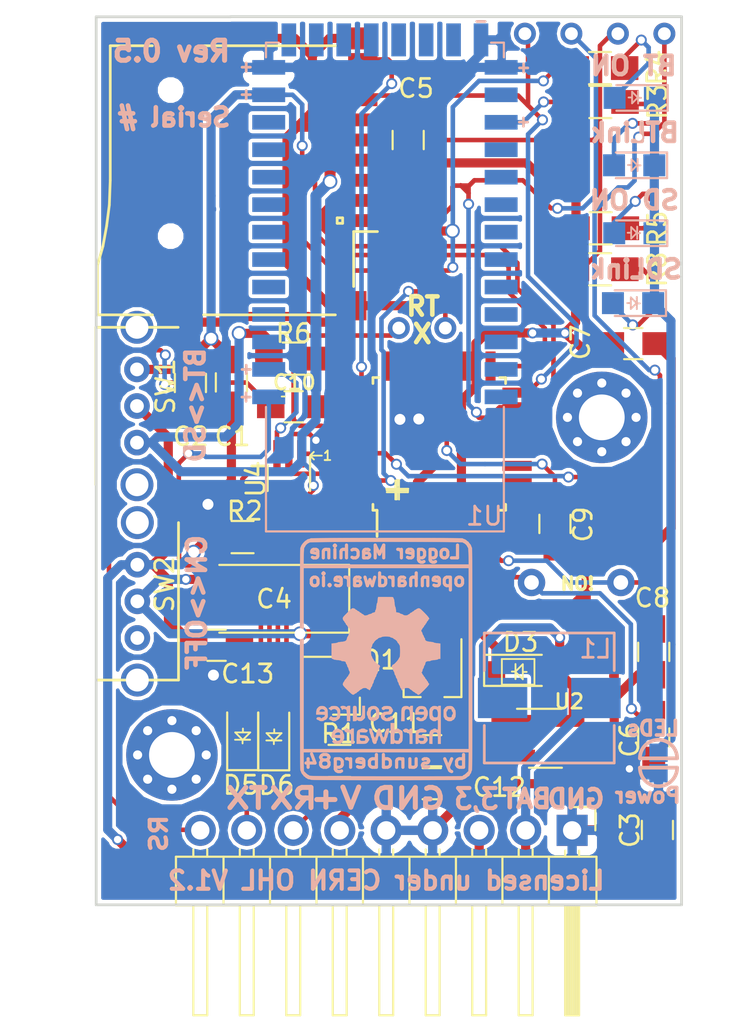
<source format=kicad_pcb>
(kicad_pcb (version 4) (host pcbnew 4.0.4-stable)

  (general
    (links 105)
    (no_connects 0)
    (area 99.994999 25.395714 143.70743 81.605001)
    (thickness 1.6)
    (drawings 111)
    (tracks 719)
    (zones 0)
    (modules 50)
    (nets 32)
  )

  (page A4)
  (layers
    (0 F.Cu signal)
    (31 B.Cu signal)
    (32 B.Adhes user)
    (33 F.Adhes user)
    (34 B.Paste user)
    (35 F.Paste user)
    (36 B.SilkS user)
    (37 F.SilkS user)
    (38 B.Mask user)
    (39 F.Mask user)
    (40 Dwgs.User user)
    (41 Cmts.User user)
    (42 Eco1.User user)
    (43 Eco2.User user)
    (44 Edge.Cuts user)
    (45 Margin user)
    (46 B.CrtYd user)
    (47 F.CrtYd user)
    (48 B.Fab user)
    (49 F.Fab user)
  )

  (setup
    (last_trace_width 0.25)
    (trace_clearance 0.2)
    (zone_clearance 0.2)
    (zone_45_only no)
    (trace_min 0.2)
    (segment_width 0.1)
    (edge_width 0.15)
    (via_size 0.6)
    (via_drill 0.4)
    (via_min_size 0.4)
    (via_min_drill 0.3)
    (uvia_size 0.3)
    (uvia_drill 0.1)
    (uvias_allowed no)
    (uvia_min_size 0.2)
    (uvia_min_drill 0.1)
    (pcb_text_width 0.3)
    (pcb_text_size 1.5 1.5)
    (mod_edge_width 0.15)
    (mod_text_size 1 1)
    (mod_text_width 0.15)
    (pad_size 1 1)
    (pad_drill 0)
    (pad_to_mask_clearance 0.2)
    (aux_axis_origin 0 0)
    (grid_origin 122.68 61.87)
    (visible_elements 7FFEFFFF)
    (pcbplotparams
      (layerselection 0x010f0_80000001)
      (usegerberextensions false)
      (excludeedgelayer true)
      (linewidth 0.100000)
      (plotframeref false)
      (viasonmask false)
      (mode 1)
      (useauxorigin false)
      (hpglpennumber 1)
      (hpglpenspeed 20)
      (hpglpendiameter 15)
      (hpglpenoverlay 2)
      (psnegative false)
      (psa4output false)
      (plotreference true)
      (plotvalue true)
      (plotinvisibletext false)
      (padsonsilk false)
      (subtractmaskfromsilk false)
      (outputformat 1)
      (mirror false)
      (drillshape 0)
      (scaleselection 1)
      (outputdirectory Gerber/))
  )

  (net 0 "")
  (net 1 GND)
  (net 2 "Net-(D1-Pad2)")
  (net 3 "Net-(D2-Pad2)")
  (net 4 "Net-(D3-Pad2)")
  (net 5 "Net-(D4-Pad2)")
  (net 6 RX)
  (net 7 SS)
  (net 8 TX)
  (net 9 MOSI)
  (net 10 MISO)
  (net 11 SCK)
  (net 12 "Net-(R3-Pad1)")
  (net 13 "Net-(Atmega1-Pad7)")
  (net 14 "Net-(Atmega1-Pad8)")
  (net 15 "Net-(Atmega1-Pad20)")
  (net 16 LEDJmp)
  (net 17 RST)
  (net 18 "Net-(Atmega1-Pad31)")
  (net 19 "Net-(D5-Pad2)")
  (net 20 CardS)
  (net 21 "Net-(D7-Pad2)")
  (net 22 BAT)
  (net 23 5V)
  (net 24 "Net-(P2-Pad7)")
  (net 25 Reg3.3V)
  (net 26 BTVCC)
  (net 27 BATVCC)
  (net 28 SDVCC)
  (net 29 FTDIRST)
  (net 30 RX_SD)
  (net 31 RX_BT)

  (net_class Default "This is the default net class."
    (clearance 0.2)
    (trace_width 0.25)
    (via_dia 0.6)
    (via_drill 0.4)
    (uvia_dia 0.3)
    (uvia_drill 0.1)
    (add_net CardS)
    (add_net FTDIRST)
    (add_net MISO)
    (add_net MOSI)
    (add_net "Net-(Atmega1-Pad20)")
    (add_net "Net-(Atmega1-Pad31)")
    (add_net "Net-(Atmega1-Pad7)")
    (add_net "Net-(Atmega1-Pad8)")
    (add_net "Net-(D1-Pad2)")
    (add_net "Net-(D2-Pad2)")
    (add_net "Net-(D4-Pad2)")
    (add_net "Net-(D5-Pad2)")
    (add_net "Net-(D7-Pad2)")
    (add_net "Net-(P2-Pad7)")
    (add_net "Net-(R3-Pad1)")
    (add_net RST)
    (add_net RX)
    (add_net RX_BT)
    (add_net RX_SD)
    (add_net SCK)
    (add_net SS)
    (add_net TX)
  )

  (net_class Gnd ""
    (clearance 0.2)
    (trace_width 0.5)
    (via_dia 0.8)
    (via_drill 0.6)
    (uvia_dia 0.4)
    (uvia_drill 0.2)
    (add_net 5V)
    (add_net BAT)
    (add_net BATVCC)
    (add_net BTVCC)
    (add_net GND)
    (add_net LEDJmp)
    (add_net "Net-(D3-Pad2)")
    (add_net Reg3.3V)
    (add_net SDVCC)
  )

  (module Diodes_SMD:D_SOD-323_HandSoldering (layer F.Cu) (tedit 596118B2) (tstamp 58B8106C)
    (at 128.55 62.09)
    (descr SOD-323)
    (tags SOD-323)
    (path /58B78390)
    (attr smd)
    (fp_text reference D3 (at 0.09 -1.53) (layer F.SilkS)
      (effects (font (size 1 1) (thickness 0.15)))
    )
    (fp_text value MBRA140? (at 0.1 1.9) (layer F.Fab)
      (effects (font (size 1 1) (thickness 0.15)))
    )
    (fp_text user "" (at 0 -1.85) (layer F.Fab)
      (effects (font (size 1 1) (thickness 0.15)))
    )
    (fp_line (start -1.9 -0.85) (end -1.9 0.85) (layer F.SilkS) (width 0.12))
    (fp_line (start 0.2 0) (end 0.45 0) (layer F.Fab) (width 0.1))
    (fp_line (start 0.2 0.35) (end -0.3 0) (layer F.Fab) (width 0.1))
    (fp_line (start 0.2 -0.35) (end 0.2 0.35) (layer F.Fab) (width 0.1))
    (fp_line (start -0.3 0) (end 0.2 -0.35) (layer F.Fab) (width 0.1))
    (fp_line (start -0.3 0) (end -0.5 0) (layer F.Fab) (width 0.1))
    (fp_line (start -0.3 -0.35) (end -0.3 0.35) (layer F.Fab) (width 0.1))
    (fp_line (start -0.9 0.7) (end -0.9 -0.7) (layer F.Fab) (width 0.1))
    (fp_line (start 0.9 0.7) (end -0.9 0.7) (layer F.Fab) (width 0.1))
    (fp_line (start 0.9 -0.7) (end 0.9 0.7) (layer F.Fab) (width 0.1))
    (fp_line (start -0.9 -0.7) (end 0.9 -0.7) (layer F.Fab) (width 0.1))
    (fp_line (start -2 -0.95) (end 2 -0.95) (layer F.CrtYd) (width 0.05))
    (fp_line (start 2 -0.95) (end 2 0.95) (layer F.CrtYd) (width 0.05))
    (fp_line (start -2 0.95) (end 2 0.95) (layer F.CrtYd) (width 0.05))
    (fp_line (start -2 -0.95) (end -2 0.95) (layer F.CrtYd) (width 0.05))
    (fp_line (start -1.9 0.85) (end 1.25 0.85) (layer F.SilkS) (width 0.12))
    (fp_line (start -1.9 -0.85) (end 1.25 -0.85) (layer F.SilkS) (width 0.12))
    (pad 1 smd rect (at -1.25 0) (size 1 1) (layers F.Cu F.Paste F.Mask)
      (net 27 BATVCC))
    (pad 2 smd rect (at 1.25 0) (size 1 1) (layers F.Cu F.Paste F.Mask)
      (net 4 "Net-(D3-Pad2)"))
    (model ${KISYS3DMOD}/Diodes_SMD.3dshapes/D_SOD-323.wrl
      (at (xyz 0 0 0))
      (scale (xyz 1 1 1))
      (rotate (xyz 0 0 0))
    )
  )

  (module LEDs:LED_0805 (layer B.Cu) (tedit 595DDD61) (tstamp 58B81060)
    (at 134.85 34.5 180)
    (descr "LED 0805 smd package")
    (tags "LED led 0805 SMD smd SMT smt smdled SMDLED smtled SMTLED")
    (path /58B7357F)
    (attr smd)
    (fp_text reference D1 (at 2.36 0 270) (layer B.SilkS) hide
      (effects (font (size 0.8 0.8) (thickness 0.15)) (justify mirror))
    )
    (fp_text value LED (at 0 -1.55 180) (layer B.Fab) hide
      (effects (font (size 1 1) (thickness 0.15)) (justify mirror))
    )
    (fp_line (start -1.8 0.7) (end -1.8 -0.7) (layer B.SilkS) (width 0.12))
    (fp_line (start -0.4 0.4) (end -0.4 -0.4) (layer B.Fab) (width 0.1))
    (fp_line (start -0.4 0) (end 0.2 0.4) (layer B.Fab) (width 0.1))
    (fp_line (start 0.2 -0.4) (end -0.4 0) (layer B.Fab) (width 0.1))
    (fp_line (start 0.2 0.4) (end 0.2 -0.4) (layer B.Fab) (width 0.1))
    (fp_line (start 1 -0.6) (end -1 -0.6) (layer B.Fab) (width 0.1))
    (fp_line (start 1 0.6) (end 1 -0.6) (layer B.Fab) (width 0.1))
    (fp_line (start -1 0.6) (end 1 0.6) (layer B.Fab) (width 0.1))
    (fp_line (start -1 -0.6) (end -1 0.6) (layer B.Fab) (width 0.1))
    (fp_line (start -1.8 -0.7) (end 1 -0.7) (layer B.SilkS) (width 0.12))
    (fp_line (start -1.8 0.7) (end 1 0.7) (layer B.SilkS) (width 0.12))
    (fp_line (start 1.95 0.85) (end 1.95 -0.85) (layer B.CrtYd) (width 0.05))
    (fp_line (start 1.95 -0.85) (end -1.95 -0.85) (layer B.CrtYd) (width 0.05))
    (fp_line (start -1.95 -0.85) (end -1.95 0.85) (layer B.CrtYd) (width 0.05))
    (fp_line (start -1.95 0.85) (end 1.95 0.85) (layer B.CrtYd) (width 0.05))
    (pad 2 smd rect (at 1.1 0) (size 1.2 1.2) (layers B.Cu B.Paste B.Mask)
      (net 2 "Net-(D1-Pad2)"))
    (pad 1 smd rect (at -1.1 0) (size 1.2 1.2) (layers B.Cu B.Paste B.Mask)
      (net 16 LEDJmp))
    (model LEDs.3dshapes/LED_0805.wrl
      (at (xyz 0 0 0))
      (scale (xyz 1 1 1))
      (rotate (xyz 0 0 180))
    )
  )

  (module Testpoint (layer F.Cu) (tedit 5A16D005) (tstamp 5A15C87F)
    (at 122.48 63.18)
    (descr www.openhardware.io)
    (path /5A1665CD)
    (fp_text reference W5 (at 16.14 1.8) (layer F.SilkS) hide
      (effects (font (size 1 1) (thickness 0.15)))
    )
    (fp_text value TEST_1P (at 0.2 -1.7) (layer F.Fab) hide
      (effects (font (size 1 1) (thickness 0.15)))
    )
    (pad 1 smd circle (at 0 0) (size 1 1) (layers F.Cu F.Paste F.Mask)
      (net 25 Reg3.3V))
  )

  (module TO_SOT_Packages_SMD:SOT-23_Handsoldering (layer F.Cu) (tedit 5A16D26F) (tstamp 59DE78BB)
    (at 119.1 62.93)
    (descr "SOT-23, Handsoldering")
    (tags SOT-23)
    (path /59D90AD8)
    (attr smd)
    (fp_text reference Q1 (at 1.84 -1.41 180) (layer F.SilkS)
      (effects (font (size 1 1) (thickness 0.15)))
    )
    (fp_text value BSS138 (at 0 2.5) (layer F.Fab)
      (effects (font (size 1 1) (thickness 0.15)))
    )
    (fp_text user %R (at 0 0 90) (layer F.Fab)
      (effects (font (size 0.5 0.5) (thickness 0.075)))
    )
    (fp_line (start 0.76 1.58) (end 0.76 0.65) (layer F.SilkS) (width 0.12))
    (fp_line (start 0.76 -1.58) (end 0.76 -0.65) (layer F.SilkS) (width 0.12))
    (fp_line (start -2.7 -1.75) (end 2.7 -1.75) (layer F.CrtYd) (width 0.05))
    (fp_line (start 2.7 -1.75) (end 2.7 1.75) (layer F.CrtYd) (width 0.05))
    (fp_line (start 2.7 1.75) (end -2.7 1.75) (layer F.CrtYd) (width 0.05))
    (fp_line (start -2.7 1.75) (end -2.7 -1.75) (layer F.CrtYd) (width 0.05))
    (fp_line (start 0.76 -1.58) (end -2.4 -1.58) (layer F.SilkS) (width 0.12))
    (fp_line (start -0.7 -0.95) (end -0.7 1.5) (layer F.Fab) (width 0.1))
    (fp_line (start -0.15 -1.52) (end 0.7 -1.52) (layer F.Fab) (width 0.1))
    (fp_line (start -0.7 -0.95) (end -0.15 -1.52) (layer F.Fab) (width 0.1))
    (fp_line (start 0.7 -1.52) (end 0.7 1.52) (layer F.Fab) (width 0.1))
    (fp_line (start -0.7 1.52) (end 0.7 1.52) (layer F.Fab) (width 0.1))
    (fp_line (start 0.76 1.58) (end -0.7 1.58) (layer F.SilkS) (width 0.12))
    (pad 1 smd rect (at -1.5 -0.95) (size 1.9 0.8) (layers F.Cu F.Paste F.Mask)
      (net 25 Reg3.3V))
    (pad 2 smd rect (at -1.5 0.95) (size 1.9 0.8) (layers F.Cu F.Paste F.Mask)
      (net 6 RX))
    (pad 3 smd rect (at 1.5 0) (size 1.9 0.8) (layers F.Cu F.Paste F.Mask)
      (net 24 "Net-(P2-Pad7)"))
    (model ${KISYS3DMOD}/TO_SOT_Packages_SMD.3dshapes\SOT-23.wrl
      (at (xyz 0 0 0))
      (scale (xyz 1 1 1))
      (rotate (xyz 0 0 0))
    )
  )

  (module Pin_Headers:Pin_Header_Straight_1x02_Pitch2.54mm (layer F.Cu) (tedit 59DE7828) (tstamp 59D8F313)
    (at 121.99 43.39 90)
    (descr "Through hole straight pin header, 1x02, 2.54mm pitch, single row")
    (tags "Through hole pin header THT 1x02 2.54mm single row")
    (path /59D9055C)
    (fp_text reference P3 (at 1.02 1.35 180) (layer F.SilkS) hide
      (effects (font (size 1 1) (thickness 0.15)))
    )
    (fp_text value CONN_01X02 (at 0 4.87 90) (layer F.Fab)
      (effects (font (size 1 1) (thickness 0.15)))
    )
    (pad 1 thru_hole circle (at 0 0 90) (size 1.2 1.2) (drill 0.7) (layers *.Cu *.Mask)
      (net 30 RX_SD))
    (pad 2 thru_hole oval (at 0 2.54 90) (size 1.2 1.2) (drill 0.7) (layers *.Cu *.Mask)
      (net 18 "Net-(Atmega1-Pad31)"))
    (model ${KISYS3DMOD}/Pin_Headers.3dshapes/Pin_Header_Straight_1x02_Pitch2.54mm.wrl
      (at (xyz 0 0 0))
      (scale (xyz 1 1 1))
      (rotate (xyz 0 0 0))
    )
  )

  (module ASKicadLib:HC-06 (layer B.Cu) (tedit 58B814AB) (tstamp 58B81131)
    (at 121.23 41.15)
    (path /5958F324)
    (fp_text reference U1 (at 5.43 12.51) (layer B.SilkS)
      (effects (font (size 1 1) (thickness 0.15)) (justify mirror))
    )
    (fp_text value HC-06_Bluetooth (at -3.64 12.43) (layer B.Fab) hide
      (effects (font (size 1 1) (thickness 0.15)) (justify mirror))
    )
    (fp_line (start 7.5 6.65) (end 6.75 6.65) (layer B.CrtYd) (width 0.05))
    (fp_line (start 6.75 6.65) (end 6.75 13.6) (layer B.CrtYd) (width 0.05))
    (fp_line (start 6.75 13.6) (end -6.75 13.6) (layer B.CrtYd) (width 0.05))
    (fp_line (start -6.75 13.6) (end -6.75 6.65) (layer B.CrtYd) (width 0.05))
    (fp_line (start -6.75 6.65) (end -7.5 6.65) (layer B.CrtYd) (width 0.05))
    (fp_line (start 5.9 -14.65) (end 5.9 -13.6) (layer B.CrtYd) (width 0.05))
    (fp_line (start 5.9 -13.6) (end 6.75 -13.6) (layer B.CrtYd) (width 0.05))
    (fp_line (start 6.75 -13.6) (end 6.75 -12.65) (layer B.CrtYd) (width 0.05))
    (fp_line (start 6.75 -12.65) (end 7.5 -12.65) (layer B.CrtYd) (width 0.05))
    (fp_line (start -7.5 -12.65) (end -6.75 -12.65) (layer B.CrtYd) (width 0.05))
    (fp_line (start -6.75 -12.65) (end -6.75 -13.6) (layer B.CrtYd) (width 0.05))
    (fp_line (start -6.75 -13.6) (end -5.9 -13.6) (layer B.CrtYd) (width 0.05))
    (fp_line (start -5.9 -13.6) (end -5.9 -14.65) (layer B.CrtYd) (width 0.05))
    (fp_line (start 7.5 6.65) (end 7.5 -12.65) (layer B.CrtYd) (width 0.05))
    (fp_line (start 5.9 -14.65) (end -5.9 -14.65) (layer B.CrtYd) (width 0.05))
    (fp_line (start -7.5 -12.65) (end -7.5 6.65) (layer B.CrtYd) (width 0.05))
    (fp_line (start 5.8 -13.35) (end 6.5 -13.35) (layer B.SilkS) (width 0.12))
    (fp_line (start 6.5 -13.35) (end 6.5 -12.55) (layer B.SilkS) (width 0.12))
    (fp_line (start -6.5 -12.55) (end -6.5 -13.35) (layer B.SilkS) (width 0.12))
    (fp_line (start -6.5 -13.35) (end -5.8 -13.35) (layer B.SilkS) (width 0.12))
    (fp_line (start -6.5 6.55) (end -6.5 13.35) (layer B.SilkS) (width 0.12))
    (fp_line (start -6.5 13.35) (end 6.5 13.35) (layer B.SilkS) (width 0.12))
    (fp_line (start 6.5 13.35) (end 6.5 6.55) (layer B.SilkS) (width 0.12))
    (pad 1 smd rect (at -6.35 6) (size 1.8 0.8) (layers B.Cu B.Paste B.Mask)
      (net 19 "Net-(D5-Pad2)"))
    (pad 2 smd rect (at -6.35 4.5) (size 1.8 0.8) (layers B.Cu B.Paste B.Mask)
      (net 31 RX_BT))
    (pad 3 smd rect (at -6.35 3) (size 1.8 0.8) (layers B.Cu B.Paste B.Mask))
    (pad 4 smd rect (at -6.35 1.5) (size 1.8 0.8) (layers B.Cu B.Paste B.Mask))
    (pad 5 smd rect (at -6.35 0) (size 1.8 0.8) (layers B.Cu B.Paste B.Mask))
    (pad 6 smd rect (at -6.35 -1.5) (size 1.8 0.8) (layers B.Cu B.Paste B.Mask))
    (pad 7 smd rect (at -6.35 -3) (size 1.8 0.8) (layers B.Cu B.Paste B.Mask))
    (pad 8 smd rect (at -6.35 -4.5) (size 1.8 0.8) (layers B.Cu B.Paste B.Mask))
    (pad 9 smd rect (at -6.35 -6) (size 1.8 0.8) (layers B.Cu B.Paste B.Mask))
    (pad 10 smd rect (at -6.35 -7.5) (size 1.8 0.8) (layers B.Cu B.Paste B.Mask))
    (pad 11 smd rect (at -6.35 -9) (size 1.8 0.8) (layers B.Cu B.Paste B.Mask))
    (pad 12 smd rect (at -6.35 -10.5) (size 1.8 0.8) (layers B.Cu B.Paste B.Mask)
      (net 26 BTVCC))
    (pad 13 smd rect (at -6.35 -12) (size 1.8 0.8) (layers B.Cu B.Paste B.Mask)
      (net 1 GND))
    (pad 14 smd rect (at -5.25 -13.5) (size 0.8 1.8) (layers B.Cu B.Paste B.Mask))
    (pad 15 smd rect (at -3.75 -13.5) (size 0.8 1.8) (layers B.Cu B.Paste B.Mask))
    (pad 16 smd rect (at -2.25 -13.5) (size 0.8 1.8) (layers B.Cu B.Paste B.Mask))
    (pad 17 smd rect (at -0.75 -13.5) (size 0.8 1.8) (layers B.Cu B.Paste B.Mask))
    (pad 18 smd rect (at 0.75 -13.5) (size 0.8 1.8) (layers B.Cu B.Paste B.Mask))
    (pad 19 smd rect (at 2.25 -13.5) (size 0.8 1.8) (layers B.Cu B.Paste B.Mask))
    (pad 20 smd rect (at 3.75 -13.5) (size 0.8 1.8) (layers B.Cu B.Paste B.Mask))
    (pad 21 smd rect (at 5.25 -13.5) (size 0.8 1.8) (layers B.Cu B.Paste B.Mask)
      (net 1 GND))
    (pad 22 smd rect (at 6.35 -12) (size 1.8 0.8) (layers B.Cu B.Paste B.Mask)
      (net 1 GND))
    (pad 23 smd rect (at 6.35 -10.5) (size 1.8 0.8) (layers B.Cu B.Paste B.Mask))
    (pad 24 smd rect (at 6.35 -9) (size 1.8 0.8) (layers B.Cu B.Paste B.Mask)
      (net 12 "Net-(R3-Pad1)"))
    (pad 25 smd rect (at 6.35 -7.5) (size 1.8 0.8) (layers B.Cu B.Paste B.Mask))
    (pad 26 smd rect (at 6.35 -6) (size 1.8 0.8) (layers B.Cu B.Paste B.Mask))
    (pad 27 smd rect (at 6.35 -4.5) (size 1.8 0.8) (layers B.Cu B.Paste B.Mask))
    (pad 28 smd rect (at 6.35 -3) (size 1.8 0.8) (layers B.Cu B.Paste B.Mask))
    (pad 29 smd rect (at 6.35 -1.5) (size 1.8 0.8) (layers B.Cu B.Paste B.Mask))
    (pad 30 smd rect (at 6.35 0) (size 1.8 0.8) (layers B.Cu B.Paste B.Mask))
    (pad 31 smd rect (at 6.35 1.5) (size 1.8 0.8) (layers B.Cu B.Paste B.Mask))
    (pad 32 smd rect (at 6.35 3) (size 1.8 0.8) (layers B.Cu B.Paste B.Mask))
    (pad 33 smd rect (at 6.35 4.5) (size 1.8 0.8) (layers B.Cu B.Paste B.Mask))
    (pad 34 smd rect (at 6.35 6) (size 1.8 0.8) (layers B.Cu B.Paste B.Mask))
  )

  (module ASKicadLib:SOLDER-JUMPER_1-WAY (layer B.Cu) (tedit 59DE7872) (tstamp 595DBB6E)
    (at 136.18 67.15 270)
    (path /595DC797)
    (fp_text reference LEDs1 (at 0.5 -2.67 450) (layer B.SilkS) hide
      (effects (font (size 0.762 0.762) (thickness 0.1524)) (justify mirror))
    )
    (fp_text value JUMPER (at -0.2 1.6 270) (layer B.SilkS) hide
      (effects (font (size 0.762 0.762) (thickness 0.1524)) (justify mirror))
    )
    (fp_line (start 0.254 -1.016) (end 0.254 1.016) (layer B.SilkS) (width 0.2032))
    (fp_line (start -0.254 1.016) (end -0.254 -1.016) (layer B.SilkS) (width 0.2032))
    (fp_arc (start 0.254 0) (end 1.27 0) (angle -90) (layer B.SilkS) (width 0.2032))
    (fp_arc (start 0.254 0) (end 0.254 1.016) (angle -90) (layer B.SilkS) (width 0.2032))
    (fp_arc (start -0.254 0) (end -1.27 0) (angle -90) (layer B.SilkS) (width 0.2032))
    (fp_arc (start -0.254 0) (end -0.254 -1.016) (angle -90) (layer B.SilkS) (width 0.2032))
    (pad 1 smd rect (at -0.56 0 270) (size 1 1) (layers B.Cu B.Paste B.Mask)
      (net 16 LEDJmp))
    (pad 2 smd rect (at 0.56 0 270) (size 1 1) (layers B.Cu B.Paste B.Mask)
      (net 1 GND))
  )

  (module ASKicadLib:Conn_uSDcard (layer F.Cu) (tedit 5718CF45) (tstamp 595A9DE6)
    (at 109.52 35.32 270)
    (path /5958DEE8)
    (fp_text reference SD_CardModule1 (at 0 1 450) (layer F.Fab)
      (effects (font (size 0.6 0.6) (thickness 0.1)))
    )
    (fp_text value MicroSD (at 0 0 450) (layer F.Fab)
      (effects (font (size 0.6 0.5) (thickness 0.1)))
    )
    (fp_line (start -7.35 3.3) (end 0 3.3) (layer F.SilkS) (width 0.15))
    (fp_line (start 0 3.3) (end 1.35 3.35) (layer F.SilkS) (width 0.15))
    (fp_line (start 1.35 3.35) (end 2.5 3.5) (layer F.SilkS) (width 0.15))
    (fp_line (start 2.5 3.5) (end 3.6 3.7) (layer F.SilkS) (width 0.15))
    (fp_line (start 3.6 3.7) (end 4.65 4) (layer F.SilkS) (width 0.15))
    (fp_text user %R (at 2.1 -9.35 450) (layer Eco1.User)
      (effects (font (size 0.3 0.3) (thickness 0.03)))
    )
    (fp_line (start 2.8 -10) (end 2.8 -11.3) (layer F.SilkS) (width 0.15))
    (fp_line (start -7.35 -1.8) (end -7.35 -9) (layer F.SilkS) (width 0.15))
    (fp_line (start -7.35 1) (end -7.35 3.3) (layer F.SilkS) (width 0.15))
    (fp_line (start 4.65 4) (end 7.35 4) (layer F.SilkS) (width 0.15))
    (fp_line (start 7.35 4) (end 7.35 1) (layer F.SilkS) (width 0.15))
    (fp_line (start 7.35 -9) (end 7.35 -1.8) (layer F.SilkS) (width 0.15))
    (fp_line (start 7.35 -9.5) (end 6.85 -10) (layer F.Fab) (width 0.05))
    (fp_line (start 2.35 -9.4) (end 2.05 -9.4) (layer F.SilkS) (width 0.15))
    (fp_line (start 2.05 -9.4) (end 2.05 -9.1) (layer F.SilkS) (width 0.15))
    (fp_line (start 2.05 -9.1) (end 2.35 -9.1) (layer F.SilkS) (width 0.15))
    (fp_line (start 2.35 -9.1) (end 2.35 -9.4) (layer F.SilkS) (width 0.15))
    (fp_line (start -7.75 4.5) (end -7.75 1) (layer F.CrtYd) (width 0.05))
    (fp_line (start -7.75 1) (end -8.75 1) (layer F.CrtYd) (width 0.05))
    (fp_line (start -8.75 1) (end -8.75 -1.75) (layer F.CrtYd) (width 0.05))
    (fp_line (start -8.75 -1.75) (end -7.75 -1.75) (layer F.CrtYd) (width 0.05))
    (fp_line (start -7.75 -1.75) (end -7.75 -9) (layer F.CrtYd) (width 0.05))
    (fp_line (start -7.75 -9) (end -8.75 -9) (layer F.CrtYd) (width 0.05))
    (fp_line (start -8.75 -9) (end -8.75 -11) (layer F.CrtYd) (width 0.05))
    (fp_line (start -8.75 -11) (end -7.25 -11) (layer F.CrtYd) (width 0.05))
    (fp_line (start -7.25 -11) (end -7.25 -11.5) (layer F.CrtYd) (width 0.05))
    (fp_line (start -7.25 -11.5) (end 2.75 -11.5) (layer F.CrtYd) (width 0.05))
    (fp_line (start 2.75 -11.5) (end 2.75 -10.25) (layer F.CrtYd) (width 0.05))
    (fp_line (start 2.75 -10.25) (end 5.75 -10.25) (layer F.CrtYd) (width 0.05))
    (fp_line (start 5.75 -10.25) (end 5.75 -11) (layer F.CrtYd) (width 0.05))
    (fp_line (start 5.75 -11) (end 8 -11) (layer F.CrtYd) (width 0.05))
    (fp_line (start 8 -11) (end 8 -9) (layer F.CrtYd) (width 0.05))
    (fp_line (start 8 -9) (end 7.75 -9) (layer F.CrtYd) (width 0.05))
    (fp_line (start 7.75 -9) (end 7.75 -1.75) (layer F.CrtYd) (width 0.05))
    (fp_line (start 7.75 -1.75) (end 8.75 -1.75) (layer F.CrtYd) (width 0.05))
    (fp_line (start 8.75 -1.75) (end 8.75 1) (layer F.CrtYd) (width 0.05))
    (fp_line (start 8.75 1) (end 7.75 1) (layer F.CrtYd) (width 0.05))
    (fp_line (start 7.75 1) (end 7.75 4.5) (layer F.CrtYd) (width 0.05))
    (fp_line (start -9 4.5) (end -7 4.5) (layer Cmts.User) (width 0.05))
    (fp_line (start -7 4.5) (end -6 3.5) (layer Cmts.User) (width 0.05))
    (fp_line (start -6 3.5) (end 4 3.5) (layer Cmts.User) (width 0.05))
    (fp_line (start 4 3.5) (end 5 4.5) (layer Cmts.User) (width 0.05))
    (fp_line (start 5 4.5) (end 9 4.5) (layer Cmts.User) (width 0.05))
    (fp_line (start 0 3.3) (end 1.7 3.4) (layer F.Fab) (width 0.05))
    (fp_line (start 1.7 3.4) (end 3.5 3.7) (layer F.Fab) (width 0.05))
    (fp_line (start 3.5 3.7) (end 4.7 4) (layer F.Fab) (width 0.05))
    (fp_line (start 2.8 -10) (end 5.8 -10) (layer F.SilkS) (width 0.15))
    (fp_line (start -6.55 8.6) (end -6.55 3.3) (layer F.Fab) (width 0.05))
    (fp_line (start -5.85 9.3) (end 3.95 9.3) (layer F.Fab) (width 0.05))
    (fp_arc (start -5.85 8.6) (end -6.55 8.6) (angle -90) (layer F.Fab) (width 0.05))
    (fp_line (start 4.65 8.6) (end 4.65 4) (layer F.Fab) (width 0.05))
    (fp_arc (start 3.95 8.6) (end 4.65 8.6) (angle 90) (layer F.Fab) (width 0.05))
    (fp_line (start 4.65 4) (end 7.35 4) (layer F.Fab) (width 0.05))
    (fp_line (start -7.35 3.3) (end 0 3.3) (layer F.Fab) (width 0.05))
    (fp_line (start -7.35 -10) (end 7.35 -10) (layer F.Fab) (width 0.05))
    (fp_line (start 7.35 -10) (end 7.35 4) (layer F.Fab) (width 0.05))
    (fp_line (start -7.35 -10) (end -7.35 3.3) (layer F.Fab) (width 0.05))
    (pad 6 smd rect (at 7.75 -0.4 270) (size 1.2 2.2) (layers F.Cu F.Paste F.Mask)
      (net 1 GND))
    (pad 6 smd rect (at -7.75 -0.4 270) (size 1.2 2.2) (layers F.Cu F.Paste F.Mask)
      (net 1 GND))
    (pad 6 smd rect (at 6.85 -10 270) (size 1.6 1.4) (layers F.Cu F.Paste F.Mask)
      (net 1 GND))
    (pad 6 smd rect (at -7.75 -10 270) (size 1.2 1.4) (layers F.Cu F.Paste F.Mask)
      (net 1 GND))
    (pad 9 smd rect (at -6.6 -10.5 270) (size 0.7 1.6) (layers F.Cu F.Paste F.Mask)
      (net 20 CardS))
    (pad 7 smd rect (at -4.4 -10.5 270) (size 0.7 1.6) (layers F.Cu F.Paste F.Mask)
      (net 10 MISO))
    (pad 8 smd rect (at -5.5 -10.5 270) (size 0.7 1.6) (layers F.Cu F.Paste F.Mask))
    (pad 6 smd rect (at -3.3 -10.5 270) (size 0.7 1.6) (layers F.Cu F.Paste F.Mask)
      (net 1 GND))
    (pad 5 smd rect (at -2.2 -10.5 270) (size 0.7 1.6) (layers F.Cu F.Paste F.Mask)
      (net 11 SCK))
    (pad 4 smd rect (at -1.1 -10.5 270) (size 0.7 1.6) (layers F.Cu F.Paste F.Mask)
      (net 28 SDVCC))
    (pad 1 smd rect (at 2.2 -10.5 270) (size 0.7 1.6) (layers F.Cu F.Paste F.Mask))
    (pad 2 smd rect (at 1.1 -10.5 270) (size 0.7 1.6) (layers F.Cu F.Paste F.Mask)
      (net 7 SS))
    (pad "" np_thru_hole circle (at 3.05 0 270) (size 1 1) (drill 1) (layers *.Cu))
    (pad "" np_thru_hole circle (at -4.93 0 270) (size 1 1) (drill 1) (layers *.Cu))
    (pad 3 smd rect (at 0 -10.5 270) (size 0.7 1.6) (layers F.Cu F.Paste F.Mask)
      (net 9 MOSI))
  )

  (module Pin_Headers:Pin_Header_Straight_1x04_Pitch2.54mm (layer F.Cu) (tedit 59DE78B6) (tstamp 59A800C8)
    (at 128.88 27.31 90)
    (descr "Through hole straight pin header, 1x04, 2.54mm pitch, single row")
    (tags "Through hole pin header THT 1x04 2.54mm single row")
    (path /599F162B)
    (fp_text reference P1 (at -0.73 -2.88 90) (layer F.SilkS) hide
      (effects (font (size 1 1) (thickness 0.15)))
    )
    (fp_text value ISCP (at 0 9.95 90) (layer F.Fab)
      (effects (font (size 1 1) (thickness 0.15)))
    )
    (pad 1 thru_hole oval (at 0 0 90) (size 1.2 1.2) (drill 0.7) (layers *.Cu *.Mask)
      (net 10 MISO))
    (pad 2 thru_hole oval (at 0 2.54 90) (size 1.2 1.2) (drill 0.7) (layers *.Cu *.Mask)
      (net 9 MOSI))
    (pad 3 thru_hole oval (at 0 5.08 90) (size 1.2 1.2) (drill 0.7) (layers *.Cu *.Mask)
      (net 11 SCK))
    (pad 4 thru_hole oval (at 0 7.62 90) (size 1.2 1.2) (drill 0.7) (layers *.Cu *.Mask)
      (net 17 RST))
    (model ${KISYS3DMOD}/Pin_Headers.3dshapes/Pin_Header_Straight_1x04_Pitch2.54mm.wrl
      (at (xyz 0 0 0))
      (scale (xyz 1 1 1))
      (rotate (xyz 0 0 0))
    )
  )

  (module Crystals:Crystal_HC49-U_Vertical (layer F.Cu) (tedit 59DE77FD) (tstamp 595A9D85)
    (at 129.24 57.29)
    (descr "Crystal THT HC-49/U http://5hertz.com/pdfs/04404_D.pdf")
    (tags "THT crystalHC-49/U")
    (path /58B73FF6)
    (fp_text reference Crystal1 (at 11.196 0.168) (layer F.SilkS) hide
      (effects (font (size 1 1) (thickness 0.15)))
    )
    (fp_text value Crystal (at 2.44 3.525) (layer F.Fab)
      (effects (font (size 1 1) (thickness 0.15)))
    )
    (fp_text user %R (at 10.99 0.24) (layer F.Fab) hide
      (effects (font (size 1 1) (thickness 0.15)))
    )
    (fp_line (start -3.5 -2.8) (end -3.5 2.8) (layer F.CrtYd) (width 0.05))
    (fp_line (start -3.5 2.8) (end 8.4 2.8) (layer F.CrtYd) (width 0.05))
    (fp_line (start 8.4 2.8) (end 8.4 -2.8) (layer F.CrtYd) (width 0.05))
    (fp_line (start 8.4 -2.8) (end -3.5 -2.8) (layer F.CrtYd) (width 0.05))
    (pad 1 thru_hole circle (at 0 0) (size 1.5 1.5) (drill 0.8) (layers *.Cu *.Mask)
      (net 13 "Net-(Atmega1-Pad7)"))
    (pad 2 thru_hole circle (at 4.88 0) (size 1.5 1.5) (drill 0.8) (layers *.Cu *.Mask)
      (net 14 "Net-(Atmega1-Pad8)"))
    (model ${KISYS3DMOD}/Crystals.3dshapes/Crystal_HC49-U_Vertical.wrl
      (at (xyz 0 0 0))
      (scale (xyz 0.393701 0.393701 0.393701))
      (rotate (xyz 0 0 0))
    )
  )

  (module Capacitors_SMD:C_0805_HandSoldering (layer F.Cu) (tedit 5A16D07B) (tstamp 58B81024)
    (at 112.84 46.36 270)
    (descr "Capacitor SMD 0805, hand soldering")
    (tags "capacitor 0805")
    (path /58B7393C)
    (attr smd)
    (fp_text reference C1 (at 2.96 -0.06 360) (layer F.SilkS)
      (effects (font (size 1 1) (thickness 0.15)))
    )
    (fp_text value 0,1uF (at 0 1.75 270) (layer F.Fab)
      (effects (font (size 1 1) (thickness 0.15)))
    )
    (fp_text user "" (at 0 -1.75 270) (layer F.Fab)
      (effects (font (size 1 1) (thickness 0.15)))
    )
    (fp_line (start -1 0.62) (end -1 -0.62) (layer F.Fab) (width 0.1))
    (fp_line (start 1 0.62) (end -1 0.62) (layer F.Fab) (width 0.1))
    (fp_line (start 1 -0.62) (end 1 0.62) (layer F.Fab) (width 0.1))
    (fp_line (start -1 -0.62) (end 1 -0.62) (layer F.Fab) (width 0.1))
    (fp_line (start 0.5 -0.85) (end -0.5 -0.85) (layer F.SilkS) (width 0.12))
    (fp_line (start -0.5 0.85) (end 0.5 0.85) (layer F.SilkS) (width 0.12))
    (fp_line (start -2.25 -0.88) (end 2.25 -0.88) (layer F.CrtYd) (width 0.05))
    (fp_line (start -2.25 -0.88) (end -2.25 0.87) (layer F.CrtYd) (width 0.05))
    (fp_line (start 2.25 0.87) (end 2.25 -0.88) (layer F.CrtYd) (width 0.05))
    (fp_line (start 2.25 0.87) (end -2.25 0.87) (layer F.CrtYd) (width 0.05))
    (pad 1 smd rect (at -1.25 0 270) (size 1.5 1.25) (layers F.Cu F.Paste F.Mask)
      (net 26 BTVCC))
    (pad 2 smd rect (at 1.25 0 270) (size 1.5 1.25) (layers F.Cu F.Paste F.Mask)
      (net 1 GND))
    (model Capacitors_SMD.3dshapes/C_0805.wrl
      (at (xyz 0 0 0))
      (scale (xyz 1 1 1))
      (rotate (xyz 0 0 0))
    )
  )

  (module Capacitors_SMD:C_0805_HandSoldering (layer F.Cu) (tedit 5A16D080) (tstamp 58B8102A)
    (at 110.6 46.39 270)
    (descr "Capacitor SMD 0805, hand soldering")
    (tags "capacitor 0805")
    (path /58B739E8)
    (attr smd)
    (fp_text reference C2 (at 2.93 -0.02 540) (layer F.SilkS)
      (effects (font (size 1 1) (thickness 0.15)))
    )
    (fp_text value 0,1uF (at 0 1.75 270) (layer F.Fab) hide
      (effects (font (size 1 1) (thickness 0.15)))
    )
    (fp_text user "" (at 0 -1.75 270) (layer F.Fab) hide
      (effects (font (size 1 1) (thickness 0.15)))
    )
    (fp_line (start -1 0.62) (end -1 -0.62) (layer F.Fab) (width 0.1))
    (fp_line (start 1 0.62) (end -1 0.62) (layer F.Fab) (width 0.1))
    (fp_line (start 1 -0.62) (end 1 0.62) (layer F.Fab) (width 0.1))
    (fp_line (start -1 -0.62) (end 1 -0.62) (layer F.Fab) (width 0.1))
    (fp_line (start 0.5 -0.85) (end -0.5 -0.85) (layer F.SilkS) (width 0.12))
    (fp_line (start -0.5 0.85) (end 0.5 0.85) (layer F.SilkS) (width 0.12))
    (fp_line (start -2.25 -0.88) (end 2.25 -0.88) (layer F.CrtYd) (width 0.05))
    (fp_line (start -2.25 -0.88) (end -2.25 0.87) (layer F.CrtYd) (width 0.05))
    (fp_line (start 2.25 0.87) (end 2.25 -0.88) (layer F.CrtYd) (width 0.05))
    (fp_line (start 2.25 0.87) (end -2.25 0.87) (layer F.CrtYd) (width 0.05))
    (pad 1 smd rect (at -1.25 0 270) (size 1.5 1.25) (layers F.Cu F.Paste F.Mask)
      (net 26 BTVCC))
    (pad 2 smd rect (at 1.25 0 270) (size 1.5 1.25) (layers F.Cu F.Paste F.Mask)
      (net 1 GND))
    (model Capacitors_SMD.3dshapes/C_0805.wrl
      (at (xyz 0 0 0))
      (scale (xyz 1 1 1))
      (rotate (xyz 0 0 0))
    )
  )

  (module Capacitors_SMD:C_0805_HandSoldering (layer F.Cu) (tedit 59A90818) (tstamp 58B81030)
    (at 136.12 70.81 270)
    (descr "Capacitor SMD 0805, hand soldering")
    (tags "capacitor 0805")
    (path /58B775EF)
    (attr smd)
    (fp_text reference C3 (at 0.01 1.5 270) (layer F.SilkS)
      (effects (font (size 1 1) (thickness 0.15)))
    )
    (fp_text value 10uF (at 0 1.75 270) (layer F.Fab)
      (effects (font (size 1 1) (thickness 0.15)))
    )
    (fp_text user "" (at -1.12 -3.89 270) (layer F.Fab)
      (effects (font (size 1 1) (thickness 0.15)))
    )
    (fp_line (start -1 0.62) (end -1 -0.62) (layer F.Fab) (width 0.1))
    (fp_line (start 1 0.62) (end -1 0.62) (layer F.Fab) (width 0.1))
    (fp_line (start 1 -0.62) (end 1 0.62) (layer F.Fab) (width 0.1))
    (fp_line (start -1 -0.62) (end 1 -0.62) (layer F.Fab) (width 0.1))
    (fp_line (start 0.5 -0.85) (end -0.5 -0.85) (layer F.SilkS) (width 0.12))
    (fp_line (start -0.5 0.85) (end 0.5 0.85) (layer F.SilkS) (width 0.12))
    (fp_line (start -2.25 -0.88) (end 2.25 -0.88) (layer F.CrtYd) (width 0.05))
    (fp_line (start -2.25 -0.88) (end -2.25 0.87) (layer F.CrtYd) (width 0.05))
    (fp_line (start 2.25 0.87) (end 2.25 -0.88) (layer F.CrtYd) (width 0.05))
    (fp_line (start 2.25 0.87) (end -2.25 0.87) (layer F.CrtYd) (width 0.05))
    (pad 1 smd rect (at -1.25 0 270) (size 1.5 1.25) (layers F.Cu F.Paste F.Mask)
      (net 1 GND))
    (pad 2 smd rect (at 1.25 0 270) (size 1.5 1.25) (layers F.Cu F.Paste F.Mask)
      (net 22 BAT))
    (model Capacitors_SMD.3dshapes/C_0805.wrl
      (at (xyz 0 0 0))
      (scale (xyz 1 1 1))
      (rotate (xyz 0 0 0))
    )
  )

  (module Capacitors_SMD:C_0805_HandSoldering (layer F.Cu) (tedit 5A16D062) (tstamp 58B8103C)
    (at 122.5 33.12 90)
    (descr "Capacitor SMD 0805, hand soldering")
    (tags "capacitor 0805")
    (path /58B72D64)
    (attr smd)
    (fp_text reference C5 (at 2.82 0.43 180) (layer F.SilkS)
      (effects (font (size 1 1) (thickness 0.15)))
    )
    (fp_text value 0,1uF (at 0 1.75 90) (layer F.Fab)
      (effects (font (size 1 1) (thickness 0.15)))
    )
    (fp_text user "" (at 0 -1.75 90) (layer F.Fab)
      (effects (font (size 1 1) (thickness 0.15)))
    )
    (fp_line (start -1 0.62) (end -1 -0.62) (layer F.Fab) (width 0.1))
    (fp_line (start 1 0.62) (end -1 0.62) (layer F.Fab) (width 0.1))
    (fp_line (start 1 -0.62) (end 1 0.62) (layer F.Fab) (width 0.1))
    (fp_line (start -1 -0.62) (end 1 -0.62) (layer F.Fab) (width 0.1))
    (fp_line (start 0.5 -0.85) (end -0.5 -0.85) (layer F.SilkS) (width 0.12))
    (fp_line (start -0.5 0.85) (end 0.5 0.85) (layer F.SilkS) (width 0.12))
    (fp_line (start -2.25 -0.88) (end 2.25 -0.88) (layer F.CrtYd) (width 0.05))
    (fp_line (start -2.25 -0.88) (end -2.25 0.87) (layer F.CrtYd) (width 0.05))
    (fp_line (start 2.25 0.87) (end 2.25 -0.88) (layer F.CrtYd) (width 0.05))
    (fp_line (start 2.25 0.87) (end -2.25 0.87) (layer F.CrtYd) (width 0.05))
    (pad 1 smd rect (at -1.25 0 90) (size 1.5 1.25) (layers F.Cu F.Paste F.Mask)
      (net 28 SDVCC))
    (pad 2 smd rect (at 1.25 0 90) (size 1.5 1.25) (layers F.Cu F.Paste F.Mask)
      (net 1 GND))
    (model Capacitors_SMD.3dshapes/C_0805.wrl
      (at (xyz 0 0 0))
      (scale (xyz 1 1 1))
      (rotate (xyz 0 0 0))
    )
  )

  (module Capacitors_SMD:C_0805_HandSoldering (layer F.Cu) (tedit 59A9080F) (tstamp 58B81042)
    (at 135.92 65.76 90)
    (descr "Capacitor SMD 0805, hand soldering")
    (tags "capacitor 0805")
    (path /58B74262)
    (attr smd)
    (fp_text reference C6 (at -0.12 -1.32 270) (layer F.SilkS)
      (effects (font (size 1 1) (thickness 0.15)))
    )
    (fp_text value 0,22pF (at 0 1.75 90) (layer F.Fab)
      (effects (font (size 1 1) (thickness 0.15)))
    )
    (fp_text user "" (at 0 -1.75 90) (layer F.Fab)
      (effects (font (size 1 1) (thickness 0.15)))
    )
    (fp_line (start -1 0.62) (end -1 -0.62) (layer F.Fab) (width 0.1))
    (fp_line (start 1 0.62) (end -1 0.62) (layer F.Fab) (width 0.1))
    (fp_line (start 1 -0.62) (end 1 0.62) (layer F.Fab) (width 0.1))
    (fp_line (start -1 -0.62) (end 1 -0.62) (layer F.Fab) (width 0.1))
    (fp_line (start 0.5 -0.85) (end -0.5 -0.85) (layer F.SilkS) (width 0.12))
    (fp_line (start -0.5 0.85) (end 0.5 0.85) (layer F.SilkS) (width 0.12))
    (fp_line (start -2.25 -0.88) (end 2.25 -0.88) (layer F.CrtYd) (width 0.05))
    (fp_line (start -2.25 -0.88) (end -2.25 0.87) (layer F.CrtYd) (width 0.05))
    (fp_line (start 2.25 0.87) (end 2.25 -0.88) (layer F.CrtYd) (width 0.05))
    (fp_line (start 2.25 0.87) (end -2.25 0.87) (layer F.CrtYd) (width 0.05))
    (pad 1 smd rect (at -1.25 0 90) (size 1.5 1.25) (layers F.Cu F.Paste F.Mask)
      (net 1 GND))
    (pad 2 smd rect (at 1.25 0 90) (size 1.5 1.25) (layers F.Cu F.Paste F.Mask)
      (net 13 "Net-(Atmega1-Pad7)"))
    (model Capacitors_SMD.3dshapes/C_0805.wrl
      (at (xyz 0 0 0))
      (scale (xyz 1 1 1))
      (rotate (xyz 0 0 0))
    )
  )

  (module Capacitors_SMD:C_0805_HandSoldering (layer F.Cu) (tedit 595DBE0A) (tstamp 58B81048)
    (at 134.8 44.24 180)
    (descr "Capacitor SMD 0805, hand soldering")
    (tags "capacitor 0805")
    (path /58B73E6E)
    (attr smd)
    (fp_text reference C7 (at 2.88 0.07 450) (layer F.SilkS)
      (effects (font (size 1 1) (thickness 0.15)))
    )
    (fp_text value 0,1uF (at 0 1.75 180) (layer F.Fab)
      (effects (font (size 1 1) (thickness 0.15)))
    )
    (fp_text user "" (at 0 -1.75 180) (layer F.Fab)
      (effects (font (size 1 1) (thickness 0.15)))
    )
    (fp_line (start -1 0.62) (end -1 -0.62) (layer F.Fab) (width 0.1))
    (fp_line (start 1 0.62) (end -1 0.62) (layer F.Fab) (width 0.1))
    (fp_line (start 1 -0.62) (end 1 0.62) (layer F.Fab) (width 0.1))
    (fp_line (start -1 -0.62) (end 1 -0.62) (layer F.Fab) (width 0.1))
    (fp_line (start 0.5 -0.85) (end -0.5 -0.85) (layer F.SilkS) (width 0.12))
    (fp_line (start -0.5 0.85) (end 0.5 0.85) (layer F.SilkS) (width 0.12))
    (fp_line (start -2.25 -0.88) (end 2.25 -0.88) (layer F.CrtYd) (width 0.05))
    (fp_line (start -2.25 -0.88) (end -2.25 0.87) (layer F.CrtYd) (width 0.05))
    (fp_line (start 2.25 0.87) (end 2.25 -0.88) (layer F.CrtYd) (width 0.05))
    (fp_line (start 2.25 0.87) (end -2.25 0.87) (layer F.CrtYd) (width 0.05))
    (pad 1 smd rect (at -1.25 0 180) (size 1.5 1.25) (layers F.Cu F.Paste F.Mask)
      (net 1 GND))
    (pad 2 smd rect (at 1.25 0 180) (size 1.5 1.25) (layers F.Cu F.Paste F.Mask)
      (net 28 SDVCC))
    (model Capacitors_SMD.3dshapes/C_0805.wrl
      (at (xyz 0 0 0))
      (scale (xyz 1 1 1))
      (rotate (xyz 0 0 0))
    )
  )

  (module Capacitors_SMD:C_0805_HandSoldering (layer F.Cu) (tedit 599F22B3) (tstamp 58B8104E)
    (at 135.92 61.08 90)
    (descr "Capacitor SMD 0805, hand soldering")
    (tags "capacitor 0805")
    (path /58B743C4)
    (attr smd)
    (fp_text reference C8 (at 2.95 -0.07 360) (layer F.SilkS)
      (effects (font (size 1 1) (thickness 0.15)))
    )
    (fp_text value 0,22pF (at 0 1.75 90) (layer F.Fab)
      (effects (font (size 1 1) (thickness 0.15)))
    )
    (fp_text user "" (at 1.36 -3.21 90) (layer F.Fab)
      (effects (font (size 1 1) (thickness 0.15)))
    )
    (fp_line (start -1 0.62) (end -1 -0.62) (layer F.Fab) (width 0.1))
    (fp_line (start 1 0.62) (end -1 0.62) (layer F.Fab) (width 0.1))
    (fp_line (start 1 -0.62) (end 1 0.62) (layer F.Fab) (width 0.1))
    (fp_line (start -1 -0.62) (end 1 -0.62) (layer F.Fab) (width 0.1))
    (fp_line (start 0.5 -0.85) (end -0.5 -0.85) (layer F.SilkS) (width 0.12))
    (fp_line (start -0.5 0.85) (end 0.5 0.85) (layer F.SilkS) (width 0.12))
    (fp_line (start -2.25 -0.88) (end 2.25 -0.88) (layer F.CrtYd) (width 0.05))
    (fp_line (start -2.25 -0.88) (end -2.25 0.87) (layer F.CrtYd) (width 0.05))
    (fp_line (start 2.25 0.87) (end 2.25 -0.88) (layer F.CrtYd) (width 0.05))
    (fp_line (start 2.25 0.87) (end -2.25 0.87) (layer F.CrtYd) (width 0.05))
    (pad 1 smd rect (at -1.25 0 90) (size 1.5 1.25) (layers F.Cu F.Paste F.Mask)
      (net 1 GND))
    (pad 2 smd rect (at 1.25 0 90) (size 1.5 1.25) (layers F.Cu F.Paste F.Mask)
      (net 14 "Net-(Atmega1-Pad8)"))
    (model Capacitors_SMD.3dshapes/C_0805.wrl
      (at (xyz 0 0 0))
      (scale (xyz 1 1 1))
      (rotate (xyz 0 0 0))
    )
  )

  (module Capacitors_SMD:C_0805_HandSoldering (layer F.Cu) (tedit 5A16D0C0) (tstamp 58B81054)
    (at 130.52 54.09 90)
    (descr "Capacitor SMD 0805, hand soldering")
    (tags "capacitor 0805")
    (path /58B745AE)
    (attr smd)
    (fp_text reference C9 (at -0.03 1.53 90) (layer F.SilkS)
      (effects (font (size 1 1) (thickness 0.15)))
    )
    (fp_text value 0,1uF (at 0 1.75 90) (layer F.Fab)
      (effects (font (size 1 1) (thickness 0.15)))
    )
    (fp_text user "" (at 0 -1.75 90) (layer F.Fab)
      (effects (font (size 1 1) (thickness 0.15)))
    )
    (fp_line (start -1 0.62) (end -1 -0.62) (layer F.Fab) (width 0.1))
    (fp_line (start 1 0.62) (end -1 0.62) (layer F.Fab) (width 0.1))
    (fp_line (start 1 -0.62) (end 1 0.62) (layer F.Fab) (width 0.1))
    (fp_line (start -1 -0.62) (end 1 -0.62) (layer F.Fab) (width 0.1))
    (fp_line (start 0.5 -0.85) (end -0.5 -0.85) (layer F.SilkS) (width 0.12))
    (fp_line (start -0.5 0.85) (end 0.5 0.85) (layer F.SilkS) (width 0.12))
    (fp_line (start -2.25 -0.88) (end 2.25 -0.88) (layer F.CrtYd) (width 0.05))
    (fp_line (start -2.25 -0.88) (end -2.25 0.87) (layer F.CrtYd) (width 0.05))
    (fp_line (start 2.25 0.87) (end 2.25 -0.88) (layer F.CrtYd) (width 0.05))
    (fp_line (start 2.25 0.87) (end -2.25 0.87) (layer F.CrtYd) (width 0.05))
    (pad 1 smd rect (at -1.25 0 90) (size 1.5 1.25) (layers F.Cu F.Paste F.Mask)
      (net 1 GND))
    (pad 2 smd rect (at 1.25 0 90) (size 1.5 1.25) (layers F.Cu F.Paste F.Mask)
      (net 15 "Net-(Atmega1-Pad20)"))
    (model Capacitors_SMD.3dshapes/C_0805.wrl
      (at (xyz 0 0 0))
      (scale (xyz 1 1 1))
      (rotate (xyz 0 0 0))
    )
  )

  (module Capacitors_SMD:C_0805_HandSoldering (layer F.Cu) (tedit 59E37600) (tstamp 58B8105A)
    (at 116.24 47.69 180)
    (descr "Capacitor SMD 0805, hand soldering")
    (tags "capacitor 0805")
    (path /58B7473E)
    (attr smd)
    (fp_text reference C10 (at -0.04 1.33 180) (layer F.SilkS)
      (effects (font (size 0.8 0.8) (thickness 0.15)))
    )
    (fp_text value 0,1uF (at 0 1.75 180) (layer F.Fab)
      (effects (font (size 1 1) (thickness 0.15)))
    )
    (fp_text user "" (at 0 -1.75 180) (layer F.Fab)
      (effects (font (size 1 1) (thickness 0.15)))
    )
    (fp_line (start -1 0.62) (end -1 -0.62) (layer F.Fab) (width 0.1))
    (fp_line (start 1 0.62) (end -1 0.62) (layer F.Fab) (width 0.1))
    (fp_line (start 1 -0.62) (end 1 0.62) (layer F.Fab) (width 0.1))
    (fp_line (start -1 -0.62) (end 1 -0.62) (layer F.Fab) (width 0.1))
    (fp_line (start 0.5 -0.85) (end -0.5 -0.85) (layer F.SilkS) (width 0.12))
    (fp_line (start -0.5 0.85) (end 0.5 0.85) (layer F.SilkS) (width 0.12))
    (fp_line (start -2.25 -0.88) (end 2.25 -0.88) (layer F.CrtYd) (width 0.05))
    (fp_line (start -2.25 -0.88) (end -2.25 0.87) (layer F.CrtYd) (width 0.05))
    (fp_line (start 2.25 0.87) (end 2.25 -0.88) (layer F.CrtYd) (width 0.05))
    (fp_line (start 2.25 0.87) (end -2.25 0.87) (layer F.CrtYd) (width 0.05))
    (pad 1 smd rect (at -1.25 0 180) (size 1.5 1.25) (layers F.Cu F.Paste F.Mask)
      (net 17 RST))
    (pad 2 smd rect (at 1.25 0 180) (size 1.5 1.25) (layers F.Cu F.Paste F.Mask)
      (net 29 FTDIRST))
    (model Capacitors_SMD.3dshapes/C_0805.wrl
      (at (xyz 0 0 0))
      (scale (xyz 1 1 1))
      (rotate (xyz 0 0 0))
    )
  )

  (module LEDs:LED_0805 (layer B.Cu) (tedit 595DDD68) (tstamp 58B81066)
    (at 134.88 30.82 180)
    (descr "LED 0805 smd package")
    (tags "LED led 0805 SMD smd SMT smt smdled SMDLED smtled SMTLED")
    (path /58B81229)
    (attr smd)
    (fp_text reference D2 (at 2.33 0.05 270) (layer B.SilkS) hide
      (effects (font (size 0.8 0.8) (thickness 0.15)) (justify mirror))
    )
    (fp_text value LED (at 0 -1.55 180) (layer B.Fab)
      (effects (font (size 1 1) (thickness 0.15)) (justify mirror))
    )
    (fp_line (start -1.8 0.7) (end -1.8 -0.7) (layer B.SilkS) (width 0.12))
    (fp_line (start -0.4 0.4) (end -0.4 -0.4) (layer B.Fab) (width 0.1))
    (fp_line (start -0.4 0) (end 0.2 0.4) (layer B.Fab) (width 0.1))
    (fp_line (start 0.2 -0.4) (end -0.4 0) (layer B.Fab) (width 0.1))
    (fp_line (start 0.2 0.4) (end 0.2 -0.4) (layer B.Fab) (width 0.1))
    (fp_line (start 1 -0.6) (end -1 -0.6) (layer B.Fab) (width 0.1))
    (fp_line (start 1 0.6) (end 1 -0.6) (layer B.Fab) (width 0.1))
    (fp_line (start -1 0.6) (end 1 0.6) (layer B.Fab) (width 0.1))
    (fp_line (start -1 -0.6) (end -1 0.6) (layer B.Fab) (width 0.1))
    (fp_line (start -1.8 -0.7) (end 1 -0.7) (layer B.SilkS) (width 0.12))
    (fp_line (start -1.8 0.7) (end 1 0.7) (layer B.SilkS) (width 0.12))
    (fp_line (start 1.95 0.85) (end 1.95 -0.85) (layer B.CrtYd) (width 0.05))
    (fp_line (start 1.95 -0.85) (end -1.95 -0.85) (layer B.CrtYd) (width 0.05))
    (fp_line (start -1.95 -0.85) (end -1.95 0.85) (layer B.CrtYd) (width 0.05))
    (fp_line (start -1.95 0.85) (end 1.95 0.85) (layer B.CrtYd) (width 0.05))
    (pad 2 smd rect (at 1.1 0) (size 1.2 1.2) (layers B.Cu B.Paste B.Mask)
      (net 3 "Net-(D2-Pad2)"))
    (pad 1 smd rect (at -1.1 0) (size 1.2 1.2) (layers B.Cu B.Paste B.Mask)
      (net 16 LEDJmp))
    (model LEDs.3dshapes/LED_0805.wrl
      (at (xyz 0 0 0))
      (scale (xyz 1 1 1))
      (rotate (xyz 0 0 180))
    )
  )

  (module LEDs:LED_0805 (layer B.Cu) (tedit 595DDD65) (tstamp 58B81072)
    (at 134.86 38.21 180)
    (descr "LED 0805 smd package")
    (tags "LED led 0805 SMD smd SMT smt smdled SMDLED smtled SMTLED")
    (path /58B80EF2)
    (attr smd)
    (fp_text reference D4 (at 2.35 0.04 270) (layer B.SilkS) hide
      (effects (font (size 0.8 0.8) (thickness 0.15)) (justify mirror))
    )
    (fp_text value LED (at 0 -1.55 180) (layer B.Fab)
      (effects (font (size 1 1) (thickness 0.15)) (justify mirror))
    )
    (fp_line (start -1.8 0.7) (end -1.8 -0.7) (layer B.SilkS) (width 0.12))
    (fp_line (start -0.4 0.4) (end -0.4 -0.4) (layer B.Fab) (width 0.1))
    (fp_line (start -0.4 0) (end 0.2 0.4) (layer B.Fab) (width 0.1))
    (fp_line (start 0.2 -0.4) (end -0.4 0) (layer B.Fab) (width 0.1))
    (fp_line (start 0.2 0.4) (end 0.2 -0.4) (layer B.Fab) (width 0.1))
    (fp_line (start 1 -0.6) (end -1 -0.6) (layer B.Fab) (width 0.1))
    (fp_line (start 1 0.6) (end 1 -0.6) (layer B.Fab) (width 0.1))
    (fp_line (start -1 0.6) (end 1 0.6) (layer B.Fab) (width 0.1))
    (fp_line (start -1 -0.6) (end -1 0.6) (layer B.Fab) (width 0.1))
    (fp_line (start -1.8 -0.7) (end 1 -0.7) (layer B.SilkS) (width 0.12))
    (fp_line (start -1.8 0.7) (end 1 0.7) (layer B.SilkS) (width 0.12))
    (fp_line (start 1.95 0.85) (end 1.95 -0.85) (layer B.CrtYd) (width 0.05))
    (fp_line (start 1.95 -0.85) (end -1.95 -0.85) (layer B.CrtYd) (width 0.05))
    (fp_line (start -1.95 -0.85) (end -1.95 0.85) (layer B.CrtYd) (width 0.05))
    (fp_line (start -1.95 0.85) (end 1.95 0.85) (layer B.CrtYd) (width 0.05))
    (pad 2 smd rect (at 1.1 0) (size 1.2 1.2) (layers B.Cu B.Paste B.Mask)
      (net 5 "Net-(D4-Pad2)"))
    (pad 1 smd rect (at -1.1 0) (size 1.2 1.2) (layers B.Cu B.Paste B.Mask)
      (net 16 LEDJmp))
    (model LEDs.3dshapes/LED_0805.wrl
      (at (xyz 0 0 0))
      (scale (xyz 1 1 1))
      (rotate (xyz 0 0 180))
    )
  )

  (module Resistors_SMD:R_0805_HandSoldering (layer F.Cu) (tedit 5A15D3F1) (tstamp 58B810D6)
    (at 118.75 67.04)
    (descr "Resistor SMD 0805, hand soldering")
    (tags "resistor 0805")
    (path /58B73121)
    (attr smd)
    (fp_text reference R1 (at -0.03 -1.49) (layer F.SilkS)
      (effects (font (size 1 1) (thickness 0.15)))
    )
    (fp_text value 10k (at 0 1.75) (layer F.Fab) hide
      (effects (font (size 1 1) (thickness 0.15)))
    )
    (fp_text user "" (at 0.41 4.53) (layer F.Fab) hide
      (effects (font (size 1 1) (thickness 0.15)))
    )
    (fp_line (start -1 0.62) (end -1 -0.62) (layer F.Fab) (width 0.1))
    (fp_line (start 1 0.62) (end -1 0.62) (layer F.Fab) (width 0.1))
    (fp_line (start 1 -0.62) (end 1 0.62) (layer F.Fab) (width 0.1))
    (fp_line (start -1 -0.62) (end 1 -0.62) (layer F.Fab) (width 0.1))
    (fp_line (start 0.6 0.88) (end -0.6 0.88) (layer F.SilkS) (width 0.12))
    (fp_line (start -0.6 -0.88) (end 0.6 -0.88) (layer F.SilkS) (width 0.12))
    (fp_line (start -2.35 -0.9) (end 2.35 -0.9) (layer F.CrtYd) (width 0.05))
    (fp_line (start -2.35 -0.9) (end -2.35 0.9) (layer F.CrtYd) (width 0.05))
    (fp_line (start 2.35 0.9) (end 2.35 -0.9) (layer F.CrtYd) (width 0.05))
    (fp_line (start 2.35 0.9) (end -2.35 0.9) (layer F.CrtYd) (width 0.05))
    (pad 1 smd rect (at -1.35 0) (size 1.5 1.3) (layers F.Cu F.Paste F.Mask)
      (net 24 "Net-(P2-Pad7)"))
    (pad 2 smd rect (at 1.35 0) (size 1.5 1.3) (layers F.Cu F.Paste F.Mask)
      (net 23 5V))
    (model Resistors_SMD.3dshapes/R_0805.wrl
      (at (xyz 0 0 0))
      (scale (xyz 1 1 1))
      (rotate (xyz 0 0 0))
    )
  )

  (module Resistors_SMD:R_0805_HandSoldering (layer F.Cu) (tedit 5A16D089) (tstamp 58B810DC)
    (at 113.45 54.81 180)
    (descr "Resistor SMD 0805, hand soldering")
    (tags "resistor 0805")
    (path /58B731D6)
    (attr smd)
    (fp_text reference R2 (at -0.12 1.43 360) (layer F.SilkS)
      (effects (font (size 1 1) (thickness 0.15)))
    )
    (fp_text value 10k (at 0 1.75 180) (layer F.Fab)
      (effects (font (size 1 1) (thickness 0.15)))
    )
    (fp_text user "" (at 0 -1.7 180) (layer F.Fab)
      (effects (font (size 1 1) (thickness 0.15)))
    )
    (fp_line (start -1 0.62) (end -1 -0.62) (layer F.Fab) (width 0.1))
    (fp_line (start 1 0.62) (end -1 0.62) (layer F.Fab) (width 0.1))
    (fp_line (start 1 -0.62) (end 1 0.62) (layer F.Fab) (width 0.1))
    (fp_line (start -1 -0.62) (end 1 -0.62) (layer F.Fab) (width 0.1))
    (fp_line (start 0.6 0.88) (end -0.6 0.88) (layer F.SilkS) (width 0.12))
    (fp_line (start -0.6 -0.88) (end 0.6 -0.88) (layer F.SilkS) (width 0.12))
    (fp_line (start -2.35 -0.9) (end 2.35 -0.9) (layer F.CrtYd) (width 0.05))
    (fp_line (start -2.35 -0.9) (end -2.35 0.9) (layer F.CrtYd) (width 0.05))
    (fp_line (start 2.35 0.9) (end 2.35 -0.9) (layer F.CrtYd) (width 0.05))
    (fp_line (start 2.35 0.9) (end -2.35 0.9) (layer F.CrtYd) (width 0.05))
    (pad 1 smd rect (at -1.35 0 180) (size 1.5 1.3) (layers F.Cu F.Paste F.Mask)
      (net 6 RX))
    (pad 2 smd rect (at 1.35 0 180) (size 1.5 1.3) (layers F.Cu F.Paste F.Mask)
      (net 25 Reg3.3V))
    (model Resistors_SMD.3dshapes/R_0805.wrl
      (at (xyz 0 0 0))
      (scale (xyz 1 1 1))
      (rotate (xyz 0 0 0))
    )
  )

  (module Resistors_SMD:R_0805_HandSoldering (layer F.Cu) (tedit 599F23B2) (tstamp 58B810E2)
    (at 133 31.04)
    (descr "Resistor SMD 0805, hand soldering")
    (tags "resistor 0805")
    (path /58B73527)
    (attr smd)
    (fp_text reference R3 (at 3.13 -0.01 90) (layer F.SilkS)
      (effects (font (size 1 1) (thickness 0.15)))
    )
    (fp_text value 330 (at 0 1.75) (layer F.Fab) hide
      (effects (font (size 1 1) (thickness 0.15)))
    )
    (fp_text user "" (at -0.24 1.98) (layer F.Fab) hide
      (effects (font (size 1 1) (thickness 0.15)))
    )
    (fp_line (start -1 0.62) (end -1 -0.62) (layer F.Fab) (width 0.1))
    (fp_line (start 1 0.62) (end -1 0.62) (layer F.Fab) (width 0.1))
    (fp_line (start 1 -0.62) (end 1 0.62) (layer F.Fab) (width 0.1))
    (fp_line (start -1 -0.62) (end 1 -0.62) (layer F.Fab) (width 0.1))
    (fp_line (start 0.6 0.88) (end -0.6 0.88) (layer F.SilkS) (width 0.12))
    (fp_line (start -0.6 -0.88) (end 0.6 -0.88) (layer F.SilkS) (width 0.12))
    (fp_line (start -2.35 -0.9) (end 2.35 -0.9) (layer F.CrtYd) (width 0.05))
    (fp_line (start -2.35 -0.9) (end -2.35 0.9) (layer F.CrtYd) (width 0.05))
    (fp_line (start 2.35 0.9) (end 2.35 -0.9) (layer F.CrtYd) (width 0.05))
    (fp_line (start 2.35 0.9) (end -2.35 0.9) (layer F.CrtYd) (width 0.05))
    (pad 1 smd rect (at -1.35 0) (size 1.5 1.3) (layers F.Cu F.Paste F.Mask)
      (net 12 "Net-(R3-Pad1)"))
    (pad 2 smd rect (at 1.35 0) (size 1.5 1.3) (layers F.Cu F.Paste F.Mask)
      (net 2 "Net-(D1-Pad2)"))
    (model Resistors_SMD.3dshapes/R_0805.wrl
      (at (xyz 0 0 0))
      (scale (xyz 1 1 1))
      (rotate (xyz 0 0 0))
    )
  )

  (module Resistors_SMD:R_0805_HandSoldering (layer F.Cu) (tedit 599F23B0) (tstamp 58B810E8)
    (at 132.98 29.19)
    (descr "Resistor SMD 0805, hand soldering")
    (tags "resistor 0805")
    (path /58B81181)
    (attr smd)
    (fp_text reference R4 (at 3.1 -0.03 90) (layer F.SilkS)
      (effects (font (size 1 1) (thickness 0.15)))
    )
    (fp_text value 330 (at 0 1.75) (layer F.Fab)
      (effects (font (size 1 1) (thickness 0.15)))
    )
    (fp_text user "" (at 0 -1.7) (layer F.Fab)
      (effects (font (size 1 1) (thickness 0.15)))
    )
    (fp_line (start -1 0.62) (end -1 -0.62) (layer F.Fab) (width 0.1))
    (fp_line (start 1 0.62) (end -1 0.62) (layer F.Fab) (width 0.1))
    (fp_line (start 1 -0.62) (end 1 0.62) (layer F.Fab) (width 0.1))
    (fp_line (start -1 -0.62) (end 1 -0.62) (layer F.Fab) (width 0.1))
    (fp_line (start 0.6 0.88) (end -0.6 0.88) (layer F.SilkS) (width 0.12))
    (fp_line (start -0.6 -0.88) (end 0.6 -0.88) (layer F.SilkS) (width 0.12))
    (fp_line (start -2.35 -0.9) (end 2.35 -0.9) (layer F.CrtYd) (width 0.05))
    (fp_line (start -2.35 -0.9) (end -2.35 0.9) (layer F.CrtYd) (width 0.05))
    (fp_line (start 2.35 0.9) (end 2.35 -0.9) (layer F.CrtYd) (width 0.05))
    (fp_line (start 2.35 0.9) (end -2.35 0.9) (layer F.CrtYd) (width 0.05))
    (pad 1 smd rect (at -1.35 0) (size 1.5 1.3) (layers F.Cu F.Paste F.Mask)
      (net 26 BTVCC))
    (pad 2 smd rect (at 1.35 0) (size 1.5 1.3) (layers F.Cu F.Paste F.Mask)
      (net 3 "Net-(D2-Pad2)"))
    (model Resistors_SMD.3dshapes/R_0805.wrl
      (at (xyz 0 0 0))
      (scale (xyz 1 1 1))
      (rotate (xyz 0 0 0))
    )
  )

  (module Resistors_SMD:R_0805_HandSoldering (layer F.Cu) (tedit 599F23A4) (tstamp 58B810EE)
    (at 133.02 37.94)
    (descr "Resistor SMD 0805, hand soldering")
    (tags "resistor 0805")
    (path /58B80E40)
    (attr smd)
    (fp_text reference R5 (at 3.1 0.02 90) (layer F.SilkS)
      (effects (font (size 1 1) (thickness 0.15)))
    )
    (fp_text value 330 (at 0 1.75) (layer F.Fab)
      (effects (font (size 1 1) (thickness 0.15)))
    )
    (fp_text user "" (at -1.09 -1.62) (layer F.Fab)
      (effects (font (size 1 1) (thickness 0.15)))
    )
    (fp_line (start -1 0.62) (end -1 -0.62) (layer F.Fab) (width 0.1))
    (fp_line (start 1 0.62) (end -1 0.62) (layer F.Fab) (width 0.1))
    (fp_line (start 1 -0.62) (end 1 0.62) (layer F.Fab) (width 0.1))
    (fp_line (start -1 -0.62) (end 1 -0.62) (layer F.Fab) (width 0.1))
    (fp_line (start 0.6 0.88) (end -0.6 0.88) (layer F.SilkS) (width 0.12))
    (fp_line (start -0.6 -0.88) (end 0.6 -0.88) (layer F.SilkS) (width 0.12))
    (fp_line (start -2.35 -0.9) (end 2.35 -0.9) (layer F.CrtYd) (width 0.05))
    (fp_line (start -2.35 -0.9) (end -2.35 0.9) (layer F.CrtYd) (width 0.05))
    (fp_line (start 2.35 0.9) (end 2.35 -0.9) (layer F.CrtYd) (width 0.05))
    (fp_line (start 2.35 0.9) (end -2.35 0.9) (layer F.CrtYd) (width 0.05))
    (pad 1 smd rect (at -1.35 0) (size 1.5 1.3) (layers F.Cu F.Paste F.Mask)
      (net 28 SDVCC))
    (pad 2 smd rect (at 1.35 0) (size 1.5 1.3) (layers F.Cu F.Paste F.Mask)
      (net 5 "Net-(D4-Pad2)"))
    (model Resistors_SMD.3dshapes/R_0805.wrl
      (at (xyz 0 0 0))
      (scale (xyz 1 1 1))
      (rotate (xyz 0 0 0))
    )
  )

  (module Resistors_SMD:R_0805_HandSoldering (layer F.Cu) (tedit 59E375F0) (tstamp 58B810F4)
    (at 116.24 45.06)
    (descr "Resistor SMD 0805, hand soldering")
    (tags "resistor 0805")
    (path /58B74C69)
    (attr smd)
    (fp_text reference R6 (at 0 -1.38) (layer F.SilkS)
      (effects (font (size 1 1) (thickness 0.15)))
    )
    (fp_text value 10k (at 0 1.75) (layer F.Fab)
      (effects (font (size 1 1) (thickness 0.15)))
    )
    (fp_text user "" (at 0 -1.7) (layer F.Fab)
      (effects (font (size 1 1) (thickness 0.15)))
    )
    (fp_line (start -1 0.62) (end -1 -0.62) (layer F.Fab) (width 0.1))
    (fp_line (start 1 0.62) (end -1 0.62) (layer F.Fab) (width 0.1))
    (fp_line (start 1 -0.62) (end 1 0.62) (layer F.Fab) (width 0.1))
    (fp_line (start -1 -0.62) (end 1 -0.62) (layer F.Fab) (width 0.1))
    (fp_line (start 0.6 0.88) (end -0.6 0.88) (layer F.SilkS) (width 0.12))
    (fp_line (start -0.6 -0.88) (end 0.6 -0.88) (layer F.SilkS) (width 0.12))
    (fp_line (start -2.35 -0.9) (end 2.35 -0.9) (layer F.CrtYd) (width 0.05))
    (fp_line (start -2.35 -0.9) (end -2.35 0.9) (layer F.CrtYd) (width 0.05))
    (fp_line (start 2.35 0.9) (end 2.35 -0.9) (layer F.CrtYd) (width 0.05))
    (fp_line (start 2.35 0.9) (end -2.35 0.9) (layer F.CrtYd) (width 0.05))
    (pad 1 smd rect (at -1.35 0) (size 1.5 1.3) (layers F.Cu F.Paste F.Mask)
      (net 28 SDVCC))
    (pad 2 smd rect (at 1.35 0) (size 1.5 1.3) (layers F.Cu F.Paste F.Mask)
      (net 17 RST))
    (model Resistors_SMD.3dshapes/R_0805.wrl
      (at (xyz 0 0 0))
      (scale (xyz 1 1 1))
      (rotate (xyz 0 0 0))
    )
  )

  (module TO_SOT_Packages_SMD:SOT-23-5_HandSoldering (layer F.Cu) (tedit 59E37592) (tstamp 58B8113A)
    (at 130 65.8)
    (descr "5-pin SOT23 package")
    (tags "SOT-23-5 hand-soldering")
    (path /58B77D1C)
    (attr smd)
    (fp_text reference U2 (at 1.3 -2.01) (layer F.SilkS)
      (effects (font (size 0.8 0.8) (thickness 0.15)))
    )
    (fp_text value NCP1402 (at 0 2.9) (layer F.Fab)
      (effects (font (size 1 1) (thickness 0.15)))
    )
    (fp_line (start -0.9 1.61) (end 0.9 1.61) (layer F.SilkS) (width 0.12))
    (fp_line (start 0.9 -1.61) (end -1.55 -1.61) (layer F.SilkS) (width 0.12))
    (fp_line (start -0.9 -0.9) (end -0.25 -1.55) (layer F.Fab) (width 0.1))
    (fp_line (start 0.9 -1.55) (end -0.25 -1.55) (layer F.Fab) (width 0.1))
    (fp_line (start -0.9 -0.9) (end -0.9 1.55) (layer F.Fab) (width 0.1))
    (fp_line (start 0.9 1.55) (end -0.9 1.55) (layer F.Fab) (width 0.1))
    (fp_line (start 0.9 -1.55) (end 0.9 1.55) (layer F.Fab) (width 0.1))
    (fp_line (start -2.38 -1.8) (end 2.38 -1.8) (layer F.CrtYd) (width 0.05))
    (fp_line (start -2.38 -1.8) (end -2.38 1.8) (layer F.CrtYd) (width 0.05))
    (fp_line (start 2.38 1.8) (end 2.38 -1.8) (layer F.CrtYd) (width 0.05))
    (fp_line (start 2.38 1.8) (end -2.38 1.8) (layer F.CrtYd) (width 0.05))
    (pad 1 smd rect (at -1.35 -0.95) (size 1.56 0.65) (layers F.Cu F.Paste F.Mask)
      (net 27 BATVCC))
    (pad 2 smd rect (at -1.35 0) (size 1.56 0.65) (layers F.Cu F.Paste F.Mask)
      (net 27 BATVCC))
    (pad 3 smd rect (at -1.35 0.95) (size 1.56 0.65) (layers F.Cu F.Paste F.Mask))
    (pad 4 smd rect (at 1.35 0.95) (size 1.56 0.65) (layers F.Cu F.Paste F.Mask)
      (net 1 GND))
    (pad 5 smd rect (at 1.35 -0.95) (size 1.56 0.65) (layers F.Cu F.Paste F.Mask)
      (net 4 "Net-(D3-Pad2)"))
    (model TO_SOT_Packages_SMD.3dshapes\SOT-23-5.wrl
      (at (xyz 0 0 0))
      (scale (xyz 1 1 1))
      (rotate (xyz 0 0 0))
    )
  )

  (module Capacitors_SMD:C_0805_HandSoldering (layer F.Cu) (tedit 5A16D27F) (tstamp 595A95A0)
    (at 123.81 66.48)
    (descr "Capacitor SMD 0805, hand soldering")
    (tags "capacitor 0805")
    (path /595ACFAF)
    (attr smd)
    (fp_text reference C11 (at -2.01 -1.49) (layer F.SilkS)
      (effects (font (size 1 1) (thickness 0.15)))
    )
    (fp_text value 1,0uF (at 0 1.75) (layer F.Fab)
      (effects (font (size 1 1) (thickness 0.15)))
    )
    (fp_text user "" (at -3.06 -1.82) (layer F.Fab)
      (effects (font (size 1 1) (thickness 0.15)))
    )
    (fp_line (start -1 0.62) (end -1 -0.62) (layer F.Fab) (width 0.1))
    (fp_line (start 1 0.62) (end -1 0.62) (layer F.Fab) (width 0.1))
    (fp_line (start 1 -0.62) (end 1 0.62) (layer F.Fab) (width 0.1))
    (fp_line (start -1 -0.62) (end 1 -0.62) (layer F.Fab) (width 0.1))
    (fp_line (start 0.5 -0.85) (end -0.5 -0.85) (layer F.SilkS) (width 0.12))
    (fp_line (start -0.5 0.85) (end 0.5 0.85) (layer F.SilkS) (width 0.12))
    (fp_line (start -2.25 -0.88) (end 2.25 -0.88) (layer F.CrtYd) (width 0.05))
    (fp_line (start -2.25 -0.88) (end -2.25 0.87) (layer F.CrtYd) (width 0.05))
    (fp_line (start 2.25 0.87) (end 2.25 -0.88) (layer F.CrtYd) (width 0.05))
    (fp_line (start 2.25 0.87) (end -2.25 0.87) (layer F.CrtYd) (width 0.05))
    (pad 1 smd rect (at -1.25 0) (size 1.5 1.25) (layers F.Cu F.Paste F.Mask)
      (net 23 5V))
    (pad 2 smd rect (at 1.25 0) (size 1.5 1.25) (layers F.Cu F.Paste F.Mask)
      (net 1 GND))
    (model Capacitors_SMD.3dshapes/C_0805.wrl
      (at (xyz 0 0 0))
      (scale (xyz 1 1 1))
      (rotate (xyz 0 0 0))
    )
  )

  (module Capacitors_SMD:C_0805_HandSoldering (layer F.Cu) (tedit 59A803CB) (tstamp 595A95A6)
    (at 123.79 68.28)
    (descr "Capacitor SMD 0805, hand soldering")
    (tags "capacitor 0805")
    (path /595AD779)
    (attr smd)
    (fp_text reference C12 (at 3.69 0.2 180) (layer F.SilkS)
      (effects (font (size 1 1) (thickness 0.15)))
    )
    (fp_text value 10uF (at 0 1.75) (layer F.Fab)
      (effects (font (size 1 1) (thickness 0.15)))
    )
    (fp_text user "" (at 0 -1.75) (layer F.Fab)
      (effects (font (size 1 1) (thickness 0.15)))
    )
    (fp_line (start -1 0.62) (end -1 -0.62) (layer F.Fab) (width 0.1))
    (fp_line (start 1 0.62) (end -1 0.62) (layer F.Fab) (width 0.1))
    (fp_line (start 1 -0.62) (end 1 0.62) (layer F.Fab) (width 0.1))
    (fp_line (start -1 -0.62) (end 1 -0.62) (layer F.Fab) (width 0.1))
    (fp_line (start 0.5 -0.85) (end -0.5 -0.85) (layer F.SilkS) (width 0.12))
    (fp_line (start -0.5 0.85) (end 0.5 0.85) (layer F.SilkS) (width 0.12))
    (fp_line (start -2.25 -0.88) (end 2.25 -0.88) (layer F.CrtYd) (width 0.05))
    (fp_line (start -2.25 -0.88) (end -2.25 0.87) (layer F.CrtYd) (width 0.05))
    (fp_line (start 2.25 0.87) (end 2.25 -0.88) (layer F.CrtYd) (width 0.05))
    (fp_line (start 2.25 0.87) (end -2.25 0.87) (layer F.CrtYd) (width 0.05))
    (pad 1 smd rect (at -1.25 0) (size 1.5 1.25) (layers F.Cu F.Paste F.Mask)
      (net 23 5V))
    (pad 2 smd rect (at 1.25 0) (size 1.5 1.25) (layers F.Cu F.Paste F.Mask)
      (net 1 GND))
    (model Capacitors_SMD.3dshapes/C_0805.wrl
      (at (xyz 0 0 0))
      (scale (xyz 1 1 1))
      (rotate (xyz 0 0 0))
    )
  )

  (module Capacitors_SMD:C_0805_HandSoldering (layer F.Cu) (tedit 5A16D099) (tstamp 595A95AC)
    (at 112.03 60.72)
    (descr "Capacitor SMD 0805, hand soldering")
    (tags "capacitor 0805")
    (path /595ABE8C)
    (attr smd)
    (fp_text reference C13 (at 1.7 1.56) (layer F.SilkS)
      (effects (font (size 1 1) (thickness 0.15)))
    )
    (fp_text value 1,0uF (at 0 1.75) (layer F.Fab)
      (effects (font (size 1 1) (thickness 0.15)))
    )
    (fp_text user "" (at 0 -1.75) (layer F.Fab)
      (effects (font (size 1 1) (thickness 0.15)))
    )
    (fp_line (start -1 0.62) (end -1 -0.62) (layer F.Fab) (width 0.1))
    (fp_line (start 1 0.62) (end -1 0.62) (layer F.Fab) (width 0.1))
    (fp_line (start 1 -0.62) (end 1 0.62) (layer F.Fab) (width 0.1))
    (fp_line (start -1 -0.62) (end 1 -0.62) (layer F.Fab) (width 0.1))
    (fp_line (start 0.5 -0.85) (end -0.5 -0.85) (layer F.SilkS) (width 0.12))
    (fp_line (start -0.5 0.85) (end 0.5 0.85) (layer F.SilkS) (width 0.12))
    (fp_line (start -2.25 -0.88) (end 2.25 -0.88) (layer F.CrtYd) (width 0.05))
    (fp_line (start -2.25 -0.88) (end -2.25 0.87) (layer F.CrtYd) (width 0.05))
    (fp_line (start 2.25 0.87) (end 2.25 -0.88) (layer F.CrtYd) (width 0.05))
    (fp_line (start 2.25 0.87) (end -2.25 0.87) (layer F.CrtYd) (width 0.05))
    (pad 1 smd rect (at -1.25 0) (size 1.5 1.25) (layers F.Cu F.Paste F.Mask)
      (net 25 Reg3.3V))
    (pad 2 smd rect (at 1.25 0) (size 1.5 1.25) (layers F.Cu F.Paste F.Mask)
      (net 1 GND))
    (model Capacitors_SMD.3dshapes/C_0805.wrl
      (at (xyz 0 0 0))
      (scale (xyz 1 1 1))
      (rotate (xyz 0 0 0))
    )
  )

  (module Inductors:Inductor_Wurth_HCI-7050 (layer B.Cu) (tedit 595DDE86) (tstamp 595A9646)
    (at 130.21 63.6 180)
    (descr "Inductor, Wurth Elektronik, Wurth_HCI-7050, 6.9mmx6.9mm")
    (tags "inductor wurth hci smd")
    (path /58B77871)
    (attr smd)
    (fp_text reference L1 (at -2.52 2.68 180) (layer B.SilkS)
      (effects (font (size 1 1) (thickness 0.15)) (justify mirror))
    )
    (fp_text value 47uH (at 0 -4.95 180) (layer B.Fab)
      (effects (font (size 1 1) (thickness 0.15)) (justify mirror))
    )
    (fp_line (start -3.45 3.45) (end -3.45 -3.45) (layer B.Fab) (width 0.15))
    (fp_line (start -3.45 -3.45) (end 3.45 -3.45) (layer B.Fab) (width 0.15))
    (fp_line (start 3.45 -3.45) (end 3.45 3.45) (layer B.Fab) (width 0.15))
    (fp_line (start 3.45 3.45) (end -3.45 3.45) (layer B.Fab) (width 0.15))
    (fp_line (start -4.2 3.75) (end -4.2 -3.75) (layer B.CrtYd) (width 0.05))
    (fp_line (start -4.2 -3.75) (end 4.2 -3.75) (layer B.CrtYd) (width 0.05))
    (fp_line (start 4.2 -3.75) (end 4.2 3.75) (layer B.CrtYd) (width 0.05))
    (fp_line (start 4.2 3.75) (end -4.2 3.75) (layer B.CrtYd) (width 0.05))
    (fp_line (start -3.55 -1.5) (end -3.55 -3.55) (layer B.SilkS) (width 0.15))
    (fp_line (start -3.55 -3.55) (end 3.55 -3.55) (layer B.SilkS) (width 0.15))
    (fp_line (start 3.55 -3.55) (end 3.55 -1.5) (layer B.SilkS) (width 0.15))
    (fp_line (start -3.55 1.5) (end -3.55 3.55) (layer B.SilkS) (width 0.15))
    (fp_line (start -3.55 3.55) (end 3.55 3.55) (layer B.SilkS) (width 0.15))
    (fp_line (start 3.55 3.55) (end 3.55 1.5) (layer B.SilkS) (width 0.15))
    (pad 1 smd rect (at -2.55 0 180) (size 2.7 2.2) (layers B.Cu B.Paste B.Mask)
      (net 22 BAT))
    (pad 2 smd rect (at 2.55 0 180) (size 2.7 2.2) (layers B.Cu B.Paste B.Mask)
      (net 4 "Net-(D3-Pad2)"))
    (model Inductors.3dshapes/Inductor_Wurth_HCI-7050.wrl
      (at (xyz 0 0 0))
      (scale (xyz 1 1 1))
      (rotate (xyz 0 0 0))
    )
  )

  (module TO_SOT_Packages_SMD:SOT-23_Handsoldering (layer F.Cu) (tedit 595DE7E9) (tstamp 595A96E9)
    (at 123.83 62.79 270)
    (descr "SOT-23, Handsoldering")
    (tags SOT-23)
    (path /595AB55C)
    (attr smd)
    (fp_text reference U3 (at 0.59 -1.17 270) (layer F.SilkS) hide
      (effects (font (size 1 1) (thickness 0.15)))
    )
    (fp_text value XC6206 (at 0 2.5 270) (layer F.Fab)
      (effects (font (size 1 1) (thickness 0.15)))
    )
    (fp_text user %R (at 0 0 270) (layer F.Fab)
      (effects (font (size 0.5 0.5) (thickness 0.075)))
    )
    (fp_line (start 0.76 1.58) (end 0.76 0.65) (layer F.SilkS) (width 0.12))
    (fp_line (start 0.76 -1.58) (end 0.76 -0.65) (layer F.SilkS) (width 0.12))
    (fp_line (start -2.7 -1.75) (end 2.7 -1.75) (layer F.CrtYd) (width 0.05))
    (fp_line (start 2.7 -1.75) (end 2.7 1.75) (layer F.CrtYd) (width 0.05))
    (fp_line (start 2.7 1.75) (end -2.7 1.75) (layer F.CrtYd) (width 0.05))
    (fp_line (start -2.7 1.75) (end -2.7 -1.75) (layer F.CrtYd) (width 0.05))
    (fp_line (start 0.76 -1.58) (end -2.4 -1.58) (layer F.SilkS) (width 0.12))
    (fp_line (start -0.7 -0.95) (end -0.7 1.5) (layer F.Fab) (width 0.1))
    (fp_line (start -0.15 -1.52) (end 0.7 -1.52) (layer F.Fab) (width 0.1))
    (fp_line (start -0.7 -0.95) (end -0.15 -1.52) (layer F.Fab) (width 0.1))
    (fp_line (start 0.7 -1.52) (end 0.7 1.52) (layer F.Fab) (width 0.1))
    (fp_line (start -0.7 1.52) (end 0.7 1.52) (layer F.Fab) (width 0.1))
    (fp_line (start 0.76 1.58) (end -0.7 1.58) (layer F.SilkS) (width 0.12))
    (pad 1 smd rect (at -1.5 -0.95 270) (size 1.9 0.8) (layers F.Cu F.Paste F.Mask)
      (net 1 GND))
    (pad 2 smd rect (at -1.5 0.95 270) (size 1.9 0.8) (layers F.Cu F.Paste F.Mask)
      (net 25 Reg3.3V))
    (pad 3 smd rect (at 1.5 0 270) (size 1.9 0.8) (layers F.Cu F.Paste F.Mask)
      (net 23 5V))
    (model ${KISYS3DMOD}/TO_SOT_Packages_SMD.3dshapes\SOT-23.wrl
      (at (xyz 0 0 0))
      (scale (xyz 1 1 1))
      (rotate (xyz 0 0 0))
    )
  )

  (module Housings_QFP:TQFP-32_7x7mm_Pitch0.8mm (layer F.Cu) (tedit 595DDD04) (tstamp 595A9D58)
    (at 124.2 49.72 90)
    (descr "32-Lead Plastic Thin Quad Flatpack (PT) - 7x7x1.0 mm Body, 2.00 mm [TQFP] (see Microchip Packaging Specification 00000049BS.pdf)")
    (tags "QFP 0.8")
    (path /59144460)
    (attr smd)
    (fp_text reference Atmega1 (at 2.58 0.13 180) (layer F.SilkS) hide
      (effects (font (size 1 1) (thickness 0.15)))
    )
    (fp_text value ATMEGA328P-A (at 0 6.05 90) (layer F.Fab)
      (effects (font (size 1 1) (thickness 0.15)))
    )
    (fp_text user "" (at 0 0 90) (layer F.Fab)
      (effects (font (size 1 1) (thickness 0.15)))
    )
    (fp_line (start -2.5 -3.5) (end 3.5 -3.5) (layer F.Fab) (width 0.15))
    (fp_line (start 3.5 -3.5) (end 3.5 3.5) (layer F.Fab) (width 0.15))
    (fp_line (start 3.5 3.5) (end -3.5 3.5) (layer F.Fab) (width 0.15))
    (fp_line (start -3.5 3.5) (end -3.5 -2.5) (layer F.Fab) (width 0.15))
    (fp_line (start -3.5 -2.5) (end -2.5 -3.5) (layer F.Fab) (width 0.15))
    (fp_line (start -5.3 -5.3) (end -5.3 5.3) (layer F.CrtYd) (width 0.05))
    (fp_line (start 5.3 -5.3) (end 5.3 5.3) (layer F.CrtYd) (width 0.05))
    (fp_line (start -5.3 -5.3) (end 5.3 -5.3) (layer F.CrtYd) (width 0.05))
    (fp_line (start -5.3 5.3) (end 5.3 5.3) (layer F.CrtYd) (width 0.05))
    (fp_line (start -3.625 -3.625) (end -3.625 -3.4) (layer F.SilkS) (width 0.15))
    (fp_line (start 3.625 -3.625) (end 3.625 -3.3) (layer F.SilkS) (width 0.15))
    (fp_line (start 3.625 3.625) (end 3.625 3.3) (layer F.SilkS) (width 0.15))
    (fp_line (start -3.625 3.625) (end -3.625 3.3) (layer F.SilkS) (width 0.15))
    (fp_line (start -3.625 -3.625) (end -3.3 -3.625) (layer F.SilkS) (width 0.15))
    (fp_line (start -3.625 3.625) (end -3.3 3.625) (layer F.SilkS) (width 0.15))
    (fp_line (start 3.625 3.625) (end 3.3 3.625) (layer F.SilkS) (width 0.15))
    (fp_line (start 3.625 -3.625) (end 3.3 -3.625) (layer F.SilkS) (width 0.15))
    (fp_line (start -3.625 -3.4) (end -5.05 -3.4) (layer F.SilkS) (width 0.15))
    (pad 1 smd rect (at -4.25 -2.8 90) (size 1.6 0.55) (layers F.Cu F.Paste F.Mask))
    (pad 2 smd rect (at -4.25 -2 90) (size 1.6 0.55) (layers F.Cu F.Paste F.Mask))
    (pad 3 smd rect (at -4.25 -1.2 90) (size 1.6 0.55) (layers F.Cu F.Paste F.Mask)
      (net 1 GND))
    (pad 4 smd rect (at -4.25 -0.4 90) (size 1.6 0.55) (layers F.Cu F.Paste F.Mask)
      (net 28 SDVCC))
    (pad 5 smd rect (at -4.25 0.4 90) (size 1.6 0.55) (layers F.Cu F.Paste F.Mask)
      (net 1 GND))
    (pad 6 smd rect (at -4.25 1.2 90) (size 1.6 0.55) (layers F.Cu F.Paste F.Mask)
      (net 28 SDVCC))
    (pad 7 smd rect (at -4.25 2 90) (size 1.6 0.55) (layers F.Cu F.Paste F.Mask)
      (net 13 "Net-(Atmega1-Pad7)"))
    (pad 8 smd rect (at -4.25 2.8 90) (size 1.6 0.55) (layers F.Cu F.Paste F.Mask)
      (net 14 "Net-(Atmega1-Pad8)"))
    (pad 9 smd rect (at -2.8 4.25 180) (size 1.6 0.55) (layers F.Cu F.Paste F.Mask))
    (pad 10 smd rect (at -2 4.25 180) (size 1.6 0.55) (layers F.Cu F.Paste F.Mask))
    (pad 11 smd rect (at -1.2 4.25 180) (size 1.6 0.55) (layers F.Cu F.Paste F.Mask))
    (pad 12 smd rect (at -0.4 4.25 180) (size 1.6 0.55) (layers F.Cu F.Paste F.Mask))
    (pad 13 smd rect (at 0.4 4.25 180) (size 1.6 0.55) (layers F.Cu F.Paste F.Mask))
    (pad 14 smd rect (at 1.2 4.25 180) (size 1.6 0.55) (layers F.Cu F.Paste F.Mask)
      (net 7 SS))
    (pad 15 smd rect (at 2 4.25 180) (size 1.6 0.55) (layers F.Cu F.Paste F.Mask)
      (net 9 MOSI))
    (pad 16 smd rect (at 2.8 4.25 180) (size 1.6 0.55) (layers F.Cu F.Paste F.Mask)
      (net 10 MISO))
    (pad 17 smd rect (at 4.25 2.8 90) (size 1.6 0.55) (layers F.Cu F.Paste F.Mask)
      (net 11 SCK))
    (pad 18 smd rect (at 4.25 2 90) (size 1.6 0.55) (layers F.Cu F.Paste F.Mask)
      (net 28 SDVCC))
    (pad 19 smd rect (at 4.25 1.2 90) (size 1.6 0.55) (layers F.Cu F.Paste F.Mask))
    (pad 20 smd rect (at 4.25 0.4 90) (size 1.6 0.55) (layers F.Cu F.Paste F.Mask)
      (net 15 "Net-(Atmega1-Pad20)"))
    (pad 21 smd rect (at 4.25 -0.4 90) (size 1.6 0.55) (layers F.Cu F.Paste F.Mask)
      (net 1 GND))
    (pad 22 smd rect (at 4.25 -1.2 90) (size 1.6 0.55) (layers F.Cu F.Paste F.Mask))
    (pad 23 smd rect (at 4.25 -2 90) (size 1.6 0.55) (layers F.Cu F.Paste F.Mask))
    (pad 24 smd rect (at 4.25 -2.8 90) (size 1.6 0.55) (layers F.Cu F.Paste F.Mask))
    (pad 25 smd rect (at 2.8 -4.25 180) (size 1.6 0.55) (layers F.Cu F.Paste F.Mask)
      (net 20 CardS))
    (pad 26 smd rect (at 2 -4.25 180) (size 1.6 0.55) (layers F.Cu F.Paste F.Mask))
    (pad 27 smd rect (at 1.2 -4.25 180) (size 1.6 0.55) (layers F.Cu F.Paste F.Mask))
    (pad 28 smd rect (at 0.4 -4.25 180) (size 1.6 0.55) (layers F.Cu F.Paste F.Mask))
    (pad 29 smd rect (at -0.4 -4.25 180) (size 1.6 0.55) (layers F.Cu F.Paste F.Mask)
      (net 17 RST))
    (pad 30 smd rect (at -1.2 -4.25 180) (size 1.6 0.55) (layers F.Cu F.Paste F.Mask)
      (net 30 RX_SD))
    (pad 31 smd rect (at -2 -4.25 180) (size 1.6 0.55) (layers F.Cu F.Paste F.Mask)
      (net 18 "Net-(Atmega1-Pad31)"))
    (pad 32 smd rect (at -2.8 -4.25 180) (size 1.6 0.55) (layers F.Cu F.Paste F.Mask))
    (model Housings_QFP.3dshapes/TQFP-32_7x7mm_Pitch0.8mm.wrl
      (at (xyz 0 0 0))
      (scale (xyz 1 1 1))
      (rotate (xyz 0 0 0))
    )
  )

  (module Diodes_SMD:D_SOD-323_HandSoldering (layer F.Cu) (tedit 5A16D0A3) (tstamp 5990B161)
    (at 113.46 65.64 90)
    (descr SOD-323)
    (tags SOD-323)
    (path /5990B8A8)
    (attr smd)
    (fp_text reference D5 (at -2.72 -0.1 180) (layer F.SilkS)
      (effects (font (size 1 1) (thickness 0.15)))
    )
    (fp_text value D (at 0.1 1.9 90) (layer F.Fab)
      (effects (font (size 1 1) (thickness 0.15)))
    )
    (fp_text user "" (at 0 -1.85 90) (layer F.Fab)
      (effects (font (size 1 1) (thickness 0.15)))
    )
    (fp_line (start -1.9 -0.85) (end -1.9 0.85) (layer F.SilkS) (width 0.12))
    (fp_line (start 0.2 0) (end 0.45 0) (layer F.Fab) (width 0.1))
    (fp_line (start 0.2 0.35) (end -0.3 0) (layer F.Fab) (width 0.1))
    (fp_line (start 0.2 -0.35) (end 0.2 0.35) (layer F.Fab) (width 0.1))
    (fp_line (start -0.3 0) (end 0.2 -0.35) (layer F.Fab) (width 0.1))
    (fp_line (start -0.3 0) (end -0.5 0) (layer F.Fab) (width 0.1))
    (fp_line (start -0.3 -0.35) (end -0.3 0.35) (layer F.Fab) (width 0.1))
    (fp_line (start -0.9 0.7) (end -0.9 -0.7) (layer F.Fab) (width 0.1))
    (fp_line (start 0.9 0.7) (end -0.9 0.7) (layer F.Fab) (width 0.1))
    (fp_line (start 0.9 -0.7) (end 0.9 0.7) (layer F.Fab) (width 0.1))
    (fp_line (start -0.9 -0.7) (end 0.9 -0.7) (layer F.Fab) (width 0.1))
    (fp_line (start -2 -0.95) (end 2 -0.95) (layer F.CrtYd) (width 0.05))
    (fp_line (start 2 -0.95) (end 2 0.95) (layer F.CrtYd) (width 0.05))
    (fp_line (start -2 0.95) (end 2 0.95) (layer F.CrtYd) (width 0.05))
    (fp_line (start -2 -0.95) (end -2 0.95) (layer F.CrtYd) (width 0.05))
    (fp_line (start -1.9 0.85) (end 1.25 0.85) (layer F.SilkS) (width 0.12))
    (fp_line (start -1.9 -0.85) (end 1.25 -0.85) (layer F.SilkS) (width 0.12))
    (pad 1 smd rect (at -1.25 0 90) (size 1 1) (layers F.Cu F.Paste F.Mask)
      (net 8 TX))
    (pad 2 smd rect (at 1.25 0 90) (size 1 1) (layers F.Cu F.Paste F.Mask)
      (net 19 "Net-(D5-Pad2)"))
    (model ${KISYS3DMOD}/Diodes_SMD.3dshapes/D_SOD-323.wrl
      (at (xyz 0 0 0))
      (scale (xyz 1 1 1))
      (rotate (xyz 0 0 0))
    )
  )

  (module Diodes_SMD:D_SOD-323_HandSoldering (layer F.Cu) (tedit 5A16D0A0) (tstamp 5990B167)
    (at 115.15 65.65 90)
    (descr SOD-323)
    (tags SOD-323)
    (path /5990B709)
    (attr smd)
    (fp_text reference D6 (at -2.72 0.16 180) (layer F.SilkS)
      (effects (font (size 1 1) (thickness 0.15)))
    )
    (fp_text value D (at 0.1 1.9 90) (layer F.Fab)
      (effects (font (size 1 1) (thickness 0.15)))
    )
    (fp_text user "" (at 0 -1.85 90) (layer F.Fab)
      (effects (font (size 1 1) (thickness 0.15)))
    )
    (fp_line (start -1.9 -0.85) (end -1.9 0.85) (layer F.SilkS) (width 0.12))
    (fp_line (start 0.2 0) (end 0.45 0) (layer F.Fab) (width 0.1))
    (fp_line (start 0.2 0.35) (end -0.3 0) (layer F.Fab) (width 0.1))
    (fp_line (start 0.2 -0.35) (end 0.2 0.35) (layer F.Fab) (width 0.1))
    (fp_line (start -0.3 0) (end 0.2 -0.35) (layer F.Fab) (width 0.1))
    (fp_line (start -0.3 0) (end -0.5 0) (layer F.Fab) (width 0.1))
    (fp_line (start -0.3 -0.35) (end -0.3 0.35) (layer F.Fab) (width 0.1))
    (fp_line (start -0.9 0.7) (end -0.9 -0.7) (layer F.Fab) (width 0.1))
    (fp_line (start 0.9 0.7) (end -0.9 0.7) (layer F.Fab) (width 0.1))
    (fp_line (start 0.9 -0.7) (end 0.9 0.7) (layer F.Fab) (width 0.1))
    (fp_line (start -0.9 -0.7) (end 0.9 -0.7) (layer F.Fab) (width 0.1))
    (fp_line (start -2 -0.95) (end 2 -0.95) (layer F.CrtYd) (width 0.05))
    (fp_line (start 2 -0.95) (end 2 0.95) (layer F.CrtYd) (width 0.05))
    (fp_line (start -2 0.95) (end 2 0.95) (layer F.CrtYd) (width 0.05))
    (fp_line (start -2 -0.95) (end -2 0.95) (layer F.CrtYd) (width 0.05))
    (fp_line (start -1.9 0.85) (end 1.25 0.85) (layer F.SilkS) (width 0.12))
    (fp_line (start -1.9 -0.85) (end 1.25 -0.85) (layer F.SilkS) (width 0.12))
    (pad 1 smd rect (at -1.25 0 90) (size 1 1) (layers F.Cu F.Paste F.Mask)
      (net 8 TX))
    (pad 2 smd rect (at 1.25 0 90) (size 1 1) (layers F.Cu F.Paste F.Mask)
      (net 18 "Net-(Atmega1-Pad31)"))
    (model ${KISYS3DMOD}/Diodes_SMD.3dshapes/D_SOD-323.wrl
      (at (xyz 0 0 0))
      (scale (xyz 1 1 1))
      (rotate (xyz 0 0 0))
    )
  )

  (module LEDs:LED_0805 (layer B.Cu) (tedit 599F19DD) (tstamp 599DDD0F)
    (at 134.79 42.03 180)
    (descr "LED 0805 smd package")
    (tags "LED led 0805 SMD smd SMT smt smdled SMDLED smtled SMTLED")
    (path /599E13BB)
    (attr smd)
    (fp_text reference D7 (at 2.19 -0.13 270) (layer B.SilkS) hide
      (effects (font (size 0.8 0.8) (thickness 0.15)) (justify mirror))
    )
    (fp_text value LED (at 0 -1.55 180) (layer B.Fab)
      (effects (font (size 1 1) (thickness 0.15)) (justify mirror))
    )
    (fp_line (start -1.8 0.7) (end -1.8 -0.7) (layer B.SilkS) (width 0.12))
    (fp_line (start -0.4 0.4) (end -0.4 -0.4) (layer B.Fab) (width 0.1))
    (fp_line (start -0.4 0) (end 0.2 0.4) (layer B.Fab) (width 0.1))
    (fp_line (start 0.2 -0.4) (end -0.4 0) (layer B.Fab) (width 0.1))
    (fp_line (start 0.2 0.4) (end 0.2 -0.4) (layer B.Fab) (width 0.1))
    (fp_line (start 1 -0.6) (end -1 -0.6) (layer B.Fab) (width 0.1))
    (fp_line (start 1 0.6) (end 1 -0.6) (layer B.Fab) (width 0.1))
    (fp_line (start -1 0.6) (end 1 0.6) (layer B.Fab) (width 0.1))
    (fp_line (start -1 -0.6) (end -1 0.6) (layer B.Fab) (width 0.1))
    (fp_line (start -1.8 -0.7) (end 1 -0.7) (layer B.SilkS) (width 0.12))
    (fp_line (start -1.8 0.7) (end 1 0.7) (layer B.SilkS) (width 0.12))
    (fp_line (start 1.95 0.85) (end 1.95 -0.85) (layer B.CrtYd) (width 0.05))
    (fp_line (start 1.95 -0.85) (end -1.95 -0.85) (layer B.CrtYd) (width 0.05))
    (fp_line (start -1.95 -0.85) (end -1.95 0.85) (layer B.CrtYd) (width 0.05))
    (fp_line (start -1.95 0.85) (end 1.95 0.85) (layer B.CrtYd) (width 0.05))
    (fp_text user %R (at 0 1.25 180) (layer B.Fab)
      (effects (font (size 0.4 0.4) (thickness 0.1)) (justify mirror))
    )
    (pad 2 smd rect (at 1.1 0) (size 1.2 1.2) (layers B.Cu B.Paste B.Mask)
      (net 21 "Net-(D7-Pad2)"))
    (pad 1 smd rect (at -1.1 0) (size 1.2 1.2) (layers B.Cu B.Paste B.Mask)
      (net 16 LEDJmp))
    (model ${KISYS3DMOD}/LEDs.3dshapes/LED_0805.wrl
      (at (xyz 0 0 0))
      (scale (xyz 1 1 1))
      (rotate (xyz 0 0 180))
    )
  )

  (module Resistors_SMD:R_0805_HandSoldering (layer F.Cu) (tedit 599F2392) (tstamp 599DDD2B)
    (at 132.99 40.18 180)
    (descr "Resistor SMD 0805, hand soldering")
    (tags "resistor 0805")
    (path /599E1EF2)
    (attr smd)
    (fp_text reference R8 (at -3.13 -0.01 270) (layer F.SilkS)
      (effects (font (size 1 1) (thickness 0.15)))
    )
    (fp_text value 330 (at 0 1.75 180) (layer F.Fab)
      (effects (font (size 1 1) (thickness 0.15)))
    )
    (fp_text user "" (at 0 0 180) (layer F.Fab)
      (effects (font (size 0.5 0.5) (thickness 0.075)))
    )
    (fp_line (start -1 0.62) (end -1 -0.62) (layer F.Fab) (width 0.1))
    (fp_line (start 1 0.62) (end -1 0.62) (layer F.Fab) (width 0.1))
    (fp_line (start 1 -0.62) (end 1 0.62) (layer F.Fab) (width 0.1))
    (fp_line (start -1 -0.62) (end 1 -0.62) (layer F.Fab) (width 0.1))
    (fp_line (start 0.6 0.88) (end -0.6 0.88) (layer F.SilkS) (width 0.12))
    (fp_line (start -0.6 -0.88) (end 0.6 -0.88) (layer F.SilkS) (width 0.12))
    (fp_line (start -2.35 -0.9) (end 2.35 -0.9) (layer F.CrtYd) (width 0.05))
    (fp_line (start -2.35 -0.9) (end -2.35 0.9) (layer F.CrtYd) (width 0.05))
    (fp_line (start 2.35 0.9) (end 2.35 -0.9) (layer F.CrtYd) (width 0.05))
    (fp_line (start 2.35 0.9) (end -2.35 0.9) (layer F.CrtYd) (width 0.05))
    (pad 1 smd rect (at -1.35 0 180) (size 1.5 1.3) (layers F.Cu F.Paste F.Mask)
      (net 21 "Net-(D7-Pad2)"))
    (pad 2 smd rect (at 1.35 0 180) (size 1.5 1.3) (layers F.Cu F.Paste F.Mask)
      (net 11 SCK))
    (model ${KISYS3DMOD}/Resistors_SMD.3dshapes/R_0805.wrl
      (at (xyz 0 0 0))
      (scale (xyz 1 1 1))
      (rotate (xyz 0 0 0))
    )
  )

  (module ASKicadLib:Slide_Switch_SPDT_3Pin_2Position_OnOFF_Angle (layer F.Cu) (tedit 59A94A76) (tstamp 59A7FF05)
    (at 107.68 47.65 90)
    (descr https://learn.sparkfun.com/tutorials/switch-basics/poles-and-throws-open-and-closed)
    (tags "Slide Switch ")
    (path /59A816B5)
    (fp_text reference SW1 (at 1.08 1.56 90) (layer F.SilkS)
      (effects (font (size 1 1) (thickness 0.15)))
    )
    (fp_text value SWITCH_BTSD (at 1.03 -3.44 90) (layer F.Fab)
      (effects (font (size 1 1) (thickness 0.15)))
    )
    (fp_line (start -2.13 2.25) (end -2.13 4.27) (layer F.Fab) (width 0.15))
    (fp_line (start -2.13 4.27) (end 2.15 4.27) (layer F.Fab) (width 0.15))
    (fp_line (start 2.15 4.27) (end 2.15 2.25) (layer F.Fab) (width 0.15))
    (fp_line (start -4.3 2.25) (end 4.3 2.25) (layer B.Paste) (width 0.15))
    (fp_line (start -4.3 2.25) (end -4.3 -2.25) (layer B.Paste) (width 0.15))
    (fp_line (start -4.3 -2.25) (end 0.09 -2.25) (layer F.SilkS) (width 0.15))
    (fp_line (start 0 -2.25) (end 4.3 -2.25) (layer F.SilkS) (width 0.15))
    (fp_line (start 4.3 -2.25) (end 4.3 2.25) (layer F.SilkS) (width 0.15))
    (pad 1 thru_hole circle (at -2 0 90) (size 1.4 1.4) (drill 0.75) (layers *.Cu *.Mask)
      (net 28 SDVCC))
    (pad 3 thru_hole circle (at 2 0 90) (size 1.4 1.4) (drill 0.75) (layers *.Cu *.Mask)
      (net 26 BTVCC))
    (pad 4 thru_hole circle (at 4.3 0 90) (size 1.8 1.8) (drill 1.25) (layers *.Cu *.Mask))
    (pad 4 thru_hole circle (at -4.3 0 90) (size 1.8 1.8) (drill 1.25) (layers *.Cu *.Mask))
    (pad 2 thru_hole circle (at 0 0 90) (size 1.4 1.4) (drill 0.75) (layers *.Cu *.Mask)
      (net 25 Reg3.3V))
  )

  (module ASKicadLib:Slide_Switch_SPDT_3Pin_2Position_OnOFF_Angle (layer F.Cu) (tedit 59A94A70) (tstamp 59A7FF16)
    (at 107.7 58.32 270)
    (descr https://learn.sparkfun.com/tutorials/switch-basics/poles-and-throws-open-and-closed)
    (tags "Slide Switch ")
    (path /59A8219D)
    (fp_text reference SW2 (at -0.93 -1.49 270) (layer F.SilkS)
      (effects (font (size 1 1) (thickness 0.15)))
    )
    (fp_text value SWITCH_BAT (at 1.03 -3.44 270) (layer F.Fab)
      (effects (font (size 1 1) (thickness 0.15)))
    )
    (fp_line (start -2.13 2.25) (end -2.13 4.27) (layer F.Fab) (width 0.15))
    (fp_line (start -2.13 4.27) (end 2.15 4.27) (layer F.Fab) (width 0.15))
    (fp_line (start 2.15 4.27) (end 2.15 2.25) (layer F.Fab) (width 0.15))
    (fp_line (start -4.3 2.25) (end 4.3 2.25) (layer B.Paste) (width 0.15))
    (fp_line (start -4.3 2.25) (end -4.3 -2.25) (layer B.Paste) (width 0.15))
    (fp_line (start -4.3 -2.25) (end 0.09 -2.25) (layer F.SilkS) (width 0.15))
    (fp_line (start 0 -2.25) (end 4.3 -2.25) (layer F.SilkS) (width 0.15))
    (fp_line (start 4.3 -2.25) (end 4.3 2.25) (layer F.SilkS) (width 0.15))
    (pad 1 thru_hole circle (at -2 0 270) (size 1.4 1.4) (drill 0.75) (layers *.Cu *.Mask)
      (net 25 Reg3.3V))
    (pad 3 thru_hole circle (at 2 0 270) (size 1.4 1.4) (drill 0.75) (layers *.Cu *.Mask))
    (pad 4 thru_hole circle (at 4.3 0 270) (size 1.8 1.8) (drill 1.25) (layers *.Cu *.Mask))
    (pad 4 thru_hole circle (at -4.3 0 270) (size 1.8 1.8) (drill 1.25) (layers *.Cu *.Mask))
    (pad 2 thru_hole circle (at 0 0 270) (size 1.4 1.4) (drill 0.75) (layers *.Cu *.Mask)
      (net 27 BATVCC))
  )

  (module Pin_Headers:Pin_Header_Angled_1x09_Pitch2.54mm (layer F.Cu) (tedit 59DE78CC) (tstamp 59DE78AE)
    (at 131.46 70.83 270)
    (descr "Through hole angled pin header, 1x09, 2.54mm pitch, 6mm pin length, single row")
    (tags "Through hole angled pin header THT 1x09 2.54mm single row")
    (path /59A7B6FE)
    (fp_text reference P2 (at 5.33 1.2 270) (layer F.SilkS) hide
      (effects (font (size 1 1) (thickness 0.15)))
    )
    (fp_text value CONN_01X09 (at 4.385 22.59 270) (layer F.Fab)
      (effects (font (size 1 1) (thickness 0.15)))
    )
    (fp_line (start 2.135 -1.27) (end 4.04 -1.27) (layer F.Fab) (width 0.1))
    (fp_line (start 4.04 -1.27) (end 4.04 21.59) (layer F.Fab) (width 0.1))
    (fp_line (start 4.04 21.59) (end 1.5 21.59) (layer F.Fab) (width 0.1))
    (fp_line (start 1.5 21.59) (end 1.5 -0.635) (layer F.Fab) (width 0.1))
    (fp_line (start 1.5 -0.635) (end 2.135 -1.27) (layer F.Fab) (width 0.1))
    (fp_line (start -0.32 -0.32) (end 1.5 -0.32) (layer F.Fab) (width 0.1))
    (fp_line (start -0.32 -0.32) (end -0.32 0.32) (layer F.Fab) (width 0.1))
    (fp_line (start -0.32 0.32) (end 1.5 0.32) (layer F.Fab) (width 0.1))
    (fp_line (start 4.04 -0.32) (end 10.04 -0.32) (layer F.Fab) (width 0.1))
    (fp_line (start 10.04 -0.32) (end 10.04 0.32) (layer F.Fab) (width 0.1))
    (fp_line (start 4.04 0.32) (end 10.04 0.32) (layer F.Fab) (width 0.1))
    (fp_line (start -0.32 2.22) (end 1.5 2.22) (layer F.Fab) (width 0.1))
    (fp_line (start -0.32 2.22) (end -0.32 2.86) (layer F.Fab) (width 0.1))
    (fp_line (start -0.32 2.86) (end 1.5 2.86) (layer F.Fab) (width 0.1))
    (fp_line (start 4.04 2.22) (end 10.04 2.22) (layer F.Fab) (width 0.1))
    (fp_line (start 10.04 2.22) (end 10.04 2.86) (layer F.Fab) (width 0.1))
    (fp_line (start 4.04 2.86) (end 10.04 2.86) (layer F.Fab) (width 0.1))
    (fp_line (start -0.32 4.76) (end 1.5 4.76) (layer F.Fab) (width 0.1))
    (fp_line (start -0.32 4.76) (end -0.32 5.4) (layer F.Fab) (width 0.1))
    (fp_line (start -0.32 5.4) (end 1.5 5.4) (layer F.Fab) (width 0.1))
    (fp_line (start 4.04 4.76) (end 10.04 4.76) (layer F.Fab) (width 0.1))
    (fp_line (start 10.04 4.76) (end 10.04 5.4) (layer F.Fab) (width 0.1))
    (fp_line (start 4.04 5.4) (end 10.04 5.4) (layer F.Fab) (width 0.1))
    (fp_line (start -0.32 7.3) (end 1.5 7.3) (layer F.Fab) (width 0.1))
    (fp_line (start -0.32 7.3) (end -0.32 7.94) (layer F.Fab) (width 0.1))
    (fp_line (start -0.32 7.94) (end 1.5 7.94) (layer F.Fab) (width 0.1))
    (fp_line (start 4.04 7.3) (end 10.04 7.3) (layer F.Fab) (width 0.1))
    (fp_line (start 10.04 7.3) (end 10.04 7.94) (layer F.Fab) (width 0.1))
    (fp_line (start 4.04 7.94) (end 10.04 7.94) (layer F.Fab) (width 0.1))
    (fp_line (start -0.32 9.84) (end 1.5 9.84) (layer F.Fab) (width 0.1))
    (fp_line (start -0.32 9.84) (end -0.32 10.48) (layer F.Fab) (width 0.1))
    (fp_line (start -0.32 10.48) (end 1.5 10.48) (layer F.Fab) (width 0.1))
    (fp_line (start 4.04 9.84) (end 10.04 9.84) (layer F.Fab) (width 0.1))
    (fp_line (start 10.04 9.84) (end 10.04 10.48) (layer F.Fab) (width 0.1))
    (fp_line (start 4.04 10.48) (end 10.04 10.48) (layer F.Fab) (width 0.1))
    (fp_line (start -0.32 12.38) (end 1.5 12.38) (layer F.Fab) (width 0.1))
    (fp_line (start -0.32 12.38) (end -0.32 13.02) (layer F.Fab) (width 0.1))
    (fp_line (start -0.32 13.02) (end 1.5 13.02) (layer F.Fab) (width 0.1))
    (fp_line (start 4.04 12.38) (end 10.04 12.38) (layer F.Fab) (width 0.1))
    (fp_line (start 10.04 12.38) (end 10.04 13.02) (layer F.Fab) (width 0.1))
    (fp_line (start 4.04 13.02) (end 10.04 13.02) (layer F.Fab) (width 0.1))
    (fp_line (start -0.32 14.92) (end 1.5 14.92) (layer F.Fab) (width 0.1))
    (fp_line (start -0.32 14.92) (end -0.32 15.56) (layer F.Fab) (width 0.1))
    (fp_line (start -0.32 15.56) (end 1.5 15.56) (layer F.Fab) (width 0.1))
    (fp_line (start 4.04 14.92) (end 10.04 14.92) (layer F.Fab) (width 0.1))
    (fp_line (start 10.04 14.92) (end 10.04 15.56) (layer F.Fab) (width 0.1))
    (fp_line (start 4.04 15.56) (end 10.04 15.56) (layer F.Fab) (width 0.1))
    (fp_line (start -0.32 17.46) (end 1.5 17.46) (layer F.Fab) (width 0.1))
    (fp_line (start -0.32 17.46) (end -0.32 18.1) (layer F.Fab) (width 0.1))
    (fp_line (start -0.32 18.1) (end 1.5 18.1) (layer F.Fab) (width 0.1))
    (fp_line (start 4.04 17.46) (end 10.04 17.46) (layer F.Fab) (width 0.1))
    (fp_line (start 10.04 17.46) (end 10.04 18.1) (layer F.Fab) (width 0.1))
    (fp_line (start 4.04 18.1) (end 10.04 18.1) (layer F.Fab) (width 0.1))
    (fp_line (start -0.32 20) (end 1.5 20) (layer F.Fab) (width 0.1))
    (fp_line (start -0.32 20) (end -0.32 20.64) (layer F.Fab) (width 0.1))
    (fp_line (start -0.32 20.64) (end 1.5 20.64) (layer F.Fab) (width 0.1))
    (fp_line (start 4.04 20) (end 10.04 20) (layer F.Fab) (width 0.1))
    (fp_line (start 10.04 20) (end 10.04 20.64) (layer F.Fab) (width 0.1))
    (fp_line (start 4.04 20.64) (end 10.04 20.64) (layer F.Fab) (width 0.1))
    (fp_line (start 1.44 -1.33) (end 1.44 21.65) (layer F.SilkS) (width 0.12))
    (fp_line (start 1.44 21.65) (end 4.1 21.65) (layer F.SilkS) (width 0.12))
    (fp_line (start 4.1 21.65) (end 4.1 -1.33) (layer F.SilkS) (width 0.12))
    (fp_line (start 4.1 -1.33) (end 1.44 -1.33) (layer F.SilkS) (width 0.12))
    (fp_line (start 4.1 -0.38) (end 10.1 -0.38) (layer F.SilkS) (width 0.12))
    (fp_line (start 10.1 -0.38) (end 10.1 0.38) (layer F.SilkS) (width 0.12))
    (fp_line (start 10.1 0.38) (end 4.1 0.38) (layer F.SilkS) (width 0.12))
    (fp_line (start 4.1 -0.32) (end 10.1 -0.32) (layer F.SilkS) (width 0.12))
    (fp_line (start 4.1 -0.2) (end 10.1 -0.2) (layer F.SilkS) (width 0.12))
    (fp_line (start 4.1 -0.08) (end 10.1 -0.08) (layer F.SilkS) (width 0.12))
    (fp_line (start 4.1 0.04) (end 10.1 0.04) (layer F.SilkS) (width 0.12))
    (fp_line (start 4.1 0.16) (end 10.1 0.16) (layer F.SilkS) (width 0.12))
    (fp_line (start 4.1 0.28) (end 10.1 0.28) (layer F.SilkS) (width 0.12))
    (fp_line (start 1.11 -0.38) (end 1.44 -0.38) (layer F.SilkS) (width 0.12))
    (fp_line (start 1.11 0.38) (end 1.44 0.38) (layer F.SilkS) (width 0.12))
    (fp_line (start 1.44 1.27) (end 4.1 1.27) (layer F.SilkS) (width 0.12))
    (fp_line (start 4.1 2.16) (end 10.1 2.16) (layer F.SilkS) (width 0.12))
    (fp_line (start 10.1 2.16) (end 10.1 2.92) (layer F.SilkS) (width 0.12))
    (fp_line (start 10.1 2.92) (end 4.1 2.92) (layer F.SilkS) (width 0.12))
    (fp_line (start 1.042929 2.16) (end 1.44 2.16) (layer F.SilkS) (width 0.12))
    (fp_line (start 1.042929 2.92) (end 1.44 2.92) (layer F.SilkS) (width 0.12))
    (fp_line (start 1.44 3.81) (end 4.1 3.81) (layer F.SilkS) (width 0.12))
    (fp_line (start 4.1 4.7) (end 10.1 4.7) (layer F.SilkS) (width 0.12))
    (fp_line (start 10.1 4.7) (end 10.1 5.46) (layer F.SilkS) (width 0.12))
    (fp_line (start 10.1 5.46) (end 4.1 5.46) (layer F.SilkS) (width 0.12))
    (fp_line (start 1.042929 4.7) (end 1.44 4.7) (layer F.SilkS) (width 0.12))
    (fp_line (start 1.042929 5.46) (end 1.44 5.46) (layer F.SilkS) (width 0.12))
    (fp_line (start 1.44 6.35) (end 4.1 6.35) (layer F.SilkS) (width 0.12))
    (fp_line (start 4.1 7.24) (end 10.1 7.24) (layer F.SilkS) (width 0.12))
    (fp_line (start 10.1 7.24) (end 10.1 8) (layer F.SilkS) (width 0.12))
    (fp_line (start 10.1 8) (end 4.1 8) (layer F.SilkS) (width 0.12))
    (fp_line (start 1.042929 7.24) (end 1.44 7.24) (layer F.SilkS) (width 0.12))
    (fp_line (start 1.042929 8) (end 1.44 8) (layer F.SilkS) (width 0.12))
    (fp_line (start 1.44 8.89) (end 4.1 8.89) (layer F.SilkS) (width 0.12))
    (fp_line (start 4.1 9.78) (end 10.1 9.78) (layer F.SilkS) (width 0.12))
    (fp_line (start 10.1 9.78) (end 10.1 10.54) (layer F.SilkS) (width 0.12))
    (fp_line (start 10.1 10.54) (end 4.1 10.54) (layer F.SilkS) (width 0.12))
    (fp_line (start 1.042929 9.78) (end 1.44 9.78) (layer F.SilkS) (width 0.12))
    (fp_line (start 1.042929 10.54) (end 1.44 10.54) (layer F.SilkS) (width 0.12))
    (fp_line (start 1.44 11.43) (end 4.1 11.43) (layer F.SilkS) (width 0.12))
    (fp_line (start 4.1 12.32) (end 10.1 12.32) (layer F.SilkS) (width 0.12))
    (fp_line (start 10.1 12.32) (end 10.1 13.08) (layer F.SilkS) (width 0.12))
    (fp_line (start 10.1 13.08) (end 4.1 13.08) (layer F.SilkS) (width 0.12))
    (fp_line (start 1.042929 12.32) (end 1.44 12.32) (layer F.SilkS) (width 0.12))
    (fp_line (start 1.042929 13.08) (end 1.44 13.08) (layer F.SilkS) (width 0.12))
    (fp_line (start 1.44 13.97) (end 4.1 13.97) (layer F.SilkS) (width 0.12))
    (fp_line (start 4.1 14.86) (end 10.1 14.86) (layer F.SilkS) (width 0.12))
    (fp_line (start 10.1 14.86) (end 10.1 15.62) (layer F.SilkS) (width 0.12))
    (fp_line (start 10.1 15.62) (end 4.1 15.62) (layer F.SilkS) (width 0.12))
    (fp_line (start 1.042929 14.86) (end 1.44 14.86) (layer F.SilkS) (width 0.12))
    (fp_line (start 1.042929 15.62) (end 1.44 15.62) (layer F.SilkS) (width 0.12))
    (fp_line (start 1.44 16.51) (end 4.1 16.51) (layer F.SilkS) (width 0.12))
    (fp_line (start 4.1 17.4) (end 10.1 17.4) (layer F.SilkS) (width 0.12))
    (fp_line (start 10.1 17.4) (end 10.1 18.16) (layer F.SilkS) (width 0.12))
    (fp_line (start 10.1 18.16) (end 4.1 18.16) (layer F.SilkS) (width 0.12))
    (fp_line (start 1.042929 17.4) (end 1.44 17.4) (layer F.SilkS) (width 0.12))
    (fp_line (start 1.042929 18.16) (end 1.44 18.16) (layer F.SilkS) (width 0.12))
    (fp_line (start 1.44 19.05) (end 4.1 19.05) (layer F.SilkS) (width 0.12))
    (fp_line (start 4.1 19.94) (end 10.1 19.94) (layer F.SilkS) (width 0.12))
    (fp_line (start 10.1 19.94) (end 10.1 20.7) (layer F.SilkS) (width 0.12))
    (fp_line (start 10.1 20.7) (end 4.1 20.7) (layer F.SilkS) (width 0.12))
    (fp_line (start 1.042929 19.94) (end 1.44 19.94) (layer F.SilkS) (width 0.12))
    (fp_line (start 1.042929 20.7) (end 1.44 20.7) (layer F.SilkS) (width 0.12))
    (fp_line (start -1.27 0) (end -1.27 -1.27) (layer F.SilkS) (width 0.12))
    (fp_line (start -1.27 -1.27) (end 0 -1.27) (layer F.SilkS) (width 0.12))
    (fp_line (start -1.8 -1.8) (end -1.8 22.1) (layer F.CrtYd) (width 0.05))
    (fp_line (start -1.8 22.1) (end 10.55 22.1) (layer F.CrtYd) (width 0.05))
    (fp_line (start 10.55 22.1) (end 10.55 -1.8) (layer F.CrtYd) (width 0.05))
    (fp_line (start 10.55 -1.8) (end -1.8 -1.8) (layer F.CrtYd) (width 0.05))
    (fp_text user %R (at 2.77 10.16 360) (layer F.Fab)
      (effects (font (size 1 1) (thickness 0.15)))
    )
    (pad 1 thru_hole rect (at 0 0 270) (size 1.7 1.7) (drill 1) (layers *.Cu *.Mask)
      (net 1 GND))
    (pad 2 thru_hole oval (at 0 2.54 270) (size 1.7 1.7) (drill 1) (layers *.Cu *.Mask)
      (net 22 BAT))
    (pad 3 thru_hole oval (at 0 5.08 270) (size 1.7 1.7) (drill 1) (layers *.Cu *.Mask)
      (net 25 Reg3.3V))
    (pad 4 thru_hole oval (at 0 7.62 270) (size 1.7 1.7) (drill 1) (layers *.Cu *.Mask)
      (net 1 GND))
    (pad 5 thru_hole oval (at 0 10.16 270) (size 1.7 1.7) (drill 1) (layers *.Cu *.Mask)
      (net 1 GND))
    (pad 6 thru_hole oval (at 0 12.7 270) (size 1.7 1.7) (drill 1) (layers *.Cu *.Mask)
      (net 23 5V))
    (pad 7 thru_hole oval (at 0 15.24 270) (size 1.7 1.7) (drill 1) (layers *.Cu *.Mask)
      (net 24 "Net-(P2-Pad7)"))
    (pad 8 thru_hole oval (at 0 17.78 270) (size 1.7 1.7) (drill 1) (layers *.Cu *.Mask)
      (net 8 TX))
    (pad 9 thru_hole oval (at 0 20.32 270) (size 1.7 1.7) (drill 1) (layers *.Cu *.Mask)
      (net 29 FTDIRST))
    (model ${KISYS3DMOD}/Pin_Headers.3dshapes/Pin_Header_Angled_1x09_Pitch2.54mm.wrl
      (at (xyz 0 0 0))
      (scale (xyz 1 1 1))
      (rotate (xyz 0 0 0))
    )
  )

  (module TO_SOT_Packages_SMD:SOT-363_SC-70-6_Handsoldering (layer F.Cu) (tedit 5A16D08E) (tstamp 59E33BEF)
    (at 115.98 51.59 270)
    (descr "SOT-363, SC-70-6, Handsoldering")
    (tags "SOT-363 SC-70-6 Handsoldering")
    (path /59E06D89)
    (attr smd)
    (fp_text reference U4 (at 0.05 1.81 450) (layer F.SilkS)
      (effects (font (size 1 1) (thickness 0.15)))
    )
    (fp_text value SN74LVC1G3157DCKR (at 0 2 450) (layer F.Fab)
      (effects (font (size 1 1) (thickness 0.15)))
    )
    (fp_text user %R (at 0 0 360) (layer F.Fab)
      (effects (font (size 0.5 0.5) (thickness 0.075)))
    )
    (fp_line (start -2.4 1.4) (end 2.4 1.4) (layer F.CrtYd) (width 0.05))
    (fp_line (start 0.7 -1.16) (end -1.2 -1.16) (layer F.SilkS) (width 0.12))
    (fp_line (start -0.7 1.16) (end 0.7 1.16) (layer F.SilkS) (width 0.12))
    (fp_line (start 2.4 1.4) (end 2.4 -1.4) (layer F.CrtYd) (width 0.05))
    (fp_line (start -2.4 -1.4) (end -2.4 1.4) (layer F.CrtYd) (width 0.05))
    (fp_line (start -2.4 -1.4) (end 2.4 -1.4) (layer F.CrtYd) (width 0.05))
    (fp_line (start 0.675 -1.1) (end -0.175 -1.1) (layer F.Fab) (width 0.1))
    (fp_line (start -0.675 -0.6) (end -0.675 1.1) (layer F.Fab) (width 0.1))
    (fp_line (start 0.675 -1.1) (end 0.675 1.1) (layer F.Fab) (width 0.1))
    (fp_line (start 0.675 1.1) (end -0.675 1.1) (layer F.Fab) (width 0.1))
    (fp_line (start -0.175 -1.1) (end -0.675 -0.6) (layer F.Fab) (width 0.1))
    (pad 1 smd rect (at -1.33 -0.65 270) (size 1.5 0.4) (layers F.Cu F.Paste F.Mask)
      (net 30 RX_SD))
    (pad 2 smd rect (at -1.33 0 270) (size 1.5 0.4) (layers F.Cu F.Paste F.Mask)
      (net 1 GND))
    (pad 3 smd rect (at -1.33 0.65 270) (size 1.5 0.4) (layers F.Cu F.Paste F.Mask)
      (net 31 RX_BT))
    (pad 4 smd rect (at 1.33 0.65 270) (size 1.5 0.4) (layers F.Cu F.Paste F.Mask)
      (net 6 RX))
    (pad 5 smd rect (at 1.33 0 270) (size 1.5 0.4) (layers F.Cu F.Paste F.Mask)
      (net 25 Reg3.3V))
    (pad 6 smd rect (at 1.33 -0.65 270) (size 1.5 0.4) (layers F.Cu F.Paste F.Mask)
      (net 28 SDVCC))
    (model ${KISYS3DMOD}/TO_SOT_Packages_SMD.3dshapes/SOT-363_SC-70-6.wrl
      (at (xyz 0 0 0))
      (scale (xyz 1 1 1))
      (rotate (xyz 0 0 0))
    )
  )

  (module Capacitors_Tantalum_SMD:CP_Tantalum_Case-C_EIA-6032-28_Reflow (layer F.Cu) (tedit 5A0B3CAB) (tstamp 5914A86B)
    (at 115.18 58.18 180)
    (descr "Tantalum capacitor, Case C, EIA 6032-28, 6.0x3.2x2.5mm, Reflow soldering footprint")
    (tags "capacitor tantalum smd")
    (path /58B79395)
    (attr smd)
    (fp_text reference C4 (at 0.01 -0.01 180) (layer F.SilkS)
      (effects (font (size 1 1) (thickness 0.15)))
    )
    (fp_text value 68uF (at 0 3.35 180) (layer F.Fab)
      (effects (font (size 1 1) (thickness 0.15)))
    )
    (fp_text user %R (at 12.3 3.19 180) (layer F.Fab) hide
      (effects (font (size 1 1) (thickness 0.15)))
    )
    (fp_line (start -4.2 -2) (end -4.2 2) (layer F.CrtYd) (width 0.05))
    (fp_line (start -4.2 2) (end 4.2 2) (layer F.CrtYd) (width 0.05))
    (fp_line (start 4.2 2) (end 4.2 -2) (layer F.CrtYd) (width 0.05))
    (fp_line (start 4.2 -2) (end -4.2 -2) (layer F.CrtYd) (width 0.05))
    (fp_line (start -3 -1.6) (end -3 1.6) (layer F.Fab) (width 0.1))
    (fp_line (start -3 1.6) (end 3 1.6) (layer F.Fab) (width 0.1))
    (fp_line (start 3 1.6) (end 3 -1.6) (layer F.Fab) (width 0.1))
    (fp_line (start 3 -1.6) (end -3 -1.6) (layer F.Fab) (width 0.1))
    (fp_line (start -2.4 -1.6) (end -2.4 1.6) (layer F.Fab) (width 0.1))
    (fp_line (start -2.1 -1.6) (end -2.1 1.6) (layer F.Fab) (width 0.1))
    (fp_line (start -4.1 -1.85) (end 3 -1.85) (layer F.SilkS) (width 0.12))
    (fp_line (start -4.1 1.85) (end 3 1.85) (layer F.SilkS) (width 0.12))
    (fp_line (start -4.1 -1.85) (end -4.1 1.85) (layer F.SilkS) (width 0.12))
    (pad 1 smd rect (at -2.525 0 180) (size 2.55 2.5) (layers F.Cu F.Paste F.Mask)
      (net 1 GND))
    (pad 2 smd rect (at 2.525 0 180) (size 2.55 2.5) (layers F.Cu F.Paste F.Mask)
      (net 27 BATVCC))
    (model Capacitors_Tantalum_SMD.3dshapes/CP_Tantalum_Case-C_EIA-6032-28.wrl
      (at (xyz 0 0 0))
      (scale (xyz 1 1 1))
      (rotate (xyz 0 0 0))
    )
  )

  (module Mounting_Holes:MountingHole_2.5mm_Pad_Via (layer F.Cu) (tedit 5A15C679) (tstamp 5A15C7A9)
    (at 109.59 66.71)
    (descr "Mounting Hole 2.5mm")
    (tags "mounting hole 2.5mm")
    (path /5A161855)
    (attr virtual)
    (fp_text reference P4 (at -5.65 -0.3) (layer F.SilkS) hide
      (effects (font (size 1 1) (thickness 0.15)))
    )
    (fp_text value MountHole1 (at 0 3.5) (layer F.Fab)
      (effects (font (size 1 1) (thickness 0.15)))
    )
    (fp_text user %R (at 0.3 0) (layer F.Fab) hide
      (effects (font (size 1 1) (thickness 0.15)))
    )
    (fp_circle (center 0 0) (end 2.5 0) (layer Cmts.User) (width 0.15))
    (fp_circle (center 0 0) (end 2.75 0) (layer F.CrtYd) (width 0.05))
    (pad 1 thru_hole circle (at 0 0) (size 5 5) (drill 2.5) (layers *.Cu *.Mask))
    (pad "" thru_hole circle (at 1.875 0) (size 0.8 0.8) (drill 0.5) (layers *.Cu *.Mask))
    (pad "" thru_hole circle (at 1.325825 1.325825) (size 0.8 0.8) (drill 0.5) (layers *.Cu *.Mask))
    (pad "" thru_hole circle (at 0 1.875) (size 0.8 0.8) (drill 0.5) (layers *.Cu *.Mask))
    (pad "" thru_hole circle (at -1.325825 1.325825) (size 0.8 0.8) (drill 0.5) (layers *.Cu *.Mask))
    (pad "" thru_hole circle (at -1.875 0) (size 0.8 0.8) (drill 0.5) (layers *.Cu *.Mask))
    (pad "" thru_hole circle (at -1.325825 -1.325825) (size 0.8 0.8) (drill 0.5) (layers *.Cu *.Mask))
    (pad "" thru_hole circle (at 0 -1.875) (size 0.8 0.8) (drill 0.5) (layers *.Cu *.Mask))
    (pad "" thru_hole circle (at 1.325825 -1.325825) (size 0.8 0.8) (drill 0.5) (layers *.Cu *.Mask))
  )

  (module Mounting_Holes:MountingHole_2.5mm_Pad_Via (layer F.Cu) (tedit 5A15C677) (tstamp 5A15C7B6)
    (at 133.08 48.27)
    (descr "Mounting Hole 2.5mm")
    (tags "mounting hole 2.5mm")
    (path /5A161431)
    (attr virtual)
    (fp_text reference P5 (at 5.95 0.21) (layer F.SilkS) hide
      (effects (font (size 1 1) (thickness 0.15)))
    )
    (fp_text value MountHole2 (at 0 3.5) (layer F.Fab)
      (effects (font (size 1 1) (thickness 0.15)))
    )
    (fp_text user %R (at 0.3 0) (layer F.Fab) hide
      (effects (font (size 1 1) (thickness 0.15)))
    )
    (fp_circle (center 0 0) (end 2.5 0) (layer Cmts.User) (width 0.15))
    (fp_circle (center 0 0) (end 2.75 0) (layer F.CrtYd) (width 0.05))
    (pad 1 thru_hole circle (at 0 0) (size 5 5) (drill 2.5) (layers *.Cu *.Mask))
    (pad "" thru_hole circle (at 1.875 0) (size 0.8 0.8) (drill 0.5) (layers *.Cu *.Mask))
    (pad "" thru_hole circle (at 1.325825 1.325825) (size 0.8 0.8) (drill 0.5) (layers *.Cu *.Mask))
    (pad "" thru_hole circle (at 0 1.875) (size 0.8 0.8) (drill 0.5) (layers *.Cu *.Mask))
    (pad "" thru_hole circle (at -1.325825 1.325825) (size 0.8 0.8) (drill 0.5) (layers *.Cu *.Mask))
    (pad "" thru_hole circle (at -1.875 0) (size 0.8 0.8) (drill 0.5) (layers *.Cu *.Mask))
    (pad "" thru_hole circle (at -1.325825 -1.325825) (size 0.8 0.8) (drill 0.5) (layers *.Cu *.Mask))
    (pad "" thru_hole circle (at 0 -1.875) (size 0.8 0.8) (drill 0.5) (layers *.Cu *.Mask))
    (pad "" thru_hole circle (at 1.325825 -1.325825) (size 0.8 0.8) (drill 0.5) (layers *.Cu *.Mask))
  )

  (module ASKicadLib:Testpoint (layer F.Cu) (tedit 5A16D012) (tstamp 5A15C8BF)
    (at 123.85 38.09)
    (descr www.openhardware.io)
    (path /5A165FC9)
    (fp_text reference W1 (at 15.42 1.19) (layer F.SilkS) hide
      (effects (font (size 1 1) (thickness 0.15)))
    )
    (fp_text value TEST_1P (at 0.2 -1.7) (layer F.Fab) hide
      (effects (font (size 1 1) (thickness 0.15)))
    )
    (pad 1 smd circle (at 0 0) (size 1 1) (layers F.Cu F.Paste F.Mask)
      (net 26 BTVCC))
  )

  (module ASKicadLib:Testpoint (layer F.Cu) (tedit 5A16D016) (tstamp 5A15C8C4)
    (at 123.99 36.38)
    (descr www.openhardware.io)
    (path /5A165EDE)
    (fp_text reference W2 (at 15.12 1.03) (layer F.SilkS) hide
      (effects (font (size 1 1) (thickness 0.15)))
    )
    (fp_text value TEST_1P (at 0.2 -1.7) (layer F.Fab) hide
      (effects (font (size 1 1) (thickness 0.15)))
    )
    (pad 1 smd circle (at 0 0) (size 1 1) (layers F.Cu F.Paste F.Mask)
      (net 28 SDVCC))
  )

  (module ASKicadLib:Testpoint (layer F.Cu) (tedit 5A16CFFA) (tstamp 5A15C8C9)
    (at 110.52 58.57)
    (descr www.openhardware.io)
    (path /5A163914)
    (fp_text reference W3 (at -6.58 3.41) (layer F.SilkS) hide
      (effects (font (size 1 1) (thickness 0.15)))
    )
    (fp_text value TEST_1P (at 0.2 -1.7) (layer F.Fab) hide
      (effects (font (size 1 1) (thickness 0.15)))
    )
    (pad 1 smd circle (at 0 0) (size 1 1) (layers F.Cu F.Paste F.Mask)
      (net 27 BATVCC))
  )

  (module ASKicadLib:Testpoint (layer F.Cu) (tedit 5A16D00A) (tstamp 5A15C8CE)
    (at 134.34 71.49)
    (descr www.openhardware.io)
    (path /5A163542)
    (fp_text reference W4 (at 5.06 -0.76) (layer F.SilkS) hide
      (effects (font (size 1 1) (thickness 0.15)))
    )
    (fp_text value TEST_1P (at 0.2 -1.7) (layer F.Fab) hide
      (effects (font (size 1 1) (thickness 0.15)))
    )
    (pad 1 smd circle (at 0 0) (size 1 1) (layers F.Cu F.Paste F.Mask)
      (net 22 BAT))
  )

  (module graphicslogo:OpenSourceLogo_1000x1000_neg (layer B.Cu) (tedit 0) (tstamp 5A16CF3B)
    (at 121.31 61.46 180)
    (fp_text reference G*** (at 0 0 180) (layer B.SilkS) hide
      (effects (font (thickness 0.3)) (justify mirror))
    )
    (fp_text value LOGO (at 0.75 0 180) (layer B.SilkS) hide
      (effects (font (thickness 0.3)) (justify mirror))
    )
    (fp_poly (pts (xy 0.461072 6.603867) (xy 0.91725 6.603476) (xy 1.353394 6.60284) (xy 1.767064 6.601971)
      (xy 2.15582 6.600884) (xy 2.517221 6.599591) (xy 2.848828 6.598105) (xy 3.148201 6.596439)
      (xy 3.412899 6.594607) (xy 3.640483 6.59262) (xy 3.828513 6.590493) (xy 3.974549 6.588238)
      (xy 4.07615 6.585868) (xy 4.130876 6.583396) (xy 4.1402 6.581847) (xy 4.162636 6.564413)
      (xy 4.218713 6.547719) (xy 4.2418 6.543447) (xy 4.305319 6.527743) (xy 4.340747 6.508217)
      (xy 4.3434 6.5021) (xy 4.363158 6.478274) (xy 4.372193 6.477) (xy 4.411688 6.457911)
      (xy 4.468976 6.408577) (xy 4.533488 6.3409) (xy 4.594658 6.266782) (xy 4.641916 6.198124)
      (xy 4.664513 6.147784) (xy 4.681595 6.093994) (xy 4.701545 6.070631) (xy 4.702175 6.0706)
      (xy 4.704297 6.045528) (xy 4.706354 5.971623) (xy 4.708337 5.850853) (xy 4.71024 5.685184)
      (xy 4.712055 5.476584) (xy 4.713774 5.227019) (xy 4.715392 4.938458) (xy 4.7169 4.612866)
      (xy 4.718292 4.252213) (xy 4.71956 3.858463) (xy 4.720696 3.433586) (xy 4.721695 2.979547)
      (xy 4.722549 2.498314) (xy 4.72325 1.991854) (xy 4.723791 1.462135) (xy 4.724165 0.911123)
      (xy 4.724366 0.340786) (xy 4.7244 -0.0127) (xy 4.724308 -0.59377) (xy 4.724038 -1.156704)
      (xy 4.723597 -1.699536) (xy 4.722991 -2.220298) (xy 4.722229 -2.717023) (xy 4.721318 -3.187744)
      (xy 4.720263 -3.630493) (xy 4.719074 -4.043304) (xy 4.717756 -4.424209) (xy 4.716318 -4.771241)
      (xy 4.714765 -5.082433) (xy 4.713107 -5.355817) (xy 4.711348 -5.589428) (xy 4.709498 -5.781296)
      (xy 4.707563 -5.929456) (xy 4.70555 -6.03194) (xy 4.703466 -6.086781) (xy 4.702175 -6.096)
      (xy 4.682478 -6.118006) (xy 4.6649 -6.171408) (xy 4.66401 -6.175697) (xy 4.633341 -6.250603)
      (xy 4.584635 -6.314184) (xy 4.541425 -6.361402) (xy 4.521374 -6.39745) (xy 4.5212 -6.399587)
      (xy 4.500851 -6.423662) (xy 4.485817 -6.4262) (xy 4.446605 -6.446688) (xy 4.435814 -6.4643)
      (xy 4.407937 -6.497978) (xy 4.393182 -6.5024) (xy 4.353833 -6.518772) (xy 4.327071 -6.5405)
      (xy 4.27436 -6.568704) (xy 4.214585 -6.5786) (xy 4.161872 -6.586122) (xy 4.1402 -6.604)
      (xy 4.114824 -6.607774) (xy 4.038792 -6.611249) (xy 3.912248 -6.614422) (xy 3.735334 -6.617293)
      (xy 3.508193 -6.619861) (xy 3.230969 -6.622126) (xy 2.903805 -6.624086) (xy 2.526844 -6.62574)
      (xy 2.100229 -6.627088) (xy 1.624103 -6.628128) (xy 1.098609 -6.62886) (xy 0.523892 -6.629283)
      (xy -0.0127 -6.6294) (xy -0.48961 -6.629266) (xy -0.948302 -6.628873) (xy -1.386375 -6.628234)
      (xy -1.801428 -6.627362) (xy -2.191058 -6.626269) (xy -2.552864 -6.624969) (xy -2.884446 -6.623474)
      (xy -3.183401 -6.621797) (xy -3.447328 -6.61995) (xy -3.673826 -6.617948) (xy -3.860492 -6.615803)
      (xy -4.004926 -6.613527) (xy -4.104726 -6.611133) (xy -4.157491 -6.608634) (xy -4.1656 -6.607175)
      (xy -4.187607 -6.587478) (xy -4.241009 -6.5699) (xy -4.245298 -6.56901) (xy -4.321519 -6.538009)
      (xy -4.381032 -6.492605) (xy -4.437231 -6.444127) (xy -4.48931 -6.41556) (xy -4.535452 -6.379762)
      (xy -4.557259 -6.336389) (xy -4.577259 -6.289258) (xy -4.596733 -6.2738) (xy -4.616568 -6.251598)
      (xy -4.634693 -6.196965) (xy -4.637176 -6.1849) (xy -4.653806 -6.126293) (xy -4.673202 -6.096825)
      (xy -4.676427 -6.096) (xy -4.678654 -6.0709) (xy -4.680801 -5.996806) (xy -4.682863 -5.87552)
      (xy -4.684833 -5.708848) (xy -4.686703 -5.498595) (xy -4.688468 -5.246564) (xy -4.689266 -5.1054)
      (xy -4.500316 -5.1054) (xy -4.491708 -5.620002) (xy -4.4831 -6.134605) (xy -4.372088 -6.242302)
      (xy -4.307561 -6.299647) (xy -4.253242 -6.338712) (xy -4.226038 -6.35) (xy -4.194235 -6.363687)
      (xy -4.191 -6.373537) (xy -4.170085 -6.399) (xy -4.14655 -6.408805) (xy -4.116656 -6.410071)
      (xy -4.038661 -6.411257) (xy -3.915262 -6.412357) (xy -3.749157 -6.413366) (xy -3.543046 -6.414279)
      (xy -3.299626 -6.41509) (xy -3.021595 -6.415795) (xy -2.711653 -6.416387) (xy -2.372496 -6.416862)
      (xy -2.006823 -6.417214) (xy -1.617333 -6.417439) (xy -1.206724 -6.41753) (xy -0.777694 -6.417482)
      (xy -0.332941 -6.417291) (xy 0.048684 -6.417017) (xy 0.606217 -6.416474) (xy 1.114902 -6.415821)
      (xy 1.576689 -6.415042) (xy 1.993529 -6.41412) (xy 2.367374 -6.413039) (xy 2.700175 -6.411782)
      (xy 2.993883 -6.410332) (xy 3.250448 -6.408673) (xy 3.471823 -6.406789) (xy 3.659958 -6.404663)
      (xy 3.816805 -6.402278) (xy 3.944314 -6.399618) (xy 4.044437 -6.396667) (xy 4.119124 -6.393407)
      (xy 4.170328 -6.389823) (xy 4.199999 -6.385897) (xy 4.210051 -6.38175) (xy 4.240892 -6.352172)
      (xy 4.253553 -6.35) (xy 4.288191 -6.333385) (xy 4.34457 -6.290274) (xy 4.397487 -6.242302)
      (xy 4.5085 -6.134605) (xy 4.517107 -5.620002) (xy 4.525715 -5.1054) (xy -4.500316 -5.1054)
      (xy -4.689266 -5.1054) (xy -4.69012 -4.954561) (xy -4.691653 -4.624389) (xy -4.693061 -4.257854)
      (xy -4.694336 -3.856759) (xy -4.695472 -3.422911) (xy -4.696462 -2.958112) (xy -4.697299 -2.464168)
      (xy -4.697977 -1.942883) (xy -4.698489 -1.396062) (xy -4.698828 -0.825508) (xy -4.698988 -0.233028)
      (xy -4.699 -0.0127) (xy -4.698909 0.568371) (xy -4.698639 1.131305) (xy -4.698198 1.674137)
      (xy -4.697592 2.194899) (xy -4.69683 2.691624) (xy -4.695919 3.162345) (xy -4.694864 3.605094)
      (xy -4.693675 4.017905) (xy -4.692357 4.39881) (xy -4.690919 4.745842) (xy -4.689886 4.953)
      (xy -4.4958 4.953) (xy -4.4958 -4.9276) (xy 4.5212 -4.9276) (xy 4.5212 4.953)
      (xy -4.4958 4.953) (xy -4.689886 4.953) (xy -4.689366 5.057034) (xy -4.688765 5.1562)
      (xy -4.499007 5.1562) (xy 4.524406 5.1562) (xy 4.516453 5.617669) (xy 4.512383 5.794812)
      (xy 4.506866 5.925856) (xy 4.499506 6.015494) (xy 4.489909 6.068416) (xy 4.47768 6.089312)
      (xy 4.47675 6.089685) (xy 4.44729 6.120844) (xy 4.445 6.134263) (xy 4.426738 6.175115)
      (xy 4.382232 6.22962) (xy 4.326898 6.282361) (xy 4.276151 6.317921) (xy 4.254662 6.3246)
      (xy 4.216439 6.344544) (xy 4.21005 6.35635) (xy 4.183703 6.360667) (xy 4.109793 6.3647)
      (xy 3.991555 6.368448) (xy 3.832224 6.371913) (xy 3.635036 6.375094) (xy 3.403227 6.37799)
      (xy 3.140032 6.380603) (xy 2.848686 6.382932) (xy 2.532426 6.384977) (xy 2.194486 6.386737)
      (xy 1.838102 6.388214) (xy 1.466511 6.389407) (xy 1.082946 6.390316) (xy 0.690645 6.390941)
      (xy 0.292842 6.391282) (xy -0.107227 6.391338) (xy -0.506327 6.391111) (xy -0.901221 6.3906)
      (xy -1.288675 6.389805) (xy -1.665452 6.388726) (xy -2.028318 6.387363) (xy -2.374037 6.385716)
      (xy -2.699372 6.383785) (xy -3.00109 6.38157) (xy -3.275953 6.379071) (xy -3.520727 6.376288)
      (xy -3.732176 6.373222) (xy -3.907065 6.369871) (xy -4.042157 6.366236) (xy -4.134218 6.362317)
      (xy -4.180011 6.358114) (xy -4.18465 6.35635) (xy -4.215847 6.32689) (xy -4.229263 6.3246)
      (xy -4.270115 6.306339) (xy -4.32462 6.261833) (xy -4.377361 6.206499) (xy -4.412921 6.155752)
      (xy -4.4196 6.134263) (xy -4.43954 6.096064) (xy -4.45135 6.089685) (xy -4.463771 6.070783)
      (xy -4.473533 6.020172) (xy -4.481032 5.933162) (xy -4.486662 5.805062) (xy -4.490817 5.63118)
      (xy -4.491054 5.617669) (xy -4.499007 5.1562) (xy -4.688765 5.1562) (xy -4.687708 5.330418)
      (xy -4.685949 5.564029) (xy -4.684099 5.755897) (xy -4.682164 5.904057) (xy -4.680151 6.006541)
      (xy -4.678067 6.061382) (xy -4.676776 6.0706) (xy -4.657079 6.092607) (xy -4.639501 6.146009)
      (xy -4.638611 6.150298) (xy -4.607942 6.225204) (xy -4.559236 6.288785) (xy -4.516026 6.336003)
      (xy -4.495975 6.372051) (xy -4.495801 6.374188) (xy -4.476346 6.399817) (xy -4.469188 6.4008)
      (xy -4.435216 6.417897) (xy -4.388221 6.459528) (xy -4.383785 6.464236) (xy -4.3175 6.514491)
      (xy -4.245298 6.543611) (xy -4.190451 6.560717) (xy -4.165715 6.580557) (xy -4.1656 6.581775)
      (xy -4.140601 6.584328) (xy -4.067203 6.586783) (xy -3.947807 6.589127) (xy -3.784817 6.591348)
      (xy -3.580632 6.593433) (xy -3.337655 6.59537) (xy -3.058287 6.597144) (xy -2.744929 6.598744)
      (xy -2.399983 6.600157) (xy -2.02585 6.601369) (xy -1.624932 6.602368) (xy -1.199631 6.603141)
      (xy -0.752347 6.603675) (xy -0.285483 6.603957) (xy -0.0127 6.604) (xy 0.461072 6.603867)) (layer B.SilkS) (width 0.01))
    (fp_poly (pts (xy -2.838083 -2.574665) (xy -2.819143 -2.606097) (xy -2.819012 -2.60985) (xy -2.814849 -2.639215)
      (xy -2.797442 -2.620742) (xy -2.794538 -2.6162) (xy -2.757128 -2.593626) (xy -2.691184 -2.580455)
      (xy -2.614654 -2.577066) (xy -2.545484 -2.583841) (xy -2.501623 -2.601161) (xy -2.49555 -2.60985)
      (xy -2.464373 -2.638896) (xy -2.448984 -2.6416) (xy -2.416668 -2.661802) (xy -2.413 -2.677583)
      (xy -2.39403 -2.716853) (xy -2.38125 -2.724191) (xy -2.365191 -2.74791) (xy -2.355243 -2.809508)
      (xy -2.350814 -2.914032) (xy -2.350493 -2.986658) (xy -2.352507 -3.108214) (xy -2.358647 -3.190507)
      (xy -2.370774 -3.24502) (xy -2.390751 -3.283241) (xy -2.400588 -3.29565) (xy -2.446153 -3.336951)
      (xy -2.482145 -3.3528) (xy -2.512152 -3.368547) (xy -2.5146 -3.3782) (xy -2.537134 -3.394105)
      (xy -2.593426 -3.402952) (xy -2.6162 -3.4036) (xy -2.679832 -3.398622) (xy -2.715215 -3.386186)
      (xy -2.7178 -3.381162) (xy -2.738939 -3.357447) (xy -2.7686 -3.34544) (xy -2.790943 -3.342342)
      (xy -2.805549 -3.35266) (xy -2.814058 -3.384819) (xy -2.818107 -3.447246) (xy -2.819333 -3.548365)
      (xy -2.8194 -3.6068) (xy -2.818893 -3.727456) (xy -2.816278 -3.805741) (xy -2.809918 -3.85008)
      (xy -2.798175 -3.868898) (xy -2.779412 -3.870622) (xy -2.7686 -3.868159) (xy -2.727424 -3.848055)
      (xy -2.7178 -3.832437) (xy -2.695716 -3.816679) (xy -2.642511 -3.810001) (xy -2.6416 -3.81)
      (xy -2.588089 -3.816775) (xy -2.565406 -3.833098) (xy -2.5654 -3.833381) (xy -2.543504 -3.854553)
      (xy -2.490682 -3.87317) (xy -2.4892 -3.8735) (xy -2.435791 -3.895028) (xy -2.41301 -3.923652)
      (xy -2.413 -3.924201) (xy -2.393027 -3.962366) (xy -2.38125 -3.968715) (xy -2.367074 -3.989301)
      (xy -2.357399 -4.043582) (xy -2.351726 -4.136881) (xy -2.349558 -4.274523) (xy -2.3495 -4.307381)
      (xy -2.3495 -4.6355) (xy -2.5146 -4.651418) (xy -2.5146 -4.383399) (xy -2.518386 -4.235294)
      (xy -2.531614 -4.130905) (xy -2.55709 -4.063584) (xy -2.597619 -4.026685) (xy -2.656006 -4.013558)
      (xy -2.670831 -4.0132) (xy -2.730288 -4.019544) (xy -2.77176 -4.043481) (xy -2.798302 -4.092362)
      (xy -2.812971 -4.17354) (xy -2.818825 -4.294369) (xy -2.8194 -4.370614) (xy -2.8194 -4.6482)
      (xy -2.9718 -4.6482) (xy -2.9718 -3.040976) (xy -2.816632 -3.040976) (xy -2.808678 -3.109891)
      (xy -2.794998 -3.165829) (xy -2.771194 -3.192116) (xy -2.721199 -3.199929) (xy -2.67855 -3.2004)
      (xy -2.603631 -3.195314) (xy -2.569762 -3.178057) (xy -2.5654 -3.1623) (xy -2.551685 -3.128498)
      (xy -2.54 -3.1242) (xy -2.526471 -3.101064) (xy -2.517298 -3.040625) (xy -2.5146 -2.9718)
      (xy -2.518456 -2.890623) (xy -2.52853 -2.835587) (xy -2.54 -2.8194) (xy -2.562535 -2.798827)
      (xy -2.5654 -2.7813) (xy -2.58621 -2.753671) (xy -2.63632 -2.743231) (xy -2.697249 -2.749913)
      (xy -2.750518 -2.773652) (xy -2.760225 -2.781996) (xy -2.793424 -2.84285) (xy -2.813118 -2.935217)
      (xy -2.816632 -3.040976) (xy -2.9718 -3.040976) (xy -2.9718 -2.5654) (xy -2.8956 -2.5654)
      (xy -2.838083 -2.574665)) (layer B.SilkS) (width 0.01))
    (fp_poly (pts (xy -1.849529 -3.814644) (xy -1.808641 -3.826396) (xy -1.8034 -3.833381) (xy -1.781504 -3.854553)
      (xy -1.728682 -3.87317) (xy -1.7272 -3.8735) (xy -1.673776 -3.895648) (xy -1.65101 -3.925756)
      (xy -1.651 -3.926318) (xy -1.636622 -3.958803) (xy -1.6256 -3.9624) (xy -1.614873 -3.986942)
      (xy -1.606818 -4.057246) (xy -1.601807 -4.168322) (xy -1.6002 -4.3053) (xy -1.6002 -4.6482)
      (xy -1.6764 -4.6482) (xy -1.736896 -4.63684) (xy -1.7526 -4.6101) (xy -1.764872 -4.576277)
      (xy -1.775283 -4.572) (xy -1.80305 -4.592213) (xy -1.812586 -4.6101) (xy -1.840863 -4.63488)
      (xy -1.906421 -4.646354) (xy -1.961353 -4.647731) (xy -2.045999 -4.643463) (xy -2.102815 -4.625225)
      (xy -2.154553 -4.583757) (xy -2.17805 -4.559517) (xy -2.241799 -4.472273) (xy -2.257008 -4.392337)
      (xy -2.0574 -4.392337) (xy -2.04271 -4.457004) (xy -2.01295 -4.478291) (xy -1.90185 -4.491606)
      (xy -1.820668 -4.466437) (xy -1.796345 -4.444709) (xy -1.755461 -4.385453) (xy -1.755596 -4.34676)
      (xy -1.799533 -4.325386) (xy -1.890055 -4.318084) (xy -1.905 -4.318) (xy -1.989361 -4.319043)
      (xy -2.034894 -4.326065) (xy -2.053574 -4.344908) (xy -2.057373 -4.381411) (xy -2.0574 -4.392337)
      (xy -2.257008 -4.392337) (xy -2.257048 -4.392132) (xy -2.223731 -4.310952) (xy -2.175485 -4.253241)
      (xy -2.125805 -4.205881) (xy -2.08131 -4.179599) (xy -2.024141 -4.168231) (xy -1.936442 -4.165618)
      (xy -1.921485 -4.1656) (xy -1.831454 -4.164493) (xy -1.780877 -4.158409) (xy -1.758416 -4.143198)
      (xy -1.75273 -4.114711) (xy -1.7526 -4.103811) (xy -1.761914 -4.059231) (xy -1.79516 -4.031629)
      (xy -1.860295 -4.018297) (xy -1.965274 -4.016526) (xy -2.00519 -4.017823) (xy -2.106438 -4.017172)
      (xy -2.164944 -4.004615) (xy -2.183559 -3.989161) (xy -2.195201 -3.933912) (xy -2.16133 -3.890282)
      (xy -2.104993 -3.869048) (xy -2.053007 -3.851989) (xy -2.032 -3.832225) (xy -2.009292 -3.818968)
      (xy -1.951839 -3.811018) (xy -1.9177 -3.81) (xy -1.849529 -3.814644)) (layer B.SilkS) (width 0.01))
    (fp_poly (pts (xy -1.286818 -3.820592) (xy -1.27 -3.849811) (xy -1.257288 -3.876927) (xy -1.21285 -3.871854)
      (xy -1.164833 -3.849533) (xy -1.147234 -3.832042) (xy -1.119645 -3.815648) (xy -1.069181 -3.810449)
      (xy -1.018768 -3.815953) (xy -0.991331 -3.83167) (xy -0.9906 -3.8354) (xy -0.970136 -3.858181)
      (xy -0.954 -3.8608) (xy -0.909391 -3.875754) (xy -0.904457 -3.914993) (xy -0.94001 -3.970085)
      (xy -0.943133 -3.973383) (xy -0.999725 -4.016093) (xy -1.065528 -4.022707) (xy -1.085975 -4.019929)
      (xy -1.158969 -4.019236) (xy -1.212609 -4.051431) (xy -1.220387 -4.059422) (xy -1.243116 -4.09042)
      (xy -1.257749 -4.131992) (xy -1.26597 -4.19504) (xy -1.269465 -4.290463) (xy -1.27 -4.380437)
      (xy -1.27 -4.6482) (xy -1.4224 -4.6482) (xy -1.4224 -3.81) (xy -1.3462 -3.81)
      (xy -1.286818 -3.820592)) (layer B.SilkS) (width 0.01))
    (fp_poly (pts (xy -0.2286 -4.6482) (xy -0.3302 -4.6482) (xy -0.39975 -4.642384) (xy -0.429133 -4.622434)
      (xy -0.4318 -4.608285) (xy -0.435785 -4.581831) (xy -0.456126 -4.593136) (xy -0.471715 -4.608285)
      (xy -0.522011 -4.634787) (xy -0.59397 -4.647648) (xy -0.669044 -4.64675) (xy -0.728686 -4.631972)
      (xy -0.752815 -4.6101) (xy -0.784796 -4.576342) (xy -0.802818 -4.572) (xy -0.83412 -4.551609)
      (xy -0.8382 -4.5339) (xy -0.851916 -4.500098) (xy -0.8636 -4.4958) (xy -0.875383 -4.471644)
      (xy -0.883907 -4.404026) (xy -0.888448 -4.300223) (xy -0.889 -4.240587) (xy -0.888926 -4.2291)
      (xy -0.7366 -4.2291) (xy -0.731556 -4.297265) (xy -0.718791 -4.338155) (xy -0.7112 -4.3434)
      (xy -0.692107 -4.365136) (xy -0.6858 -4.4069) (xy -0.680909 -4.446432) (xy -0.657065 -4.46493)
      (xy -0.60052 -4.470219) (xy -0.574218 -4.4704) (xy -0.492117 -4.462807) (xy -0.45149 -4.438504)
      (xy -0.447218 -4.430222) (xy -0.43727 -4.375189) (xy -0.432863 -4.289985) (xy -0.433965 -4.194934)
      (xy -0.440541 -4.110358) (xy -0.44781 -4.07035) (xy -0.467404 -4.032284) (xy -0.509243 -4.01594)
      (xy -0.564141 -4.0132) (xy -0.63412 -4.019105) (xy -0.668765 -4.041128) (xy -0.678441 -4.064)
      (xy -0.698545 -4.105176) (xy -0.714163 -4.1148) (xy -0.727546 -4.137507) (xy -0.735572 -4.194959)
      (xy -0.7366 -4.2291) (xy -0.888926 -4.2291) (xy -0.888241 -4.123544) (xy -0.884315 -4.045612)
      (xy -0.874749 -3.995108) (xy -0.857069 -3.960347) (xy -0.828802 -3.929646) (xy -0.821792 -3.923087)
      (xy -0.767871 -3.88137) (xy -0.724246 -3.861154) (xy -0.720192 -3.8608) (xy -0.688842 -3.845814)
      (xy -0.6858 -3.8354) (xy -0.663729 -3.817565) (xy -0.610549 -3.810001) (xy -0.6096 -3.81)
      (xy -0.556086 -3.816502) (xy -0.533406 -3.832169) (xy -0.5334 -3.832437) (xy -0.512262 -3.856152)
      (xy -0.4826 -3.868159) (xy -0.456622 -3.87125) (xy -0.441422 -3.857053) (xy -0.434141 -3.815718)
      (xy -0.431916 -3.737397) (xy -0.4318 -3.693322) (xy -0.4318 -3.5052) (xy -0.2286 -3.5052)
      (xy -0.2286 -4.6482)) (layer B.SilkS) (width 0.01))
    (fp_poly (pts (xy -0.020551 -3.817466) (xy 0.007064 -3.850077) (xy 0.01651 -3.8862) (xy 0.032856 -3.939551)
      (xy 0.051115 -3.962387) (xy 0.051481 -3.9624) (xy 0.064542 -3.985403) (xy 0.078632 -4.045209)
      (xy 0.0889 -4.1148) (xy 0.101392 -4.195068) (xy 0.11606 -4.250281) (xy 0.127631 -4.2672)
      (xy 0.150912 -4.288088) (xy 0.160291 -4.31165) (xy 0.169468 -4.334261) (xy 0.174303 -4.308349)
      (xy 0.174853 -4.29895) (xy 0.18567 -4.254277) (xy 0.200315 -4.2418) (xy 0.217109 -4.219191)
      (xy 0.233752 -4.161962) (xy 0.239972 -4.1275) (xy 0.254246 -4.05947) (xy 0.270692 -4.018549)
      (xy 0.27771 -4.0132) (xy 0.294167 -3.990771) (xy 0.310316 -3.934712) (xy 0.314553 -3.9116)
      (xy 0.329711 -3.845498) (xy 0.353966 -3.816269) (xy 0.394635 -3.81) (xy 0.443681 -3.821312)
      (xy 0.46868 -3.864717) (xy 0.47371 -3.8862) (xy 0.490251 -3.939556) (xy 0.508974 -3.962387)
      (xy 0.509347 -3.9624) (xy 0.52336 -3.98529) (xy 0.538149 -4.044357) (xy 0.547198 -4.1021)
      (xy 0.560428 -4.1785) (xy 0.576272 -4.229242) (xy 0.587126 -4.2418) (xy 0.605807 -4.263408)
      (xy 0.612546 -4.29895) (xy 0.61686 -4.333327) (xy 0.625142 -4.318854) (xy 0.627108 -4.31165)
      (xy 0.647611 -4.27399) (xy 0.661387 -4.2672) (xy 0.677317 -4.244427) (xy 0.693251 -4.186183)
      (xy 0.700897 -4.1402) (xy 0.714461 -4.067858) (xy 0.730709 -4.021865) (xy 0.739872 -4.0132)
      (xy 0.756713 -3.991508) (xy 0.762 -3.951777) (xy 0.771848 -3.867697) (xy 0.805499 -3.823142)
      (xy 0.869106 -3.81) (xy 0.946344 -3.81) (xy 0.928718 -3.942873) (xy 0.914811 -4.020302)
      (xy 0.898268 -4.074757) (xy 0.888539 -4.089684) (xy 0.870889 -4.121433) (xy 0.853701 -4.184289)
      (xy 0.848847 -4.210811) (xy 0.834412 -4.276308) (xy 0.818389 -4.314224) (xy 0.812825 -4.318)
      (xy 0.799054 -4.340758) (xy 0.784493 -4.398972) (xy 0.777097 -4.445) (xy 0.7631 -4.517352)
      (xy 0.745749 -4.563345) (xy 0.735725 -4.572) (xy 0.714214 -4.592694) (xy 0.7112 -4.611709)
      (xy 0.696836 -4.639103) (xy 0.647032 -4.644867) (xy 0.62865 -4.643459) (xy 0.57046 -4.631144)
      (xy 0.545396 -4.598029) (xy 0.53814 -4.55295) (xy 0.527087 -4.496729) (xy 0.510854 -4.470628)
      (xy 0.509274 -4.4704) (xy 0.493441 -4.447798) (xy 0.477377 -4.390586) (xy 0.471227 -4.3561)
      (xy 0.456642 -4.288061) (xy 0.439413 -4.247142) (xy 0.43193 -4.2418) (xy 0.412531 -4.219883)
      (xy 0.399192 -4.17195) (xy 0.388611 -4.1021) (xy 0.384805 -4.17195) (xy 0.374324 -4.222698)
      (xy 0.356474 -4.2418) (xy 0.33948 -4.264578) (xy 0.32287 -4.322837) (xy 0.315102 -4.3688)
      (xy 0.301843 -4.441132) (xy 0.28637 -4.487127) (xy 0.277814 -4.4958) (xy 0.260443 -4.517756)
      (xy 0.249337 -4.56565) (xy 0.234628 -4.615912) (xy 0.195178 -4.638132) (xy 0.15875 -4.643459)
      (xy 0.101345 -4.643669) (xy 0.078876 -4.623792) (xy 0.0762 -4.599009) (xy 0.06702 -4.556851)
      (xy 0.053684 -4.5466) (xy 0.03689 -4.523991) (xy 0.020247 -4.466762) (xy 0.014027 -4.4323)
      (xy -0.000247 -4.36427) (xy -0.016693 -4.323349) (xy -0.023711 -4.318) (xy -0.039896 -4.295503)
      (xy -0.056226 -4.238937) (xy -0.061448 -4.210811) (xy -0.076917 -4.141491) (xy -0.095132 -4.096313)
      (xy -0.10114 -4.089684) (xy -0.116962 -4.058484) (xy -0.133074 -3.993621) (xy -0.141319 -3.942873)
      (xy -0.158945 -3.81) (xy -0.078838 -3.81) (xy -0.020551 -3.817466)) (layer B.SilkS) (width 0.01))
    (fp_poly (pts (xy 1.350865 -3.815044) (xy 1.391755 -3.827809) (xy 1.397 -3.8354) (xy 1.418551 -3.85514)
      (xy 1.454855 -3.8608) (xy 1.513383 -3.879183) (xy 1.562805 -3.91795) (xy 1.583877 -3.94807)
      (xy 1.598755 -3.988523) (xy 1.608867 -4.048793) (xy 1.615643 -4.138366) (xy 1.620512 -4.266726)
      (xy 1.62167 -4.308677) (xy 1.63044 -4.642254) (xy 1.39307 -4.642337) (xy 1.285106 -4.64103)
      (xy 1.194437 -4.637457) (xy 1.134502 -4.632263) (xy 1.120377 -4.629302) (xy 1.062519 -4.595849)
      (xy 1.013389 -4.548839) (xy 0.990736 -4.505566) (xy 0.9906 -4.502855) (xy 0.974852 -4.472848)
      (xy 0.9652 -4.4704) (xy 0.946106 -4.448663) (xy 0.9398 -4.4069) (xy 0.941347 -4.398402)
      (xy 1.14787 -4.398402) (xy 1.153754 -4.455359) (xy 1.18597 -4.478006) (xy 1.323633 -4.490987)
      (xy 1.39065 -4.47979) (xy 1.434377 -4.452865) (xy 1.447753 -4.395351) (xy 1.4478 -4.38997)
      (xy 1.4478 -4.315464) (xy 1.30175 -4.323082) (xy 1.219089 -4.329155) (xy 1.174355 -4.340526)
      (xy 1.154681 -4.36349) (xy 1.14787 -4.398402) (xy 0.941347 -4.398402) (xy 0.948494 -4.359165)
      (xy 0.9652 -4.3434) (xy 0.988683 -4.323278) (xy 0.9906 -4.310944) (xy 1.014563 -4.254328)
      (xy 1.082219 -4.20958) (xy 1.187216 -4.179839) (xy 1.27635 -4.169808) (xy 1.4478 -4.159867)
      (xy 1.4478 -4.006374) (xy 1.272582 -4.01891) (xy 1.175724 -4.023711) (xy 1.115433 -4.019493)
      (xy 1.077934 -4.004023) (xy 1.056682 -3.983933) (xy 1.021074 -3.930173) (xy 1.030175 -3.896577)
      (xy 1.086687 -3.874741) (xy 1.0922 -3.8735) (xy 1.145524 -3.855068) (xy 1.168385 -3.833839)
      (xy 1.1684 -3.833381) (xy 1.191106 -3.819436) (xy 1.248554 -3.811072) (xy 1.2827 -3.81)
      (xy 1.350865 -3.815044)) (layer B.SilkS) (width 0.01))
    (fp_poly (pts (xy 1.913014 -3.820197) (xy 1.9304 -3.850853) (xy 1.941495 -3.878149) (xy 1.982951 -3.878287)
      (xy 2.00025 -3.874375) (xy 2.053921 -3.854243) (xy 2.078566 -3.833521) (xy 2.105882 -3.816398)
      (xy 2.156174 -3.810508) (xy 2.206614 -3.815578) (xy 2.234373 -3.831335) (xy 2.2352 -3.8354)
      (xy 2.255772 -3.857934) (xy 2.2733 -3.8608) (xy 2.307147 -3.875249) (xy 2.301526 -3.914702)
      (xy 2.25733 -3.973311) (xy 2.255884 -3.97482) (xy 2.205607 -4.013544) (xy 2.145333 -4.023296)
      (xy 2.102031 -4.019311) (xy 2.036386 -4.014599) (xy 2.003874 -4.027915) (xy 1.989485 -4.06046)
      (xy 1.969459 -4.103487) (xy 1.952837 -4.1148) (xy 1.943627 -4.138446) (xy 1.936248 -4.202393)
      (xy 1.931585 -4.296147) (xy 1.9304 -4.3815) (xy 1.9304 -4.6482) (xy 1.778 -4.6482)
      (xy 1.778 -3.81) (xy 1.8542 -3.81) (xy 1.913014 -3.820197)) (layer B.SilkS) (width 0.01))
    (fp_poly (pts (xy 2.720511 -3.816775) (xy 2.743194 -3.833098) (xy 2.7432 -3.833381) (xy 2.765075 -3.854646)
      (xy 2.817731 -3.873132) (xy 2.818248 -3.873247) (xy 2.884525 -3.90591) (xy 2.910572 -3.945115)
      (xy 2.933814 -3.995513) (xy 2.951248 -4.01558) (xy 2.966455 -4.047302) (xy 2.981211 -4.113394)
      (xy 2.989479 -4.17433) (xy 3.004307 -4.318) (xy 2.759453 -4.318) (xy 2.645576 -4.318973)
      (xy 2.573352 -4.323002) (xy 2.533655 -4.331744) (xy 2.517359 -4.346859) (xy 2.514988 -4.36245)
      (xy 2.529884 -4.430375) (xy 2.577515 -4.468918) (xy 2.66451 -4.482839) (xy 2.683006 -4.4831)
      (xy 2.763799 -4.476516) (xy 2.808371 -4.458513) (xy 2.81305 -4.45135) (xy 2.839264 -4.421875)
      (xy 2.884106 -4.438156) (xy 2.921 -4.4704) (xy 2.9543 -4.507605) (xy 2.954044 -4.534681)
      (xy 2.919086 -4.573912) (xy 2.915503 -4.577496) (xy 2.866694 -4.612767) (xy 2.798984 -4.632204)
      (xy 2.705953 -4.640328) (xy 2.617715 -4.641364) (xy 2.547188 -4.637313) (xy 2.516356 -4.631184)
      (xy 2.467133 -4.597235) (xy 2.414905 -4.543898) (xy 2.374995 -4.488786) (xy 2.3622 -4.453991)
      (xy 2.347214 -4.422641) (xy 2.3368 -4.4196) (xy 2.323526 -4.396272) (xy 2.314439 -4.334478)
      (xy 2.3114 -4.2545) (xy 2.314988 -4.168225) (xy 2.320456 -4.134251) (xy 2.516979 -4.134251)
      (xy 2.528951 -4.155127) (xy 2.566458 -4.163773) (xy 2.640782 -4.165583) (xy 2.665312 -4.1656)
      (xy 2.751175 -4.161563) (xy 2.805698 -4.150714) (xy 2.8194 -4.139137) (xy 2.796575 -4.0821)
      (xy 2.738067 -4.038517) (xy 2.658829 -4.017739) (xy 2.625423 -4.017845) (xy 2.560212 -4.027967)
      (xy 2.529929 -4.051639) (xy 2.519262 -4.09575) (xy 2.516979 -4.134251) (xy 2.320456 -4.134251)
      (xy 2.324495 -4.109157) (xy 2.3368 -4.0894) (xy 2.357072 -4.06801) (xy 2.3622 -4.03583)
      (xy 2.383351 -3.970641) (xy 2.435063 -3.908741) (xy 2.499722 -3.868063) (xy 2.53365 -3.861238)
      (xy 2.578267 -3.851322) (xy 2.5908 -3.8354) (xy 2.612871 -3.817565) (xy 2.666051 -3.810001)
      (xy 2.667 -3.81) (xy 2.720511 -3.816775)) (layer B.SilkS) (width 0.01))
    (fp_poly (pts (xy -3.34584 -2.583547) (xy -3.291658 -2.599491) (xy -3.28295 -2.60985) (xy -3.251773 -2.638896)
      (xy -3.236384 -2.6416) (xy -3.204738 -2.662039) (xy -3.2004 -2.680497) (xy -3.179851 -2.722878)
      (xy -3.1623 -2.734014) (xy -3.143178 -2.752538) (xy -3.131404 -2.796213) (xy -3.125561 -2.87398)
      (xy -3.1242 -2.974517) (xy -3.126556 -3.074527) (xy -3.13286 -3.151852) (xy -3.141971 -3.195092)
      (xy -3.146847 -3.2004) (xy -3.169244 -3.221917) (xy -3.185334 -3.263513) (xy -3.224035 -3.32289)
      (xy -3.264287 -3.342466) (xy -3.311654 -3.362075) (xy -3.3274 -3.380953) (xy -3.350249 -3.393873)
      (xy -3.408668 -3.402072) (xy -3.4544 -3.4036) (xy -3.526848 -3.399118) (xy -3.572831 -3.387658)
      (xy -3.5814 -3.378683) (xy -3.6029 -3.354376) (xy -3.642699 -3.338382) (xy -3.699886 -3.300659)
      (xy -3.719383 -3.261698) (xy -3.7398 -3.215171) (xy -3.759684 -3.2004) (xy -3.77172 -3.176791)
      (xy -3.780414 -3.113046) (xy -3.784462 -3.019791) (xy -3.7846 -2.9972) (xy -3.783851 -2.9718)
      (xy -3.6322 -2.9718) (xy -3.624843 -3.025302) (xy -3.607117 -3.047994) (xy -3.6068 -3.048)
      (xy -3.587228 -3.0696) (xy -3.5814 -3.107266) (xy -3.574303 -3.163333) (xy -3.544828 -3.191242)
      (xy -3.480702 -3.200096) (xy -3.455812 -3.2004) (xy -3.363475 -3.182036) (xy -3.320345 -3.149309)
      (xy -3.297442 -3.102663) (xy -3.282082 -3.035066) (xy -3.275511 -2.963026) (xy -3.278979 -2.903052)
      (xy -3.293734 -2.871651) (xy -3.299247 -2.8702) (xy -3.321607 -2.848673) (xy -3.337831 -2.8067)
      (xy -3.355812 -2.76506) (xy -3.392552 -2.746896) (xy -3.455519 -2.7432) (xy -3.522066 -2.747109)
      (xy -3.554881 -2.766174) (xy -3.570863 -2.811401) (xy -3.57251 -2.8194) (xy -3.589585 -2.872771)
      (xy -3.609582 -2.895588) (xy -3.609975 -2.8956) (xy -3.625584 -2.917684) (xy -3.632199 -2.970891)
      (xy -3.6322 -2.9718) (xy -3.783851 -2.9718) (xy -3.78163 -2.89657) (xy -3.77352 -2.825855)
      (xy -3.761473 -2.794677) (xy -3.7592 -2.794) (xy -3.736047 -2.773709) (xy -3.7338 -2.759608)
      (xy -3.717649 -2.720016) (xy -3.67763 -2.665146) (xy -3.665628 -2.651658) (xy -3.620552 -2.609522)
      (xy -3.573418 -2.587391) (xy -3.505652 -2.579058) (xy -3.445495 -2.5781) (xy -3.34584 -2.583547)) (layer B.SilkS) (width 0.01))
    (fp_poly (pts (xy -1.842577 -2.583651) (xy -1.780827 -2.59382) (xy -1.758104 -2.605352) (xy -1.719968 -2.637224)
      (xy -1.69545 -2.649005) (xy -1.657862 -2.680084) (xy -1.651 -2.702186) (xy -1.633909 -2.741319)
      (xy -1.621761 -2.748713) (xy -1.603954 -2.777344) (xy -1.588332 -2.841205) (xy -1.580515 -2.903229)
      (xy -1.56851 -3.048) (xy -2.0574 -3.048) (xy -2.0574 -3.113877) (xy -2.040413 -3.172847)
      (xy -2.0066 -3.19304) (xy -1.965424 -3.213144) (xy -1.9558 -3.228762) (xy -1.934046 -3.245634)
      (xy -1.8923 -3.2512) (xy -1.844552 -3.243442) (xy -1.8288 -3.228553) (xy -1.807205 -3.20647)
      (xy -1.762264 -3.189207) (xy -1.69269 -3.189777) (xy -1.653031 -3.21748) (xy -1.624677 -3.256111)
      (xy -1.634332 -3.28932) (xy -1.649012 -3.307626) (xy -1.692355 -3.34341) (xy -1.720145 -3.3528)
      (xy -1.750152 -3.368547) (xy -1.7526 -3.3782) (xy -1.775566 -3.392109) (xy -1.834808 -3.401335)
      (xy -1.8923 -3.4036) (xy -1.968805 -3.399424) (xy -2.019547 -3.388653) (xy -2.032 -3.3782)
      (xy -2.05168 -3.353985) (xy -2.06017 -3.3528) (xy -2.107243 -3.33244) (xy -2.158247 -3.283508)
      (xy -2.197329 -3.224218) (xy -2.209362 -3.18135) (xy -2.219278 -3.136732) (xy -2.2352 -3.1242)
      (xy -2.24873 -3.101064) (xy -2.257903 -3.040625) (xy -2.2606 -2.9718) (xy -2.257172 -2.891423)
      (xy -2.249102 -2.841423) (xy -2.058362 -2.841423) (xy -2.047145 -2.875383) (xy -2.000842 -2.891393)
      (xy -1.911963 -2.895589) (xy -1.905 -2.8956) (xy -1.816509 -2.892673) (xy -1.768998 -2.882301)
      (xy -1.752901 -2.86209) (xy -1.7526 -2.8575) (xy -1.766316 -2.823698) (xy -1.778 -2.8194)
      (xy -1.800535 -2.798827) (xy -1.8034 -2.7813) (xy -1.824939 -2.755494) (xy -1.877463 -2.74248)
      (xy -1.942839 -2.742101) (xy -2.002932 -2.754199) (xy -2.039605 -2.778616) (xy -2.041983 -2.783377)
      (xy -2.058362 -2.841423) (xy -2.249102 -2.841423) (xy -2.248259 -2.8362) (xy -2.237954 -2.8194)
      (xy -2.215654 -2.797858) (xy -2.199208 -2.755253) (xy -2.158807 -2.666003) (xy -2.087583 -2.610059)
      (xy -1.979852 -2.583793) (xy -1.9259 -2.580795) (xy -1.842577 -2.583651)) (layer B.SilkS) (width 0.01))
    (fp_poly (pts (xy -1.311105 -2.576759) (xy -1.2954 -2.6035) (xy -1.277873 -2.635218) (xy -1.242186 -2.638757)
      (xy -1.213686 -2.612165) (xy -1.21285 -2.60985) (xy -1.180876 -2.589024) (xy -1.108044 -2.578786)
      (xy -1.077384 -2.5781) (xy -0.988534 -2.584654) (xy -0.927418 -2.60924) (xy -0.889 -2.641524)
      (xy -0.86353 -2.669516) (xy -0.845676 -2.700204) (xy -0.833797 -2.743025) (xy -0.826253 -2.807418)
      (xy -0.821401 -2.902819) (xy -0.817603 -3.038665) (xy -0.817231 -3.054274) (xy -0.808961 -3.4036)
      (xy -0.9906 -3.4036) (xy -0.9906 -3.109685) (xy -0.992667 -2.96515) (xy -1.000752 -2.863902)
      (xy -1.01768 -2.798528) (xy -1.046278 -2.761615) (xy -1.08937 -2.745751) (xy -1.1303 -2.7432)
      (xy -1.189625 -2.749991) (xy -1.231977 -2.775128) (xy -1.260441 -2.825754) (xy -1.278101 -2.909012)
      (xy -1.28804 -3.032047) (xy -1.291236 -3.115963) (xy -1.299772 -3.4036) (xy -1.4478 -3.4036)
      (xy -1.4478 -2.5654) (xy -1.3716 -2.5654) (xy -1.311105 -2.576759)) (layer B.SilkS) (width 0.01))
    (fp_poly (pts (xy 0.095729 -2.582756) (xy 0.15736 -2.596568) (xy 0.17145 -2.60985) (xy 0.202627 -2.638896)
      (xy 0.218016 -2.6416) (xy 0.248883 -2.661381) (xy 0.250279 -2.714908) (xy 0.238582 -2.753822)
      (xy 0.209622 -2.7806) (xy 0.162622 -2.79329) (xy 0.119371 -2.789542) (xy 0.1016 -2.7686)
      (xy 0.078738 -2.754191) (xy 0.020212 -2.744987) (xy -0.027088 -2.7432) (xy -0.102689 -2.744744)
      (xy -0.139667 -2.754076) (xy -0.150192 -2.778241) (xy -0.147738 -2.81305) (xy -0.139646 -2.852635)
      (xy -0.11842 -2.874494) (xy -0.071163 -2.885109) (xy 0.00635 -2.890517) (xy 0.084828 -2.897949)
      (xy 0.137844 -2.909359) (xy 0.1524 -2.919305) (xy 0.173521 -2.941982) (xy 0.2032 -2.953759)
      (xy 0.244509 -2.981553) (xy 0.254 -3.007522) (xy 0.267008 -3.042822) (xy 0.2794 -3.048)
      (xy 0.296097 -3.07035) (xy 0.304546 -3.125399) (xy 0.3048 -3.138112) (xy 0.287276 -3.214313)
      (xy 0.243167 -3.286123) (xy 0.185164 -3.337398) (xy 0.135991 -3.3528) (xy 0.104641 -3.367785)
      (xy 0.1016 -3.3782) (xy 0.078464 -3.391729) (xy 0.018025 -3.400902) (xy -0.0508 -3.4036)
      (xy -0.131176 -3.400059) (xy -0.186398 -3.390858) (xy -0.2032 -3.380218) (xy -0.225076 -3.358953)
      (xy -0.277732 -3.340467) (xy -0.278249 -3.340352) (xy -0.345924 -3.307798) (xy -0.372555 -3.255957)
      (xy -0.354354 -3.196282) (xy -0.333677 -3.172786) (xy -0.27636 -3.130863) (xy -0.238317 -3.132859)
      (xy -0.219415 -3.1623) (xy -0.185586 -3.191295) (xy -0.140498 -3.2004) (xy -0.092383 -3.208996)
      (xy -0.0762 -3.2258) (xy -0.054927 -3.246437) (xy -0.0254 -3.2512) (xy 0.015874 -3.240563)
      (xy 0.0254 -3.2258) (xy 0.045972 -3.203265) (xy 0.0635 -3.2004) (xy 0.09607 -3.180861)
      (xy 0.097952 -3.12728) (xy 0.086182 -3.088177) (xy 0.055869 -3.060454) (xy -0.012574 -3.048547)
      (xy -0.047168 -3.047653) (xy -0.164159 -3.041753) (xy -0.239621 -3.022841) (xy -0.281841 -2.987855)
      (xy -0.295132 -2.956064) (xy -0.314738 -2.909961) (xy -0.332954 -2.8956) (xy -0.348858 -2.873516)
      (xy -0.355599 -2.820313) (xy -0.3556 -2.8194) (xy -0.348243 -2.765897) (xy -0.330517 -2.743205)
      (xy -0.3302 -2.7432) (xy -0.306717 -2.723078) (xy -0.3048 -2.710744) (xy -0.287161 -2.671946)
      (xy -0.24765 -2.628383) (xy -0.202239 -2.599689) (xy -0.139359 -2.584117) (xy -0.044303 -2.578505)
      (xy -0.014817 -2.578288) (xy 0.095729 -2.582756)) (layer B.SilkS) (width 0.01))
    (fp_poly (pts (xy 0.783345 -2.583004) (xy 0.840831 -2.595593) (xy 0.858176 -2.606426) (xy 0.895228 -2.636029)
      (xy 0.933422 -2.652579) (xy 0.977162 -2.682562) (xy 1.002079 -2.746279) (xy 1.006518 -2.770302)
      (xy 1.021543 -2.833177) (xy 1.039485 -2.867839) (xy 1.044646 -2.8702) (xy 1.057859 -2.892908)
      (xy 1.065784 -2.950361) (xy 1.0668 -2.9845) (xy 1.061755 -3.052665) (xy 1.04899 -3.093555)
      (xy 1.0414 -3.0988) (xy 1.022602 -3.120618) (xy 1.016 -3.165069) (xy 0.999329 -3.226783)
      (xy 0.958674 -3.290422) (xy 0.908073 -3.337984) (xy 0.86995 -3.352361) (xy 0.840428 -3.368845)
      (xy 0.8382 -3.3782) (xy 0.815497 -3.393347) (xy 0.758058 -3.402434) (xy 0.7239 -3.4036)
      (xy 0.655734 -3.398555) (xy 0.614844 -3.38579) (xy 0.6096 -3.3782) (xy 0.589309 -3.355046)
      (xy 0.575208 -3.3528) (xy 0.535616 -3.336648) (xy 0.480746 -3.296629) (xy 0.467258 -3.284627)
      (xy 0.432462 -3.249699) (xy 0.410827 -3.215044) (xy 0.399236 -3.167921) (xy 0.394566 -3.095588)
      (xy 0.393763 -2.993269) (xy 0.5588 -2.993269) (xy 0.560875 -3.093736) (xy 0.572884 -3.153976)
      (xy 0.603498 -3.184546) (xy 0.661387 -3.196004) (xy 0.727287 -3.198394) (xy 0.796985 -3.195135)
      (xy 0.832347 -3.176982) (xy 0.84759 -3.14325) (xy 0.856772 -3.084003) (xy 0.86243 -2.999649)
      (xy 0.863253 -2.958394) (xy 0.848247 -2.847231) (xy 0.80231 -2.776201) (xy 0.72513 -2.744902)
      (xy 0.696395 -2.7432) (xy 0.631221 -2.753897) (xy 0.589311 -2.79095) (xy 0.56657 -2.861801)
      (xy 0.558903 -2.973892) (xy 0.5588 -2.993269) (xy 0.393763 -2.993269) (xy 0.3937 -2.985303)
      (xy 0.3937 -2.984223) (xy 0.394377 -2.874179) (xy 0.398842 -2.801549) (xy 0.410739 -2.752948)
      (xy 0.433716 -2.71499) (xy 0.471418 -2.674291) (xy 0.480646 -2.665046) (xy 0.539209 -2.612748)
      (xy 0.593229 -2.586917) (xy 0.665782 -2.578562) (xy 0.703822 -2.5781) (xy 0.783345 -2.583004)) (layer B.SilkS) (width 0.01))
    (fp_poly (pts (xy 1.3208 -2.8321) (xy 1.322789 -2.941579) (xy 1.328169 -3.029279) (xy 1.336056 -3.08471)
      (xy 1.343237 -3.0988) (xy 1.366777 -3.119988) (xy 1.379366 -3.151156) (xy 1.395951 -3.183986)
      (xy 1.432473 -3.196965) (xy 1.502979 -3.195606) (xy 1.6129 -3.1877) (xy 1.620043 -2.890709)
      (xy 1.623833 -2.762952) (xy 1.628997 -2.677037) (xy 1.637171 -2.62401) (xy 1.649992 -2.594914)
      (xy 1.669094 -2.580792) (xy 1.677193 -2.577848) (xy 1.743966 -2.572024) (xy 1.778 -2.5781)
      (xy 1.797065 -2.58695) (xy 1.810658 -2.604553) (xy 1.819701 -2.638535) (xy 1.825112 -2.696521)
      (xy 1.827814 -2.786138) (xy 1.828727 -2.915011) (xy 1.8288 -2.998911) (xy 1.8288 -3.4036)
      (xy 1.729062 -3.4036) (xy 1.657619 -3.39663) (xy 1.625062 -3.373002) (xy 1.621112 -3.360963)
      (xy 1.61154 -3.332341) (xy 1.590903 -3.341129) (xy 1.570264 -3.360963) (xy 1.507703 -3.392903)
      (xy 1.430564 -3.401111) (xy 1.354165 -3.38869) (xy 1.289118 -3.348505) (xy 1.25095 -3.311493)
      (xy 1.1684 -3.224363) (xy 1.1684 -2.5654) (xy 1.3208 -2.5654) (xy 1.3208 -2.8321)) (layer B.SilkS) (width 0.01))
    (fp_poly (pts (xy 2.123887 -2.58074) (xy 2.157273 -2.60985) (xy 2.185263 -2.637328) (xy 2.202985 -2.625973)
      (xy 2.247387 -2.593558) (xy 2.315423 -2.575656) (xy 2.391468 -2.572064) (xy 2.459898 -2.582576)
      (xy 2.505088 -2.606988) (xy 2.5146 -2.63005) (xy 2.500777 -2.663111) (xy 2.489683 -2.667)
      (xy 2.465608 -2.688551) (xy 2.44883 -2.7305) (xy 2.428603 -2.775857) (xy 2.404333 -2.795287)
      (xy 2.388706 -2.780895) (xy 2.3876 -2.7686) (xy 2.366588 -2.749106) (xy 2.316464 -2.743698)
      (xy 2.256592 -2.75128) (xy 2.206339 -2.770754) (xy 2.195285 -2.779485) (xy 2.178296 -2.810939)
      (xy 2.167141 -2.86998) (xy 2.160988 -2.964177) (xy 2.159004 -3.101099) (xy 2.159 -3.109685)
      (xy 2.159 -3.4036) (xy 1.9812 -3.4036) (xy 1.9812 -2.5654) (xy 2.056137 -2.5654)
      (xy 2.123887 -2.58074)) (layer B.SilkS) (width 0.01))
    (fp_poly (pts (xy 2.958391 -2.581358) (xy 3.015184 -2.592372) (xy 3.045726 -2.61441) (xy 3.051006 -2.62255)
      (xy 3.088234 -2.65955) (xy 3.112762 -2.667) (xy 3.145335 -2.687359) (xy 3.1496 -2.7051)
      (xy 3.134012 -2.73887) (xy 3.12065 -2.7432) (xy 3.083257 -2.761337) (xy 3.05715 -2.78765)
      (xy 3.027818 -2.818249) (xy 3.00403 -2.807223) (xy 2.988049 -2.78765) (xy 2.948419 -2.761947)
      (xy 2.888623 -2.74633) (xy 2.826839 -2.742377) (xy 2.781243 -2.751667) (xy 2.7686 -2.7686)
      (xy 2.748139 -2.791391) (xy 2.732056 -2.794) (xy 2.701548 -2.81645) (xy 2.68169 -2.874168)
      (xy 2.6727 -2.952702) (xy 2.6748 -3.037601) (xy 2.688209 -3.114415) (xy 2.713148 -3.168692)
      (xy 2.726163 -3.180706) (xy 2.782854 -3.198359) (xy 2.85835 -3.201008) (xy 2.932173 -3.190402)
      (xy 2.983847 -3.168293) (xy 2.993064 -3.157891) (xy 3.012663 -3.134385) (xy 3.037892 -3.142262)
      (xy 3.081656 -3.185305) (xy 3.126979 -3.251145) (xy 3.124527 -3.300042) (xy 3.0741 -3.332878)
      (xy 3.045878 -3.340566) (xy 2.993464 -3.358976) (xy 2.9718 -3.380218) (xy 2.949093 -3.394163)
      (xy 2.891645 -3.402527) (xy 2.8575 -3.4036) (xy 2.789334 -3.398555) (xy 2.748444 -3.38579)
      (xy 2.7432 -3.3782) (xy 2.722909 -3.355046) (xy 2.708808 -3.3528) (xy 2.669216 -3.336648)
      (xy 2.614346 -3.296629) (xy 2.600858 -3.284627) (xy 2.566062 -3.249699) (xy 2.544427 -3.215044)
      (xy 2.532836 -3.167921) (xy 2.528166 -3.095588) (xy 2.5273 -2.985303) (xy 2.5273 -2.984223)
      (xy 2.527984 -2.874156) (xy 2.532457 -2.801514) (xy 2.544349 -2.752923) (xy 2.56729 -2.715009)
      (xy 2.604911 -2.674398) (xy 2.613819 -2.665472) (xy 2.665766 -2.617787) (xy 2.712729 -2.591763)
      (xy 2.773481 -2.580855) (xy 2.863214 -2.578526) (xy 2.958391 -2.581358)) (layer B.SilkS) (width 0.01))
    (fp_poly (pts (xy 3.603072 -2.58271) (xy 3.661935 -2.602898) (xy 3.718618 -2.648202) (xy 3.734349 -2.663641)
      (xy 3.785514 -2.722063) (xy 3.813614 -2.780396) (xy 3.827472 -2.860154) (xy 3.830698 -2.898591)
      (xy 3.841505 -3.048) (xy 3.597152 -3.048) (xy 3.48018 -3.049483) (xy 3.405874 -3.054731)
      (xy 3.366165 -3.064942) (xy 3.352987 -3.081315) (xy 3.3528 -3.084285) (xy 3.373318 -3.136335)
      (xy 3.42033 -3.182277) (xy 3.468914 -3.2004) (xy 3.501534 -3.214708) (xy 3.5052 -3.2258)
      (xy 3.523824 -3.247486) (xy 3.560407 -3.248524) (xy 3.585633 -3.228889) (xy 3.61966 -3.200918)
      (xy 3.680478 -3.187711) (xy 3.745767 -3.191032) (xy 3.793078 -3.212507) (xy 3.821178 -3.264186)
      (xy 3.80183 -3.30868) (xy 3.738387 -3.338999) (xy 3.731678 -3.340566) (xy 3.679264 -3.358976)
      (xy 3.6576 -3.380218) (xy 3.634893 -3.394163) (xy 3.577445 -3.402527) (xy 3.5433 -3.4036)
      (xy 3.475128 -3.398955) (xy 3.43424 -3.387203) (xy 3.429 -3.380218) (xy 3.407103 -3.359046)
      (xy 3.354281 -3.340429) (xy 3.3528 -3.3401) (xy 3.299459 -3.321138) (xy 3.276613 -3.298644)
      (xy 3.2766 -3.298167) (xy 3.260318 -3.261719) (xy 3.236128 -3.2325) (xy 3.21588 -3.201212)
      (xy 3.204906 -3.150655) (xy 3.20186 -3.069783) (xy 3.204378 -2.971973) (xy 3.209474 -2.868661)
      (xy 3.356381 -2.868661) (xy 3.399979 -2.887954) (xy 3.491088 -2.895374) (xy 3.517102 -2.8956)
      (xy 3.605283 -2.894133) (xy 3.652528 -2.887759) (xy 3.668665 -2.873515) (xy 3.664574 -2.85115)
      (xy 3.614189 -2.777964) (xy 3.54145 -2.744222) (xy 3.459683 -2.753205) (xy 3.40389 -2.786944)
      (xy 3.358336 -2.835616) (xy 3.356381 -2.868661) (xy 3.209474 -2.868661) (xy 3.209686 -2.864369)
      (xy 3.218206 -2.793348) (xy 3.234364 -2.74471) (xy 3.262586 -2.704252) (xy 3.300046 -2.665008)
      (xy 3.360381 -2.611592) (xy 3.416476 -2.585923) (xy 3.49261 -2.578315) (xy 3.5179 -2.5781)
      (xy 3.603072 -2.58271)) (layer B.SilkS) (width 0.01))
    (fp_poly (pts (xy 0.466725 3.298825) (xy 0.478365 3.213035) (xy 0.4826 3.133725) (xy 0.488425 3.076228)
      (xy 0.502684 3.048464) (xy 0.505015 3.048) (xy 0.517902 3.024721) (xy 0.531597 2.963131)
      (xy 0.543485 2.875607) (xy 0.545282 2.8575) (xy 0.556647 2.766522) (xy 0.570469 2.699183)
      (xy 0.584079 2.667859) (xy 0.586367 2.667) (xy 0.603952 2.645286) (xy 0.6096 2.604651)
      (xy 0.619072 2.559881) (xy 0.656884 2.535537) (xy 0.6985 2.525625) (xy 0.757098 2.509286)
      (xy 0.786571 2.490599) (xy 0.7874 2.487525) (xy 0.809687 2.469694) (xy 0.864997 2.452205)
      (xy 0.88265 2.448588) (xy 0.948141 2.431729) (xy 0.98904 2.412307) (xy 0.992655 2.408437)
      (xy 1.025279 2.390069) (xy 1.087471 2.373112) (xy 1.104413 2.370059) (xy 1.179949 2.365604)
      (xy 1.223111 2.385127) (xy 1.229456 2.392663) (xy 1.275785 2.431197) (xy 1.314547 2.449116)
      (xy 1.358792 2.471934) (xy 1.3716 2.490912) (xy 1.392252 2.511815) (xy 1.410497 2.5146)
      (xy 1.453208 2.534775) (xy 1.463135 2.550408) (xy 1.49638 2.583755) (xy 1.538537 2.601692)
      (xy 1.585238 2.622104) (xy 1.6002 2.642084) (xy 1.620834 2.664065) (xy 1.639097 2.667)
      (xy 1.681651 2.687519) (xy 1.692349 2.70441) (xy 1.725117 2.73412) (xy 1.785816 2.756546)
      (xy 1.792858 2.757981) (xy 1.828481 2.762569) (xy 1.861042 2.758026) (xy 1.897908 2.739181)
      (xy 1.946444 2.700866) (xy 2.014015 2.63791) (xy 2.107987 2.545143) (xy 2.136078 2.517079)
      (xy 2.236993 2.415461) (xy 2.306823 2.342061) (xy 2.350737 2.289514) (xy 2.373905 2.250453)
      (xy 2.381496 2.217514) (xy 2.37868 2.183331) (xy 2.37698 2.173859) (xy 2.356013 2.111548)
      (xy 2.326499 2.074799) (xy 2.323409 2.07335) (xy 2.290055 2.039216) (xy 2.286 2.020098)
      (xy 2.272782 1.985784) (xy 2.261083 1.9812) (xy 2.236815 1.959692) (xy 2.220691 1.919538)
      (xy 2.195593 1.866852) (xy 2.169407 1.844136) (xy 2.137167 1.814987) (xy 2.1336 1.80076)
      (xy 2.116381 1.765373) (xy 2.073937 1.716149) (xy 2.06375 1.706391) (xy 2.015504 1.648427)
      (xy 1.996011 1.579999) (xy 1.9939 1.531102) (xy 1.999957 1.459376) (xy 2.01517 1.410722)
      (xy 2.022458 1.402424) (xy 2.047225 1.366802) (xy 2.068129 1.305323) (xy 2.068927 1.30175)
      (xy 2.086995 1.245782) (xy 2.107153 1.219486) (xy 2.109067 1.2192) (xy 2.127668 1.196958)
      (xy 2.145487 1.141961) (xy 2.148628 1.126821) (xy 2.171282 1.047217) (xy 2.210162 0.993054)
      (xy 2.274738 0.958279) (xy 2.374481 0.936846) (xy 2.460899 0.927357) (xy 2.555917 0.916702)
      (xy 2.627773 0.904372) (xy 2.664571 0.892562) (xy 2.667 0.889316) (xy 2.690105 0.876772)
      (xy 2.750574 0.863168) (xy 2.8321 0.851838) (xy 2.9972 0.834157) (xy 2.9972 0.417079)
      (xy 2.996916 0.262844) (xy 2.995481 0.152191) (xy 2.992013 0.077903) (xy 2.985636 0.032763)
      (xy 2.975469 0.009554) (xy 2.960633 0.001058) (xy 2.9464 0) (xy 2.905111 -0.009691)
      (xy 2.8956 -0.023119) (xy 2.872183 -0.03551) (xy 2.80969 -0.048704) (xy 2.719752 -0.060486)
      (xy 2.6797 -0.064224) (xy 2.582205 -0.074774) (xy 2.507612 -0.08747) (xy 2.467551 -0.100136)
      (xy 2.4638 -0.104604) (xy 2.441862 -0.120972) (xy 2.39395 -0.127346) (xy 2.290822 -0.13646)
      (xy 2.231084 -0.164126) (xy 2.20997 -0.212711) (xy 2.2098 -0.218862) (xy 2.201127 -0.265166)
      (xy 2.18555 -0.2794) (xy 2.165395 -0.301604) (xy 2.147109 -0.356243) (xy 2.144624 -0.3683)
      (xy 2.128285 -0.426898) (xy 2.109598 -0.456371) (xy 2.106524 -0.4572) (xy 2.088693 -0.479487)
      (xy 2.071204 -0.534797) (xy 2.067587 -0.55245) (xy 2.050137 -0.618398) (xy 2.029317 -0.660111)
      (xy 2.025161 -0.663861) (xy 2.003287 -0.704233) (xy 2.003653 -0.766533) (xy 2.024273 -0.828037)
      (xy 2.041525 -0.851353) (xy 2.074574 -0.897922) (xy 2.0828 -0.926196) (xy 2.103254 -0.963771)
      (xy 2.1209 -0.974385) (xy 2.154597 -1.003163) (xy 2.159 -1.01864) (xy 2.176179 -1.05478)
      (xy 2.21799 -1.102871) (xy 2.2225 -1.107124) (xy 2.265682 -1.153801) (xy 2.28581 -1.188676)
      (xy 2.286 -1.190772) (xy 2.30224 -1.227228) (xy 2.32444 -1.254011) (xy 2.358049 -1.307326)
      (xy 2.377541 -1.365757) (xy 2.380246 -1.397175) (xy 2.371734 -1.4297) (xy 2.346948 -1.470134)
      (xy 2.300829 -1.525279) (xy 2.228316 -1.601937) (xy 2.124353 -1.706911) (xy 2.122283 -1.708981)
      (xy 2.011844 -1.817924) (xy 1.929699 -1.893461) (xy 1.8692 -1.939061) (xy 1.823701 -1.958192)
      (xy 1.786553 -1.954323) (xy 1.751109 -1.930923) (xy 1.731735 -1.912771) (xy 1.68447 -1.884044)
      (xy 1.661885 -1.8796) (xy 1.629271 -1.864852) (xy 1.6256 -1.853402) (xy 1.604997 -1.823739)
      (xy 1.58115 -1.810845) (xy 1.532122 -1.78104) (xy 1.480762 -1.735442) (xy 1.434654 -1.694243)
      (xy 1.400677 -1.676419) (xy 1.400027 -1.6764) (xy 1.364467 -1.660095) (xy 1.331355 -1.632527)
      (xy 1.280409 -1.604956) (xy 1.20849 -1.590486) (xy 1.135874 -1.590376) (xy 1.082839 -1.605888)
      (xy 1.071866 -1.616403) (xy 1.03515 -1.645516) (xy 0.99695 -1.661988) (xy 0.952616 -1.685278)
      (xy 0.9398 -1.705325) (xy 0.929587 -1.717087) (xy 0.905413 -1.696199) (xy 0.876971 -1.654969)
      (xy 0.853956 -1.605704) (xy 0.8494 -1.590568) (xy 0.830143 -1.541608) (xy 0.811197 -1.524)
      (xy 0.792866 -1.501813) (xy 0.775496 -1.447213) (xy 0.773024 -1.4351) (xy 0.75647 -1.376495)
      (xy 0.737259 -1.347025) (xy 0.734073 -1.3462) (xy 0.716564 -1.323763) (xy 0.699829 -1.267684)
      (xy 0.695553 -1.2446) (xy 0.680957 -1.181111) (xy 0.664181 -1.145671) (xy 0.659171 -1.143)
      (xy 0.640286 -1.121132) (xy 0.622649 -1.06837) (xy 0.6223 -1.0668) (xy 0.604693 -1.013501)
      (xy 0.585432 -0.990615) (xy 0.585008 -0.9906) (xy 0.5673 -0.96842) (xy 0.550244 -0.913833)
      (xy 0.547775 -0.9017) (xy 0.531542 -0.843105) (xy 0.513115 -0.813629) (xy 0.510095 -0.8128)
      (xy 0.493383 -0.790369) (xy 0.477092 -0.734305) (xy 0.472846 -0.7112) (xy 0.457773 -0.647698)
      (xy 0.439813 -0.612263) (xy 0.434326 -0.6096) (xy 0.415361 -0.587437) (xy 0.397852 -0.533039)
      (xy 0.395722 -0.522548) (xy 0.377081 -0.46149) (xy 0.353057 -0.427128) (xy 0.350033 -0.425711)
      (xy 0.346097 -0.405327) (xy 0.369103 -0.368728) (xy 0.405959 -0.330967) (xy 0.443572 -0.307097)
      (xy 0.455194 -0.3048) (xy 0.488201 -0.286922) (xy 0.540826 -0.241568) (xy 0.601237 -0.181157)
      (xy 0.657604 -0.118107) (xy 0.698094 -0.064835) (xy 0.7112 -0.036094) (xy 0.724453 -0.003584)
      (xy 0.734581 0) (xy 0.755753 0.021897) (xy 0.77437 0.074719) (xy 0.7747 0.0762)
      (xy 0.793131 0.129525) (xy 0.81436 0.152386) (xy 0.814818 0.1524) (xy 0.824864 0.175956)
      (xy 0.832749 0.239272) (xy 0.837402 0.331317) (xy 0.8382 0.3937) (xy 0.836037 0.497384)
      (xy 0.830224 0.578751) (xy 0.821773 0.626773) (xy 0.816046 0.635) (xy 0.798459 0.657401)
      (xy 0.781874 0.713211) (xy 0.778089 0.733828) (xy 0.758977 0.80069) (xy 0.731328 0.842959)
      (xy 0.724043 0.847331) (xy 0.690274 0.875268) (xy 0.6858 0.890157) (xy 0.667981 0.926836)
      (xy 0.624971 0.978038) (xy 0.572432 1.028097) (xy 0.526032 1.061348) (xy 0.509156 1.0668)
      (xy 0.47649 1.087149) (xy 0.46633 1.105044) (xy 0.433731 1.133292) (xy 0.37121 1.155541)
      (xy 0.352827 1.15909) (xy 0.290349 1.174102) (xy 0.256177 1.192077) (xy 0.254 1.197047)
      (xy 0.230494 1.206802) (xy 0.167531 1.214366) (xy 0.076443 1.21864) (xy 0.0254 1.2192)
      (xy -0.075267 1.216879) (xy -0.153316 1.210662) (xy -0.197417 1.201668) (xy -0.2032 1.196627)
      (xy -0.225394 1.177583) (xy -0.28001 1.159854) (xy -0.2921 1.157376) (xy -0.350707 1.140755)
      (xy -0.380175 1.121381) (xy -0.381 1.118161) (xy -0.402058 1.093747) (xy -0.435766 1.078242)
      (xy -0.491831 1.047008) (xy -0.549954 0.995639) (xy -0.59437 0.940235) (xy -0.6096 0.900709)
      (xy -0.630017 0.864842) (xy -0.6477 0.854415) (xy -0.681471 0.821653) (xy -0.6858 0.803014)
      (xy -0.704393 0.763369) (xy -0.71755 0.755661) (xy -0.730738 0.727339) (xy -0.740673 0.660042)
      (xy -0.747294 0.565495) (xy -0.750542 0.455422) (xy -0.750358 0.341547) (xy -0.746681 0.235597)
      (xy -0.739454 0.149294) (xy -0.728615 0.094364) (xy -0.720974 0.081695) (xy -0.692032 0.045011)
      (xy -0.673329 0.001676) (xy -0.649134 -0.041167) (xy -0.602042 -0.102947) (xy -0.542671 -0.17193)
      (xy -0.481639 -0.23638) (xy -0.429564 -0.28456) (xy -0.397066 -0.304736) (xy -0.396032 -0.3048)
      (xy -0.350974 -0.326246) (xy -0.312167 -0.376185) (xy -0.294303 -0.433015) (xy -0.296037 -0.45183)
      (xy -0.314948 -0.495757) (xy -0.330336 -0.508) (xy -0.347419 -0.530173) (xy -0.364161 -0.584745)
      (xy -0.366625 -0.5969) (xy -0.382858 -0.655494) (xy -0.401285 -0.68497) (xy -0.404305 -0.6858)
      (xy -0.421017 -0.70823) (xy -0.437308 -0.764294) (xy -0.441554 -0.7874) (xy -0.456627 -0.850901)
      (xy -0.474587 -0.886336) (xy -0.480074 -0.889) (xy -0.49892 -0.911191) (xy -0.516548 -0.965803)
      (xy -0.519025 -0.9779) (xy -0.536002 -1.036517) (xy -0.556248 -1.065978) (xy -0.559651 -1.0668)
      (xy -0.578211 -1.089244) (xy -0.595533 -1.145341) (xy -0.599847 -1.1684) (xy -0.614636 -1.231893)
      (xy -0.631893 -1.267332) (xy -0.637096 -1.27) (xy -0.6551 -1.292182) (xy -0.672306 -1.346776)
      (xy -0.674776 -1.3589) (xy -0.690896 -1.417491) (xy -0.709048 -1.446969) (xy -0.712009 -1.4478)
      (xy -0.73119 -1.469671) (xy -0.748954 -1.52244) (xy -0.7493 -1.524) (xy -0.766928 -1.577299)
      (xy -0.78624 -1.600184) (xy -0.786665 -1.6002) (xy -0.807502 -1.621702) (xy -0.823231 -1.6637)
      (xy -0.846691 -1.715852) (xy -0.874999 -1.72284) (xy -0.898186 -1.6891) (xy -0.930948 -1.655329)
      (xy -0.949587 -1.651) (xy -0.989239 -1.632406) (xy -0.99695 -1.61925) (xy -1.028365 -1.595877)
      (xy -1.089995 -1.585993) (xy -1.163322 -1.588745) (xy -1.229828 -1.603283) (xy -1.270994 -1.628754)
      (xy -1.273049 -1.63195) (xy -1.305819 -1.668762) (xy -1.3255 -1.6764) (xy -1.36051 -1.693501)
      (xy -1.407238 -1.73486) (xy -1.409172 -1.736929) (xy -1.466357 -1.785818) (xy -1.520035 -1.814841)
      (xy -1.563136 -1.837637) (xy -1.5748 -1.855911) (xy -1.59531 -1.87713) (xy -1.611638 -1.8796)
      (xy -1.656143 -1.899139) (xy -1.668788 -1.914372) (xy -1.708815 -1.950099) (xy -1.7399 -1.963795)
      (xy -1.768046 -1.961872) (xy -1.808652 -1.939572) (xy -1.867041 -1.892594) (xy -1.948538 -1.816633)
      (xy -2.058465 -1.707388) (xy -2.06375 -1.70204) (xy -2.189124 -1.571324) (xy -2.276115 -1.47162)
      (xy -2.325593 -1.40169) (xy -2.338429 -1.3603) (xy -2.315491 -1.346213) (xy -2.314154 -1.3462)
      (xy -2.291794 -1.324673) (xy -2.27557 -1.2827) (xy -2.255174 -1.235128) (xy -2.234717 -1.2192)
      (xy -2.211677 -1.199068) (xy -2.2098 -1.186744) (xy -2.192073 -1.146981) (xy -2.159 -1.110793)
      (xy -2.120428 -1.065257) (xy -2.1082 -1.031666) (xy -2.087708 -0.99223) (xy -2.0701 -0.981414)
      (xy -2.036311 -0.947469) (xy -2.032 -0.927897) (xy -2.019423 -0.893573) (xy -2.008312 -0.889)
      (xy -1.983342 -0.867839) (xy -1.966789 -0.83185) (xy -1.94135 -0.778943) (xy -1.920627 -0.756038)
      (xy -1.907603 -0.739774) (xy -1.92375 -0.736988) (xy -1.947028 -0.714248) (xy -1.966976 -0.657902)
      (xy -1.971447 -0.635) (xy -1.986236 -0.571506) (xy -2.003493 -0.536067) (xy -2.008696 -0.5334)
      (xy -2.0267 -0.511217) (xy -2.043906 -0.456623) (xy -2.046376 -0.4445) (xy -2.06293 -0.385895)
      (xy -2.082141 -0.356425) (xy -2.085327 -0.3556) (xy -2.102958 -0.333191) (xy -2.119607 -0.277324)
      (xy -2.123494 -0.256205) (xy -2.142371 -0.188596) (xy -2.179625 -0.14927) (xy -2.246527 -0.131209)
      (xy -2.33045 -0.127346) (xy -2.386655 -0.121155) (xy -2.412768 -0.106541) (xy -2.413 -0.104879)
      (xy -2.436352 -0.092578) (xy -2.498416 -0.079431) (xy -2.587205 -0.067789) (xy -2.6162 -0.065034)
      (xy -2.710495 -0.05409) (xy -2.781533 -0.040667) (xy -2.817325 -0.027208) (xy -2.8194 -0.023654)
      (xy -2.841148 -0.005869) (xy -2.8829 0) (xy -2.9464 0) (xy -2.9464 0.835124)
      (xy -2.7686 0.852644) (xy -2.681059 0.863874) (xy -2.617576 0.876981) (xy -2.590955 0.889267)
      (xy -2.5908 0.890115) (xy -2.567507 0.901746) (xy -2.505796 0.914559) (xy -2.417923 0.926147)
      (xy -2.396713 0.928254) (xy -2.262391 0.947866) (xy -2.172975 0.978871) (xy -2.123301 1.024076)
      (xy -2.1082 1.085145) (xy -2.099485 1.13012) (xy -2.084819 1.143) (xy -2.063647 1.164897)
      (xy -2.04503 1.217719) (xy -2.0447 1.2192) (xy -2.027094 1.272499) (xy -2.007833 1.295385)
      (xy -2.007409 1.2954) (xy -1.989701 1.31758) (xy -1.972645 1.372167) (xy -1.970176 1.3843)
      (xy -1.953123 1.44292) (xy -1.932692 1.47238) (xy -1.92925 1.4732) (xy -1.911019 1.494944)
      (xy -1.905 1.5367) (xy -1.913695 1.584435) (xy -1.9304 1.6002) (xy -1.953884 1.620322)
      (xy -1.9558 1.632656) (xy -1.973528 1.672419) (xy -2.0066 1.708607) (xy -2.045173 1.754143)
      (xy -2.0574 1.787734) (xy -2.077893 1.82717) (xy -2.0955 1.837986) (xy -2.12929 1.871931)
      (xy -2.1336 1.891503) (xy -2.146818 1.925817) (xy -2.158517 1.9304) (xy -2.182785 1.951909)
      (xy -2.198909 1.992063) (xy -2.224007 2.044749) (xy -2.250193 2.067465) (xy -2.282385 2.101733)
      (xy -2.286 2.120103) (xy -2.299471 2.154413) (xy -2.3114 2.159) (xy -2.340641 2.174327)
      (xy -2.330293 2.219628) (xy -2.281022 2.293889) (xy -2.193492 2.396095) (xy -2.078074 2.515596)
      (xy -1.974792 2.617316) (xy -1.899733 2.687604) (xy -1.845869 2.731607) (xy -1.806173 2.75447)
      (xy -1.773615 2.761341) (xy -1.7464 2.75847) (xy -1.678874 2.734579) (xy -1.635012 2.705441)
      (xy -1.588911 2.673846) (xy -1.563004 2.667001) (xy -1.525429 2.646546) (xy -1.514815 2.6289)
      (xy -1.48087 2.595111) (xy -1.461298 2.5908) (xy -1.426984 2.577583) (xy -1.4224 2.565884)
      (xy -1.400892 2.541616) (xy -1.360738 2.525492) (xy -1.308052 2.500394) (xy -1.285336 2.474208)
      (xy -1.25714 2.441986) (xy -1.243583 2.4384) (xy -1.20478 2.422002) (xy -1.174738 2.397566)
      (xy -1.125686 2.375298) (xy -1.053544 2.368479) (xy -0.979984 2.376242) (xy -0.92668 2.397719)
      (xy -0.91709 2.407883) (xy -0.883599 2.429484) (xy -0.823341 2.448992) (xy -0.81915 2.449928)
      (xy -0.763201 2.467429) (xy -0.736891 2.486219) (xy -0.7366 2.487972) (xy -0.714191 2.504203)
      (xy -0.658256 2.520145) (xy -0.63625 2.524154) (xy -0.5359 2.540201) (xy -0.51867 2.692501)
      (xy -0.506594 2.772743) (xy -0.49256 2.827922) (xy -0.4816 2.8448) (xy -0.470692 2.868212)
      (xy -0.458633 2.930694) (xy -0.44746 3.020618) (xy -0.443776 3.0607) (xy -0.433226 3.158195)
      (xy -0.42053 3.232788) (xy -0.407864 3.272849) (xy -0.403396 3.2766) (xy -0.385192 3.2979)
      (xy -0.381 3.3274) (xy -0.37867 3.346209) (xy -0.366862 3.359695) (xy -0.338347 3.368742)
      (xy -0.285901 3.374233) (xy -0.202295 3.377049) (xy -0.080302 3.378075) (xy 0.034925 3.3782)
      (xy 0.45085 3.3782) (xy 0.466725 3.298825)) (layer B.SilkS) (width 0.01))
  )

  (gr_line (start 128.355 62.155) (end 128.165 62.155) (angle 90) (layer F.SilkS) (width 0.1) (tstamp 5A16D240))
  (gr_line (start 128.365 61.745) (end 128.365 62.565) (angle 90) (layer F.SilkS) (width 0.1) (tstamp 5A16D23F))
  (gr_line (start 128.365 62.565) (end 128.365 62.155) (angle 90) (layer F.SilkS) (width 0.1) (tstamp 5A16D23E))
  (gr_line (start 128.365 62.155) (end 128.765 61.755) (angle 90) (layer F.SilkS) (width 0.1) (tstamp 5A16D23D))
  (gr_line (start 128.765 61.755) (end 128.765 62.575) (angle 90) (layer F.SilkS) (width 0.1) (tstamp 5A16D23C))
  (gr_line (start 128.765 62.575) (end 128.345 62.155) (angle 90) (layer F.SilkS) (width 0.1) (tstamp 5A16D23B))
  (gr_line (start 128.775 62.175) (end 128.975 62.175) (angle 90) (layer F.SilkS) (width 0.1) (tstamp 5A16D23A))
  (gr_line (start 115.18 65.51) (end 115.18 65.31) (angle 90) (layer F.SilkS) (width 0.1) (tstamp 5A16D227))
  (gr_line (start 115.58 65.52) (end 115.16 65.94) (angle 90) (layer F.SilkS) (width 0.1) (tstamp 5A16D226))
  (gr_line (start 114.76 65.52) (end 115.58 65.52) (angle 90) (layer F.SilkS) (width 0.1) (tstamp 5A16D225))
  (gr_line (start 115.16 65.92) (end 114.76 65.52) (angle 90) (layer F.SilkS) (width 0.1) (tstamp 5A16D224))
  (gr_line (start 115.57 65.92) (end 115.16 65.92) (angle 90) (layer F.SilkS) (width 0.1) (tstamp 5A16D223))
  (gr_line (start 114.75 65.92) (end 115.57 65.92) (angle 90) (layer F.SilkS) (width 0.1) (tstamp 5A16D222))
  (gr_line (start 115.16 65.93) (end 115.16 66.12) (angle 90) (layer F.SilkS) (width 0.1) (tstamp 5A16D221))
  (gr_line (start 113.45 65.89) (end 113.45 66.08) (angle 90) (layer F.SilkS) (width 0.1))
  (gr_line (start 117.94 50.6) (end 118.24 50.6) (angle 90) (layer F.SilkS) (width 0.1))
  (gr_line (start 118.1 50.6) (end 117.94 50.6) (angle 90) (layer F.SilkS) (width 0.1))
  (gr_line (start 118.1 50.08) (end 118.1 50.6) (angle 90) (layer F.SilkS) (width 0.1))
  (gr_line (start 117.96 50.22) (end 118.1 50.08) (angle 90) (layer F.SilkS) (width 0.1))
  (gr_line (start 117.14 50.36) (end 117.35 50.57) (angle 90) (layer F.SilkS) (width 0.1))
  (gr_line (start 117.34 50.16) (end 117.14 50.36) (angle 90) (layer F.SilkS) (width 0.1))
  (gr_line (start 117.16 50.34) (end 117.34 50.16) (angle 90) (layer F.SilkS) (width 0.1))
  (gr_line (start 117.15 50.36) (end 117.78 50.36) (angle 90) (layer F.SilkS) (width 0.1))
  (gr_line (start 113.04 65.88) (end 113.86 65.88) (angle 90) (layer F.SilkS) (width 0.1) (tstamp 5A15D3F3))
  (gr_line (start 113.86 65.88) (end 113.45 65.88) (angle 90) (layer F.SilkS) (width 0.1) (tstamp 5A15D3F2))
  (gr_line (start 113.45 65.88) (end 113.05 65.48) (angle 90) (layer F.SilkS) (width 0.1) (tstamp 5A15D3EE))
  (gr_line (start 113.05 65.48) (end 113.87 65.48) (angle 90) (layer F.SilkS) (width 0.1) (tstamp 5A15D3ED))
  (gr_line (start 113.87 65.48) (end 113.45 65.9) (angle 90) (layer F.SilkS) (width 0.1) (tstamp 5A15D3EC))
  (gr_line (start 113.47 65.47) (end 113.47 65.27) (angle 90) (layer F.SilkS) (width 0.1) (tstamp 5A15D3EA))
  (gr_text "Serial #" (at 109.71 31.88) (layer B.SilkS)
    (effects (font (size 1 1) (thickness 0.25)) (justify mirror))
  )
  (gr_text "LEDs\n" (at 135.88 65.26) (layer B.SilkS)
    (effects (font (size 0.8 0.8) (thickness 0.2)) (justify mirror))
  )
  (gr_text X (at 123.27 43.71) (layer F.SilkS)
    (effects (font (size 1 1) (thickness 0.25)))
  )
  (gr_text RT (at 123.32 42.21) (layer F.SilkS)
    (effects (font (size 1 1) (thickness 0.25)))
  )
  (gr_text NO! (at 131.75 57.36) (layer F.SilkS)
    (effects (font (size 0.7 0.7) (thickness 0.175)))
  )
  (gr_line (start 122 51.69) (end 122 52.76) (angle 90) (layer F.SilkS) (width 0.1))
  (gr_line (start 121.89 51.69) (end 122 51.69) (angle 90) (layer F.SilkS) (width 0.1))
  (gr_line (start 121.89 52.75) (end 121.89 51.69) (angle 90) (layer F.SilkS) (width 0.1))
  (gr_line (start 121.8 52.75) (end 121.89 52.75) (angle 90) (layer F.SilkS) (width 0.1))
  (gr_line (start 121.8 51.71) (end 121.8 52.75) (angle 90) (layer F.SilkS) (width 0.1))
  (gr_line (start 121.3 52.17) (end 122.51 52.17) (angle 90) (layer F.SilkS) (width 0.1))
  (gr_line (start 121.32 52.26) (end 122.5 52.26) (angle 90) (layer F.SilkS) (width 0.1))
  (gr_line (start 122.49 52.36) (end 122.49 52.24) (angle 90) (layer F.SilkS) (width 0.1))
  (gr_line (start 121.33 52.36) (end 122.49 52.36) (angle 90) (layer F.SilkS) (width 0.1))
  (gr_line (start 115.77 47.13) (end 115.59 47.13) (angle 90) (layer F.SilkS) (width 0.1))
  (gr_text "Logger Machine" (at 121.23 55.63) (layer B.SilkS)
    (effects (font (size 0.7 0.7) (thickness 0.175)) (justify mirror))
  )
  (gr_line (start 132.63 69.78) (end 132.63 69.29) (angle 90) (layer B.Paste) (width 0.1))
  (gr_line (start 109.81 69.78) (end 132.63 69.78) (angle 90) (layer B.Paste) (width 0.1))
  (gr_text ON<>OFF (at 110.95 62.24 90) (layer B.SilkS)
    (effects (font (size 1 1) (thickness 0.25)) (justify right mirror))
  )
  (gr_text GND (at 131.67 69.12) (layer B.SilkS)
    (effects (font (size 1 1) (thickness 0.25)) (justify mirror))
  )
  (gr_text BAT (at 128.98 69.11) (layer B.SilkS)
    (effects (font (size 1 1) (thickness 0.25)) (justify mirror))
  )
  (gr_text 3,3 (at 126.23 69.12) (layer B.SilkS)
    (effects (font (size 1.1 1) (thickness 0.225)) (justify mirror))
  )
  (gr_line (start 105.45 74.9) (end 113.3 74.9) (angle 90) (layer Edge.Cuts) (width 0.15))
  (gr_line (start 105.45 26.39) (end 105.45 74.9) (angle 90) (layer Edge.Cuts) (width 0.15))
  (gr_line (start 112.79 26.39) (end 105.45 26.39) (angle 90) (layer Edge.Cuts) (width 0.15))
  (gr_line (start 135.005 42.045) (end 135.155 42.045) (angle 90) (layer B.SilkS) (width 0.1) (tstamp 599F1DFC))
  (gr_line (start 134.655 42.025) (end 134.475 42.025) (angle 90) (layer B.SilkS) (width 0.1) (tstamp 599F1DFB))
  (gr_line (start 134.665 41.715) (end 134.995 42.045) (angle 90) (layer B.SilkS) (width 0.1) (tstamp 599F1DFA))
  (gr_line (start 134.665 42.345) (end 134.665 41.715) (angle 90) (layer B.SilkS) (width 0.1) (tstamp 599F1DF9))
  (gr_line (start 134.995 42.015) (end 134.665 42.345) (angle 90) (layer B.SilkS) (width 0.1) (tstamp 599F1DF8))
  (gr_line (start 134.995 41.695) (end 134.995 42.015) (angle 90) (layer B.SilkS) (width 0.1) (tstamp 599F1DF7))
  (gr_line (start 134.995 42.355) (end 134.995 41.695) (angle 90) (layer B.SilkS) (width 0.1) (tstamp 599F1DF6))
  (gr_text SDLink (at 134.95 40.18) (layer B.SilkS)
    (effects (font (size 1 1) (thickness 0.25)) (justify mirror))
  )
  (gr_text "GND\n" (at 122.52 69.09) (layer B.SilkS)
    (effects (font (size 1.1 1.3) (thickness 0.275)) (justify mirror))
  )
  (gr_text V+ (at 118.56 69.07) (layer B.SilkS)
    (effects (font (size 1.1 1.3) (thickness 0.275)) (justify mirror))
  )
  (gr_text RX (at 116.23 69.09) (layer B.SilkS)
    (effects (font (size 1.1 1.3) (thickness 0.275)) (justify mirror))
  )
  (gr_text TX (at 113.69 69.09) (layer B.SilkS)
    (effects (font (size 1.1 1.3) (thickness 0.275)) (justify mirror))
  )
  (gr_text RS (at 108.87 71 90) (layer B.SilkS)
    (effects (font (size 0.9 1) (thickness 0.225)) (justify mirror))
  )
  (gr_text "Licensed under CERN OHL V1.2" (at 133.35 73.57) (layer B.SilkS)
    (effects (font (size 1 1) (thickness 0.225)) (justify left mirror))
  )
  (gr_text Power (at 135.59 68.93) (layer B.SilkS)
    (effects (font (size 0.8 0.8) (thickness 0.2)) (justify mirror))
  )
  (gr_text "+\n" (at 113.64 47.12) (layer B.SilkS)
    (effects (font (size 0.6 0.6) (thickness 0.15)) (justify mirror))
  )
  (gr_text "+\n" (at 113.65 45.61) (layer B.SilkS)
    (effects (font (size 0.6 0.6) (thickness 0.15)) (justify mirror))
  )
  (gr_text "+\n" (at 113.65 30.6) (layer B.SilkS)
    (effects (font (size 0.6 0.6) (thickness 0.15)) (justify mirror))
  )
  (gr_text "+\n" (at 113.65 29.1) (layer B.SilkS)
    (effects (font (size 0.6 0.6) (thickness 0.15)) (justify mirror))
  )
  (gr_text - (at 126.48 26.6) (layer B.SilkS)
    (effects (font (size 0.6 0.6) (thickness 0.15)) (justify mirror))
  )
  (gr_text + (at 128.8 32.1) (layer B.SilkS)
    (effects (font (size 0.6 0.6) (thickness 0.15)) (justify mirror))
  )
  (gr_text + (at 128.81 29.14) (layer B.SilkS)
    (effects (font (size 0.6 0.6) (thickness 0.15)) (justify mirror))
  )
  (gr_line (start 135.035 34.815) (end 135.035 34.155) (angle 90) (layer B.SilkS) (width 0.1) (tstamp 59611A0D))
  (gr_line (start 135.035 34.155) (end 135.035 34.475) (angle 90) (layer B.SilkS) (width 0.1) (tstamp 59611A0C))
  (gr_line (start 135.035 34.475) (end 134.705 34.805) (angle 90) (layer B.SilkS) (width 0.1) (tstamp 59611A0B))
  (gr_line (start 134.705 34.805) (end 134.705 34.175) (angle 90) (layer B.SilkS) (width 0.1) (tstamp 59611A0A))
  (gr_line (start 134.705 34.175) (end 135.035 34.505) (angle 90) (layer B.SilkS) (width 0.1) (tstamp 59611A09))
  (gr_line (start 134.695 34.485) (end 134.515 34.485) (angle 90) (layer B.SilkS) (width 0.1) (tstamp 59611A08))
  (gr_line (start 135.045 34.505) (end 135.195 34.505) (angle 90) (layer B.SilkS) (width 0.1) (tstamp 59611A07))
  (gr_line (start 135.015 38.515) (end 135.015 37.855) (angle 90) (layer B.SilkS) (width 0.1) (tstamp 59611A00))
  (gr_line (start 135.015 37.855) (end 135.015 38.175) (angle 90) (layer B.SilkS) (width 0.1) (tstamp 596119FF))
  (gr_line (start 135.015 38.175) (end 134.685 38.505) (angle 90) (layer B.SilkS) (width 0.1) (tstamp 596119FE))
  (gr_line (start 134.685 38.505) (end 134.685 37.875) (angle 90) (layer B.SilkS) (width 0.1) (tstamp 596119FD))
  (gr_line (start 134.685 37.875) (end 135.015 38.205) (angle 90) (layer B.SilkS) (width 0.1) (tstamp 596119FC))
  (gr_line (start 134.675 38.185) (end 134.495 38.185) (angle 90) (layer B.SilkS) (width 0.1) (tstamp 596119FB))
  (gr_line (start 135.025 38.205) (end 135.175 38.205) (angle 90) (layer B.SilkS) (width 0.1) (tstamp 596119FA))
  (gr_line (start 135.075 30.815) (end 135.225 30.815) (angle 90) (layer B.SilkS) (width 0.1) (tstamp 596119AD))
  (gr_line (start 134.725 30.795) (end 134.545 30.795) (angle 90) (layer B.SilkS) (width 0.1) (tstamp 596119AC))
  (gr_line (start 134.735 30.485) (end 135.065 30.815) (angle 90) (layer B.SilkS) (width 0.1) (tstamp 596119AB))
  (gr_line (start 134.735 31.115) (end 134.735 30.485) (angle 90) (layer B.SilkS) (width 0.1) (tstamp 596119AA))
  (gr_line (start 135.065 30.785) (end 134.735 31.115) (angle 90) (layer B.SilkS) (width 0.1) (tstamp 596119A9))
  (gr_line (start 135.065 30.465) (end 135.065 30.785) (angle 90) (layer B.SilkS) (width 0.1) (tstamp 596119A8))
  (gr_line (start 135.065 31.125) (end 135.065 30.465) (angle 90) (layer B.SilkS) (width 0.1) (tstamp 596119A7))
  (gr_line (start 127.62 61.48) (end 127.62 62.87) (angle 90) (layer F.SilkS) (width 0.1) (tstamp 59611988))
  (gr_line (start 127.62 62.87) (end 129.4 62.87) (angle 90) (layer F.SilkS) (width 0.1) (tstamp 59611987))
  (gr_line (start 129.4 62.87) (end 129.4 61.47) (angle 90) (layer F.SilkS) (width 0.1) (tstamp 59611986))
  (gr_line (start 127.61 61.47) (end 129.4 61.47) (angle 90) (layer F.SilkS) (width 0.1) (tstamp 59611985))
  (gr_text BT<>SD (at 110.87 50.86 90) (layer B.SilkS)
    (effects (font (size 1 1) (thickness 0.25)) (justify right mirror))
  )
  (gr_text "SD ON\n" (at 134.86 36.41) (layer B.SilkS)
    (effects (font (size 1 1) (thickness 0.25)) (justify mirror))
  )
  (gr_text "BTLink\n" (at 134.88 32.72) (layer B.SilkS)
    (effects (font (size 1 1) (thickness 0.25)) (justify mirror))
  )
  (gr_text "BT ON" (at 134.82 29.07) (layer B.SilkS)
    (effects (font (size 1 1) (thickness 0.25)) (justify mirror))
  )
  (gr_text "Rev 0.5" (at 109.56 28.27) (layer B.SilkS)
    (effects (font (size 1.1 1.1) (thickness 0.275)) (justify mirror))
  )
  (gr_text openhardware.io (at 121.34 57.15) (layer B.SilkS)
    (effects (font (size 0.7 0.7) (thickness 0.175)) (justify mirror))
  )
  (gr_text "by sundberg84" (at 121.26 67.07) (layer B.SilkS)
    (effects (font (size 0.7 0.8) (thickness 0.175)) (justify mirror))
  )
  (gr_line (start 137.44 74.9) (end 112.78 74.9) (angle 90) (layer Edge.Cuts) (width 0.15))
  (gr_line (start 137.44 26.38) (end 137.44 74.9) (angle 90) (layer Edge.Cuts) (width 0.15))
  (gr_line (start 112.78 26.38) (end 137.44 26.38) (angle 90) (layer Edge.Cuts) (width 0.15))

  (segment (start 109.92 43.07) (end 112.35 43.07) (width 0.5) (layer F.Cu) (net 1))
  (segment (start 118.62 43.07) (end 119.52 42.17) (width 0.5) (layer F.Cu) (net 1) (tstamp 59A85E35))
  (segment (start 117.36 43.07) (end 118.62 43.07) (width 0.5) (layer F.Cu) (net 1) (tstamp 5A15D62B))
  (segment (start 117.05 42.76) (end 117.36 43.07) (width 0.5) (layer F.Cu) (net 1) (tstamp 5A15D62A))
  (segment (start 112.66 42.76) (end 117.05 42.76) (width 0.5) (layer F.Cu) (net 1) (tstamp 5A15D629))
  (segment (start 112.35 43.07) (end 112.66 42.76) (width 0.5) (layer F.Cu) (net 1) (tstamp 5A15D628))
  (segment (start 112.84 47.61) (end 112.84 51.74) (width 0.5) (layer F.Cu) (net 1))
  (via (at 111.56 53.02) (size 0.8) (drill 0.6) (layers F.Cu B.Cu) (net 1))
  (segment (start 112.84 51.74) (end 111.56 53.02) (width 0.5) (layer F.Cu) (net 1) (tstamp 5A15D4C2))
  (segment (start 115.98 50.26) (end 115.98 49.29) (width 0.25) (layer F.Cu) (net 1))
  (via (at 117.46 49.52) (size 0.6) (drill 0.4) (layers F.Cu B.Cu) (net 1))
  (segment (start 117.120002 49.180002) (end 117.46 49.52) (width 0.25) (layer F.Cu) (net 1) (tstamp 5A15D315))
  (segment (start 116.089998 49.180002) (end 117.120002 49.180002) (width 0.25) (layer F.Cu) (net 1) (tstamp 5A15D312))
  (segment (start 115.98 49.29) (end 116.089998 49.180002) (width 0.25) (layer F.Cu) (net 1) (tstamp 5A15D310))
  (segment (start 117.705 58.18) (end 118.185 58.66) (width 0.5) (layer F.Cu) (net 1))
  (segment (start 118.185 58.66) (end 123 58.66) (width 0.5) (layer F.Cu) (net 1) (tstamp 5A15D1CB))
  (segment (start 131.46 67.62) (end 131.46 67.76) (width 0.5) (layer F.Cu) (net 1))
  (segment (start 131.46 67.76) (end 130.94 68.28) (width 0.5) (layer F.Cu) (net 1) (tstamp 5A15CE1C))
  (segment (start 125.04 68.28) (end 130.94 68.28) (width 0.5) (layer F.Cu) (net 1))
  (segment (start 130.94 68.28) (end 132.23 68.28) (width 0.5) (layer F.Cu) (net 1) (tstamp 5A15CE1F))
  (segment (start 132.23 68.28) (end 133.76 66.75) (width 0.5) (layer F.Cu) (net 1) (tstamp 5A15CE10))
  (segment (start 123 58) (end 123 58.05) (width 0.5) (layer F.Cu) (net 1))
  (segment (start 123 58.05) (end 123.61 58.66) (width 0.5) (layer F.Cu) (net 1) (tstamp 5A15CDD9))
  (segment (start 123 58.66) (end 123.61 58.66) (width 0.5) (layer F.Cu) (net 1))
  (segment (start 123.61 58.66) (end 131.37 58.66) (width 0.5) (layer F.Cu) (net 1) (tstamp 5A15CDDC))
  (segment (start 131.37 58.66) (end 131.39 58.64) (width 0.5) (layer F.Cu) (net 1) (tstamp 5A15CDCB))
  (segment (start 123 53.97) (end 123 58) (width 0.5) (layer F.Cu) (net 1))
  (segment (start 123 58) (end 123 58.66) (width 0.5) (layer F.Cu) (net 1) (tstamp 5A15CDD7))
  (segment (start 124.78 60.58) (end 124.78 61.29) (width 0.5) (layer F.Cu) (net 1) (tstamp 5A15CDC6))
  (segment (start 125.06 66.48) (end 125.04 66.5) (width 0.5) (layer F.Cu) (net 1))
  (segment (start 125.04 66.5) (end 125.04 68.28) (width 0.5) (layer F.Cu) (net 1) (tstamp 5A15CDA7))
  (segment (start 124.78 61.29) (end 125.06 61.57) (width 0.5) (layer F.Cu) (net 1))
  (segment (start 125.06 61.57) (end 125.06 66.48) (width 0.5) (layer F.Cu) (net 1) (tstamp 5A15CDA4))
  (segment (start 123.84 70.83) (end 121.3 70.83) (width 0.5) (layer F.Cu) (net 1))
  (segment (start 125.04 68.28) (end 125.04 69.63) (width 0.5) (layer F.Cu) (net 1))
  (segment (start 125.04 69.63) (end 123.84 70.83) (width 0.5) (layer F.Cu) (net 1) (tstamp 5A15CD97))
  (segment (start 122.5 31.87) (end 122.35 32.02) (width 0.5) (layer F.Cu) (net 1))
  (segment (start 122.35 32.02) (end 120.02 32.02) (width 0.5) (layer F.Cu) (net 1) (tstamp 5A14556B))
  (segment (start 116.97 58.55) (end 118.46 58.55) (width 0.5) (layer F.Cu) (net 1))
  (segment (start 113.07 60.72) (end 113.07 61.14) (width 0.6) (layer F.Cu) (net 1))
  (segment (start 113.07 61.14) (end 111.86 62.35) (width 0.6) (layer F.Cu) (net 1) (tstamp 59E34278))
  (segment (start 111.86 62.35) (end 111.85 62.35) (width 0.6) (layer B.Cu) (net 1) (tstamp 59E3427A))
  (via (at 111.86 62.35) (size 0.8) (drill 0.6) (layers F.Cu B.Cu) (net 1))
  (segment (start 113.07 60.72) (end 113.51 60.72) (width 0.6) (layer F.Cu) (net 1))
  (segment (start 124.3 70.37) (end 123.84 70.83) (width 0.3) (layer F.Cu) (net 1) (tstamp 59E33C6B))
  (segment (start 124.05 70.62) (end 123.84 70.83) (width 0.3) (layer F.Cu) (net 1) (tstamp 59E33C28))
  (segment (start 124.6 53.97) (end 124.6 52.61) (width 0.5) (layer F.Cu) (net 1))
  (segment (start 123.59 52.09) (end 123.01 52.67) (width 0.5) (layer F.Cu) (net 1) (tstamp 59D8F59B))
  (segment (start 124.08 52.09) (end 123.59 52.09) (width 0.5) (layer F.Cu) (net 1) (tstamp 59D8F59A))
  (segment (start 124.6 52.61) (end 124.08 52.09) (width 0.5) (layer F.Cu) (net 1) (tstamp 59D8F599))
  (segment (start 122.425 49.615) (end 122.05 49.24) (width 0.5) (layer F.Cu) (net 1))
  (via (at 122.05 48.38) (size 0.8) (drill 0.6) (layers F.Cu B.Cu) (net 1))
  (segment (start 122.05 49.24) (end 122.05 48.38) (width 0.5) (layer F.Cu) (net 1) (tstamp 59D8F592))
  (segment (start 122.42 49.62) (end 122.425 49.615) (width 0.5) (layer F.Cu) (net 1))
  (segment (start 122.425 49.615) (end 123.08 48.96) (width 0.5) (layer F.Cu) (net 1) (tstamp 59D8F590))
  (via (at 123.08 48.36) (size 0.8) (drill 0.6) (layers F.Cu B.Cu) (net 1))
  (segment (start 123.08 48.96) (end 123.08 48.36) (width 0.5) (layer F.Cu) (net 1) (tstamp 59D8F585))
  (segment (start 122.1 42.17) (end 122.9 42.17) (width 0.5) (layer F.Cu) (net 1))
  (segment (start 119.52 42.17) (end 122.1 42.17) (width 0.5) (layer F.Cu) (net 1))
  (segment (start 123.8 44.39) (end 123.8 45.47) (width 0.5) (layer F.Cu) (net 1) (tstamp 59D8F539))
  (segment (start 123.27 43.86) (end 123.8 44.39) (width 0.5) (layer F.Cu) (net 1) (tstamp 59D8F538))
  (segment (start 123.27 42.54) (end 123.27 43.86) (width 0.5) (layer F.Cu) (net 1) (tstamp 59D8F537))
  (segment (start 122.9 42.17) (end 123.27 42.54) (width 0.5) (layer F.Cu) (net 1) (tstamp 59D8F536))
  (segment (start 131.39 58.64) (end 132.21 58.64) (width 0.7) (layer F.Cu) (net 1))
  (segment (start 132.21 58.64) (end 132.23 58.62) (width 0.7) (layer F.Cu) (net 1) (tstamp 59D28B96))
  (segment (start 131.39 58.64) (end 131.4 58.64) (width 0.7) (layer F.Cu) (net 1) (tstamp 59D28B94))
  (segment (start 131.4 58.64) (end 131.42 58.62) (width 0.7) (layer F.Cu) (net 1) (tstamp 59D28B91))
  (segment (start 123.81 51.01) (end 122.42 49.62) (width 0.5) (layer F.Cu) (net 1))
  (segment (start 122.42 49.62) (end 122.35 49.55) (width 0.5) (layer F.Cu) (net 1) (tstamp 59D8F583))
  (segment (start 117.265 28.495) (end 117.265 31.575) (width 0.5) (layer F.Cu) (net 1))
  (segment (start 117.265 31.575) (end 116.42 32.42) (width 0.5) (layer F.Cu) (net 1) (tstamp 59A95416))
  (segment (start 117.81 32.42) (end 116.42 32.42) (width 0.5) (layer F.Cu) (net 1))
  (segment (start 118.21 32.02) (end 117.81 32.42) (width 0.5) (layer F.Cu) (net 1) (tstamp 59A86088))
  (segment (start 120.02 32.02) (end 118.21 32.02) (width 0.5) (layer F.Cu) (net 1))
  (segment (start 118.21 42.17) (end 119.52 42.17) (width 0.5) (layer F.Cu) (net 1) (tstamp 59A949D2))
  (segment (start 116.42 32.42) (end 115.88 32.96) (width 0.5) (layer F.Cu) (net 1) (tstamp 59A949C7))
  (segment (start 115.88 32.96) (end 115.88 39.84) (width 0.5) (layer F.Cu) (net 1) (tstamp 59A949CB))
  (segment (start 115.88 39.84) (end 118.21 42.17) (width 0.5) (layer F.Cu) (net 1) (tstamp 59A949CE))
  (segment (start 132.23 57.81) (end 131.42 58.62) (width 0.5) (layer F.Cu) (net 1))
  (segment (start 131.42 58.62) (end 131.4 58.62) (width 0.5) (layer F.Cu) (net 1) (tstamp 59A91325))
  (segment (start 132.23 58.62) (end 131.4 58.62) (width 0.5) (layer F.Cu) (net 1))
  (segment (start 123.81 47.28) (end 123.8 47.29) (width 0.5) (layer F.Cu) (net 1))
  (segment (start 130.52 55.34) (end 131.06 55.34) (width 0.5) (layer F.Cu) (net 1))
  (segment (start 131.06 55.34) (end 132.23 56.51) (width 0.5) (layer F.Cu) (net 1) (tstamp 59A868E9))
  (segment (start 136.05 44.24) (end 136.87 45.06) (width 0.5) (layer F.Cu) (net 1))
  (segment (start 136.87 45.06) (end 136.87 48.78) (width 0.5) (layer F.Cu) (net 1) (tstamp 59A86891))
  (segment (start 114.88 29.15) (end 116.75 29.15) (width 0.5) (layer B.Cu) (net 1))
  (segment (start 116.75 29.15) (end 117.81 30.21) (width 0.5) (layer B.Cu) (net 1) (tstamp 59A8645C))
  (segment (start 119.65 29.15) (end 118.78 29.15) (width 0.5) (layer B.Cu) (net 1))
  (segment (start 125.74 29.15) (end 119.65 29.15) (width 0.5) (layer B.Cu) (net 1) (tstamp 595DC85F))
  (segment (start 117.81 30.12) (end 117.81 30.21) (width 0.5) (layer B.Cu) (net 1) (tstamp 59A86459))
  (segment (start 117.81 30.21) (end 117.81 32.42) (width 0.5) (layer B.Cu) (net 1) (tstamp 59A8645F))
  (segment (start 118.78 29.15) (end 117.81 30.12) (width 0.5) (layer B.Cu) (net 1) (tstamp 59A86458))
  (segment (start 119.52 27.57) (end 118.19 27.57) (width 0.5) (layer F.Cu) (net 1))
  (segment (start 118.19 27.57) (end 117.265 28.495) (width 0.5) (layer F.Cu) (net 1) (tstamp 59A85E40))
  (segment (start 117.265 28.495) (end 117.25 28.51) (width 0.5) (layer F.Cu) (net 1) (tstamp 59A95414))
  (segment (start 120.02 32.02) (end 120.11 31.93) (width 0.5) (layer F.Cu) (net 1))
  (segment (start 117.25 28.51) (end 116.31 27.57) (width 0.5) (layer F.Cu) (net 1))
  (segment (start 116.31 27.57) (end 109.92 27.57) (width 0.5) (layer F.Cu) (net 1) (tstamp 59A85D20))
  (segment (start 131.35 66.75) (end 131.46 66.86) (width 0.5) (layer F.Cu) (net 1))
  (segment (start 131.46 66.86) (end 131.46 67.62) (width 0.5) (layer F.Cu) (net 1) (tstamp 59A8095A))
  (segment (start 131.46 67.62) (end 131.46 70.8) (width 0.5) (layer F.Cu) (net 1) (tstamp 5A15CE1A))
  (segment (start 136.12 69.56) (end 134.26 69.56) (width 0.5) (layer F.Cu) (net 1))
  (segment (start 134.26 69.56) (end 133.75 70.07) (width 0.5) (layer F.Cu) (net 1) (tstamp 59A80917))
  (segment (start 133.75 68.32) (end 133.75 70.07) (width 0.5) (layer F.Cu) (net 1))
  (segment (start 133.75 70.07) (end 133.75 70.1) (width 0.5) (layer F.Cu) (net 1) (tstamp 59A8091A))
  (segment (start 133.05 70.8) (end 131.46 70.8) (width 0.5) (layer F.Cu) (net 1) (tstamp 59A80901))
  (segment (start 133.75 70.1) (end 133.05 70.8) (width 0.5) (layer F.Cu) (net 1) (tstamp 59A80900))
  (segment (start 133.76 63.64) (end 133.76 66.75) (width 0.5) (layer F.Cu) (net 1))
  (segment (start 133.76 66.75) (end 133.75 66.76) (width 0.5) (layer F.Cu) (net 1) (tstamp 59A808FD))
  (segment (start 132.23 56.51) (end 132.23 57.81) (width 0.5) (layer F.Cu) (net 1))
  (segment (start 132.23 57.81) (end 132.23 58.62) (width 0.5) (layer F.Cu) (net 1) (tstamp 59A91323))
  (segment (start 133.45 59.84) (end 133.76 60.15) (width 0.5) (layer F.Cu) (net 1) (tstamp 595DBD7C))
  (segment (start 132.23 58.62) (end 133.45 59.84) (width 0.5) (layer F.Cu) (net 1) (tstamp 59A808FA))
  (segment (start 133.76 62.39) (end 133.76 60.15) (width 0.5) (layer F.Cu) (net 1) (tstamp 595DBD7D))
  (segment (start 136.87 54.32) (end 136.87 50.64) (width 0.5) (layer F.Cu) (net 1) (tstamp 599F1C46))
  (segment (start 135.39 55.8) (end 136.87 54.32) (width 0.5) (layer F.Cu) (net 1) (tstamp 599F1C45))
  (segment (start 132.94 55.8) (end 133.64 55.8) (width 0.5) (layer F.Cu) (net 1) (tstamp 599F1C44))
  (segment (start 133.64 55.8) (end 135.39 55.8) (width 0.5) (layer F.Cu) (net 1) (tstamp 59A91344))
  (segment (start 132.23 56.51) (end 132.94 55.8) (width 0.5) (layer F.Cu) (net 1) (tstamp 599F1C43))
  (segment (start 136.87 50.64) (end 136.87 48.78) (width 0.5) (layer F.Cu) (net 1) (tstamp 599F1D4B))
  (segment (start 135.92 62.33) (end 135.07 62.33) (width 0.5) (layer F.Cu) (net 1))
  (segment (start 135.07 62.33) (end 133.76 63.64) (width 0.5) (layer F.Cu) (net 1) (tstamp 599F1B8F))
  (segment (start 135.92 67.01) (end 135.16 66.25) (width 0.5) (layer F.Cu) (net 1))
  (segment (start 135.16 66.25) (end 134.26 66.25) (width 0.5) (layer F.Cu) (net 1) (tstamp 599F1B89))
  (segment (start 134.26 66.25) (end 133.75 66.76) (width 0.5) (layer F.Cu) (net 1) (tstamp 599F1B8A))
  (segment (start 136.18 67.8) (end 135.26 67.8) (width 0.5) (layer B.Cu) (net 1))
  (segment (start 133.75 66.76) (end 133.75 67.66) (width 0.5) (layer F.Cu) (net 1) (tstamp 599F1B8D))
  (segment (start 133.75 68.32) (end 133.75 67.66) (width 0.5) (layer F.Cu) (net 1) (tstamp 599DE1E1))
  (segment (start 135.26 67.8) (end 134.93 67.47) (width 0.5) (layer B.Cu) (net 1) (tstamp 599DE2F4))
  (segment (start 134.93 67.47) (end 134.59 67.47) (width 0.5) (layer B.Cu) (net 1) (tstamp 599DE2F6))
  (via (at 134.59 67.47) (size 0.6) (drill 0.4) (layers F.Cu B.Cu) (net 1))
  (segment (start 134.59 67.47) (end 133.75 68.31) (width 0.5) (layer F.Cu) (net 1) (tstamp 599DE1DD))
  (segment (start 133.75 68.31) (end 133.77 68.31) (width 0.5) (layer F.Cu) (net 1) (tstamp 599DE1DE))
  (segment (start 133.77 68.31) (end 133.78 68.32) (width 0.5) (layer F.Cu) (net 1) (tstamp 599DE1DF))
  (segment (start 133.78 68.32) (end 133.75 68.32) (width 0.5) (layer F.Cu) (net 1) (tstamp 599DE1E0))
  (segment (start 126.48 27.65) (end 126.48 28.41) (width 0.5) (layer B.Cu) (net 1))
  (segment (start 126.48 28.41) (end 125.74 29.15) (width 0.5) (layer B.Cu) (net 1) (tstamp 595DC85A))
  (segment (start 127.58 29.15) (end 125.74 29.15) (width 0.5) (layer B.Cu) (net 1))
  (segment (start 133.76 63.64) (end 133.75 63.65) (width 0.5) (layer F.Cu) (net 1))
  (segment (start 133.73 62.39) (end 133.76 62.39) (width 0.5) (layer F.Cu) (net 1) (tstamp 595DBD85))
  (segment (start 133.76 62.36) (end 133.73 62.39) (width 0.5) (layer F.Cu) (net 1) (tstamp 595DBD84))
  (segment (start 133.76 62.27) (end 133.76 62.36) (width 0.5) (layer F.Cu) (net 1) (tstamp 595DBD83))
  (segment (start 133.76 62.39) (end 133.76 63.64) (width 0.5) (layer F.Cu) (net 1) (tstamp 595DBD86))
  (segment (start 123.81 45.58) (end 123.81 47.28) (width 0.5) (layer F.Cu) (net 1) (status 10))
  (segment (start 123.81 47.28) (end 123.81 49.91) (width 0.5) (layer F.Cu) (net 1) (tstamp 59A91256) (status 10))
  (segment (start 123.81 49.91) (end 123.81 51.01) (width 0.5) (layer F.Cu) (net 1) (tstamp 59A91270) (status 10))
  (segment (start 123.01 51.81) (end 123.01 52.67) (width 0.5) (layer F.Cu) (net 1) (tstamp 59144882) (status 20))
  (segment (start 123.01 52.67) (end 123.01 54.08) (width 0.5) (layer F.Cu) (net 1) (tstamp 59D8F59E) (status 20))
  (segment (start 123.81 51.01) (end 123.01 51.81) (width 0.5) (layer F.Cu) (net 1) (tstamp 59144881))
  (segment (start 112.84 47.61) (end 112.84 47.32) (width 0.5) (layer F.Cu) (net 1))
  (segment (start 110.96 47.61) (end 112.84 47.61) (width 0.5) (layer F.Cu) (net 1))
  (segment (start 135.97 31.61) (end 135.97 31.92) (width 0.25) (layer F.Cu) (net 2))
  (segment (start 135.51 31.15) (end 135.97 31.61) (width 0.25) (layer F.Cu) (net 2) (tstamp 599F1FD4))
  (segment (start 133.75 34.5) (end 133.75 33.73) (width 0.25) (layer B.Cu) (net 2) (tstamp 599F1FDA))
  (segment (start 135.51 31.15) (end 134.4 31.15) (width 0.25) (layer F.Cu) (net 2))
  (segment (start 133.75 33.04) (end 133.75 33.73) (width 0.25) (layer B.Cu) (net 2) (tstamp 59A86967))
  (segment (start 134.58 32.21) (end 133.75 33.04) (width 0.25) (layer B.Cu) (net 2) (tstamp 59A86966))
  (segment (start 134.76 32.21) (end 134.58 32.21) (width 0.25) (layer B.Cu) (net 2) (tstamp 59A86965))
  (via (at 134.76 32.21) (size 0.6) (drill 0.4) (layers F.Cu B.Cu) (net 2))
  (segment (start 135.68 32.21) (end 134.76 32.21) (width 0.25) (layer F.Cu) (net 2) (tstamp 59A8695C))
  (segment (start 135.97 31.92) (end 135.68 32.21) (width 0.25) (layer F.Cu) (net 2) (tstamp 59A8695B))
  (segment (start 133.78 30.82) (end 133.78 30.79) (width 0.25) (layer B.Cu) (net 3))
  (segment (start 133.78 30.79) (end 135.64 28.93) (width 0.25) (layer B.Cu) (net 3) (tstamp 599F1FDD))
  (segment (start 135.64 28.93) (end 135.64 28.06) (width 0.25) (layer B.Cu) (net 3) (tstamp 599F1FDE))
  (segment (start 135.64 28.06) (end 135.24 27.66) (width 0.25) (layer B.Cu) (net 3) (tstamp 599F1FDF))
  (via (at 135.24 27.66) (size 0.6) (drill 0.4) (layers F.Cu B.Cu) (net 3))
  (segment (start 135.24 27.66) (end 134.34 28.56) (width 0.25) (layer F.Cu) (net 3) (tstamp 599F1FE1))
  (segment (start 134.34 28.56) (end 134.34 28.97) (width 0.25) (layer F.Cu) (net 3) (tstamp 599F1FE2))
  (segment (start 130.76 61.13) (end 130.47 61.42) (width 0.5) (layer F.Cu) (net 4))
  (segment (start 130.47 61.42) (end 130.47 62.09) (width 0.5) (layer F.Cu) (net 4) (tstamp 59A942D5))
  (segment (start 126.62 62.56) (end 126.62 60.77) (width 0.5) (layer B.Cu) (net 4))
  (segment (start 130.78 61.11) (end 130.76 61.13) (width 0.5) (layer F.Cu) (net 4) (tstamp 59A862A4))
  (segment (start 130.76 61.13) (end 129.8 62.09) (width 0.5) (layer F.Cu) (net 4) (tstamp 59A942D3))
  (segment (start 130.78 60.3) (end 130.78 61.11) (width 0.5) (layer F.Cu) (net 4) (tstamp 59A862A3))
  (via (at 130.78 60.3) (size 0.6) (drill 0.4) (layers F.Cu B.Cu) (net 4))
  (segment (start 130.25 59.77) (end 130.78 60.3) (width 0.5) (layer B.Cu) (net 4) (tstamp 59A862A1))
  (segment (start 127.62 59.77) (end 130.25 59.77) (width 0.5) (layer B.Cu) (net 4) (tstamp 59A862A0))
  (segment (start 126.62 60.77) (end 127.62 59.77) (width 0.5) (layer B.Cu) (net 4) (tstamp 59A8629F))
  (segment (start 126.62 62.56) (end 127.66 63.6) (width 0.5) (layer B.Cu) (net 4) (tstamp 59A910EF))
  (segment (start 129.8 62.09) (end 130.47 62.09) (width 0.5) (layer F.Cu) (net 4))
  (segment (start 130.47 62.09) (end 130.62 62.09) (width 0.5) (layer F.Cu) (net 4) (tstamp 59A942DB))
  (segment (start 130.62 62.09) (end 131.52 62.99) (width 0.5) (layer F.Cu) (net 4) (tstamp 59A809E6))
  (segment (start 131.52 62.99) (end 131.52 64.68) (width 0.5) (layer F.Cu) (net 4) (tstamp 59A80956))
  (segment (start 131.52 64.68) (end 131.35 64.85) (width 0.5) (layer F.Cu) (net 4) (tstamp 59A80957))
  (segment (start 134.37 37.94) (end 135.37 37.94) (width 0.25) (layer F.Cu) (net 5))
  (segment (start 134.91 36.47) (end 133.76 37.62) (width 0.25) (layer B.Cu) (net 5) (tstamp 599F1FEC))
  (via (at 134.91 36.47) (size 0.6) (drill 0.4) (layers F.Cu B.Cu) (net 5))
  (segment (start 135.32 36.06) (end 134.91 36.47) (width 0.25) (layer F.Cu) (net 5) (tstamp 599F1FEA))
  (segment (start 135.45 36.06) (end 135.32 36.06) (width 0.25) (layer F.Cu) (net 5) (tstamp 599F1FE9))
  (segment (start 135.93 36.54) (end 135.45 36.06) (width 0.25) (layer F.Cu) (net 5) (tstamp 599F1FE8))
  (segment (start 135.93 37.38) (end 135.93 36.54) (width 0.25) (layer F.Cu) (net 5) (tstamp 599F1FE7))
  (segment (start 135.37 37.94) (end 135.93 37.38) (width 0.25) (layer F.Cu) (net 5) (tstamp 599F1FE6))
  (segment (start 133.76 37.62) (end 133.76 38.21) (width 0.25) (layer B.Cu) (net 5) (tstamp 599F1FED))
  (segment (start 115.38 62.85) (end 115.38 56.32) (width 0.25) (layer F.Cu) (net 6))
  (segment (start 115.38 62.85) (end 115.64 63.11) (width 0.25) (layer F.Cu) (net 6) (tstamp 5A15D084))
  (segment (start 115.64 63.11) (end 116.41 63.88) (width 0.25) (layer F.Cu) (net 6) (tstamp 5A15D062))
  (segment (start 117.6 63.88) (end 116.41 63.88) (width 0.25) (layer F.Cu) (net 6) (tstamp 5A15D063))
  (segment (start 114.8 55.74) (end 114.8 54.81) (width 0.25) (layer F.Cu) (net 6) (tstamp 5A15D223))
  (segment (start 115.38 56.32) (end 114.8 55.74) (width 0.25) (layer F.Cu) (net 6) (tstamp 5A15D21F))
  (segment (start 115.33 52.92) (end 115.33 54.28) (width 0.25) (layer F.Cu) (net 6))
  (segment (start 115.33 54.28) (end 114.8 54.81) (width 0.25) (layer F.Cu) (net 6) (tstamp 5A15D20C))
  (segment (start 128.47 41.23) (end 130.44 43.2) (width 0.25) (layer F.Cu) (net 7))
  (segment (start 118.780002 38.92) (end 117.89 38.029998) (width 0.25) (layer F.Cu) (net 7) (tstamp 59A85E96))
  (segment (start 117.89 38.029998) (end 117.89 36.92) (width 0.25) (layer F.Cu) (net 7) (tstamp 59A85E97))
  (segment (start 117.89 36.92) (end 118.39 36.42) (width 0.25) (layer F.Cu) (net 7) (tstamp 59A85E98))
  (segment (start 120.02 36.42) (end 118.39 36.42) (width 0.25) (layer F.Cu) (net 7) (tstamp 59A85E99))
  (segment (start 128.47 39.84) (end 128.47 41.23) (width 0.25) (layer F.Cu) (net 7))
  (segment (start 127.55 38.92) (end 128.47 39.84) (width 0.25) (layer F.Cu) (net 7) (tstamp 599F2043))
  (segment (start 127.55 38.92) (end 118.780002 38.92) (width 0.25) (layer F.Cu) (net 7))
  (segment (start 130.44 46.46) (end 130.45 46.47) (width 0.25) (layer F.Cu) (net 7) (tstamp 59A912BB))
  (segment (start 130.44 43.2) (end 130.44 46.46) (width 0.25) (layer F.Cu) (net 7) (tstamp 59A912B9))
  (segment (start 129.72 48.27) (end 129.47 48.52) (width 0.25) (layer F.Cu) (net 7) (tstamp 599F1CDD))
  (segment (start 128.45 48.52) (end 129.47 48.52) (width 0.25) (layer F.Cu) (net 7) (tstamp 599F1CDE) (status 10))
  (segment (start 129.72 47.2) (end 130.45 46.47) (width 0.25) (layer F.Cu) (net 7) (tstamp 599F1CC8))
  (segment (start 129.72 47.2) (end 129.72 48.27) (width 0.25) (layer F.Cu) (net 7))
  (segment (start 113.46 66.89) (end 113.46 68.31) (width 0.25) (layer F.Cu) (net 8))
  (segment (start 113.46 68.31) (end 113.74 68.59) (width 0.25) (layer F.Cu) (net 8) (tstamp 5A15CF80))
  (segment (start 115.15 66.9) (end 115.15 67.18) (width 0.25) (layer F.Cu) (net 8))
  (segment (start 115.15 67.18) (end 113.74 68.59) (width 0.25) (layer F.Cu) (net 8) (tstamp 5A15CF7B))
  (segment (start 113.74 68.59) (end 113.68 68.65) (width 0.25) (layer F.Cu) (net 8) (tstamp 5A15CF83))
  (segment (start 113.68 68.65) (end 113.68 70.83) (width 0.25) (layer F.Cu) (net 8) (tstamp 5A15CF7C))
  (segment (start 113.81 70.67) (end 113.68 70.8) (width 0.25) (layer F.Cu) (net 8) (tstamp 59A80605))
  (segment (start 120.02 35.32) (end 121.19 35.32) (width 0.25) (layer F.Cu) (net 9))
  (segment (start 125 35.61) (end 125.39 35.61) (width 0.25) (layer F.Cu) (net 9) (tstamp 5A145781))
  (segment (start 124.92 35.69) (end 125 35.61) (width 0.25) (layer F.Cu) (net 9) (tstamp 5A145780))
  (segment (start 124.92 36.71) (end 124.92 35.69) (width 0.25) (layer F.Cu) (net 9) (tstamp 5A14577E))
  (segment (start 124.37 37.26) (end 124.92 36.71) (width 0.25) (layer F.Cu) (net 9) (tstamp 5A14577D))
  (segment (start 121.93 37.26) (end 124.37 37.26) (width 0.25) (layer F.Cu) (net 9) (tstamp 5A14577C))
  (segment (start 121.38 36.71) (end 121.93 37.26) (width 0.25) (layer F.Cu) (net 9) (tstamp 5A14577B))
  (segment (start 121.38 35.51) (end 121.38 36.71) (width 0.25) (layer F.Cu) (net 9) (tstamp 5A14577A))
  (segment (start 121.19 35.32) (end 121.38 35.51) (width 0.25) (layer F.Cu) (net 9) (tstamp 5A145779))
  (segment (start 125.39 35.61) (end 125.83 35.61) (width 0.25) (layer F.Cu) (net 9))
  (segment (start 125.83 35.61) (end 126.12 35.32) (width 0.25) (layer F.Cu) (net 9) (tstamp 5A145551))
  (segment (start 125.37 35.59) (end 125.39 35.61) (width 0.25) (layer F.Cu) (net 9) (tstamp 5A145549))
  (segment (start 125.39 35.61) (end 125.8 36.02) (width 0.25) (layer F.Cu) (net 9) (tstamp 5A14554F))
  (segment (start 125.8 40.110839) (end 125.8 36.62) (width 0.25) (layer B.Cu) (net 9))
  (segment (start 127.49 47.72) (end 126.92 48.29) (width 0.25) (layer F.Cu) (net 9) (tstamp 599F20D1))
  (segment (start 126.92 48.29) (end 126.37 48.29) (width 0.25) (layer F.Cu) (net 9) (tstamp 599F20D2))
  (segment (start 126.37 48.29) (end 126.23 48.15) (width 0.25) (layer F.Cu) (net 9) (tstamp 599F20D3))
  (segment (start 126.23 48.15) (end 126.23 47.99) (width 0.25) (layer F.Cu) (net 9) (tstamp 599F20D4))
  (via (at 126.23 47.99) (size 0.6) (drill 0.4) (layers F.Cu B.Cu) (net 9))
  (segment (start 126.23 47.99) (end 125.8 47.56) (width 0.25) (layer B.Cu) (net 9) (tstamp 599F20D7))
  (segment (start 125.8 47.56) (end 125.8 40.110839) (width 0.25) (layer B.Cu) (net 9) (tstamp 599F20D8))
  (segment (start 128.45 47.72) (end 127.49 47.72) (width 0.25) (layer F.Cu) (net 9) (status 10))
  (segment (start 125.8 35.64) (end 126.12 35.32) (width 0.25) (layer F.Cu) (net 9) (tstamp 59A85EB0))
  (segment (start 125.8 36.02) (end 125.8 35.64) (width 0.25) (layer F.Cu) (net 9) (tstamp 5A14554D))
  (segment (start 125.8 36.62) (end 125.8 36.02) (width 0.25) (layer F.Cu) (net 9) (tstamp 59A85EAF))
  (via (at 125.8 36.62) (size 0.6) (drill 0.4) (layers F.Cu B.Cu) (net 9))
  (segment (start 126.12 35.32) (end 128.77 35.32) (width 0.25) (layer F.Cu) (net 9) (tstamp 59A85EB3))
  (segment (start 128.77 35.32) (end 130.27 36.82) (width 0.25) (layer F.Cu) (net 9) (tstamp 59A85EA9))
  (segment (start 130.27 36.82) (end 130.3 36.85) (width 0.25) (layer F.Cu) (net 9))
  (segment (start 132.07 36.82) (end 132.76 36.13) (width 0.25) (layer B.Cu) (net 9) (tstamp 599F20BB))
  (segment (start 132.76 36.13) (end 132.76 28.65) (width 0.25) (layer B.Cu) (net 9) (tstamp 599F20BC))
  (segment (start 131.42 27.31) (end 132.76 28.65) (width 0.25) (layer B.Cu) (net 9) (tstamp 599F20BD))
  (segment (start 132.04 36.85) (end 132.07 36.82) (width 0.25) (layer B.Cu) (net 9) (tstamp 599F211B))
  (segment (start 130.66 36.85) (end 132.04 36.85) (width 0.25) (layer B.Cu) (net 9) (tstamp 599F211A))
  (via (at 130.66 36.85) (size 0.6) (drill 0.4) (layers F.Cu B.Cu) (net 9))
  (segment (start 130.3 36.85) (end 130.66 36.85) (width 0.25) (layer F.Cu) (net 9) (tstamp 599F2114))
  (segment (start 120.02 30.92) (end 120.25 30.69) (width 0.25) (layer F.Cu) (net 10))
  (segment (start 120.25 30.69) (end 128.51 30.69) (width 0.25) (layer F.Cu) (net 10) (tstamp 5A14555C))
  (segment (start 128.51 30.69) (end 128.74 30.92) (width 0.25) (layer F.Cu) (net 10) (tstamp 5A145560))
  (segment (start 129.05 33.55) (end 129.05 32.81) (width 0.25) (layer B.Cu) (net 10))
  (segment (start 131.7 44.26) (end 131.7 43.22) (width 0.25) (layer B.Cu) (net 10) (tstamp 59A912CF))
  (segment (start 131.7 43.22) (end 129.05 40.57) (width 0.25) (layer B.Cu) (net 10) (tstamp 59A912D1))
  (segment (start 129.05 33.55) (end 129.05 40.57) (width 0.25) (layer B.Cu) (net 10) (tstamp 599F2102))
  (via (at 129.78 46.18) (size 0.6) (drill 0.4) (layers F.Cu B.Cu) (net 10))
  (segment (start 129.04 46.92) (end 129.78 46.18) (width 0.25) (layer F.Cu) (net 10) (tstamp 595DC80A) (status 20))
  (segment (start 129.78 46.18) (end 131.7 44.26) (width 0.25) (layer B.Cu) (net 10))
  (segment (start 129
... [89542 chars truncated]
</source>
